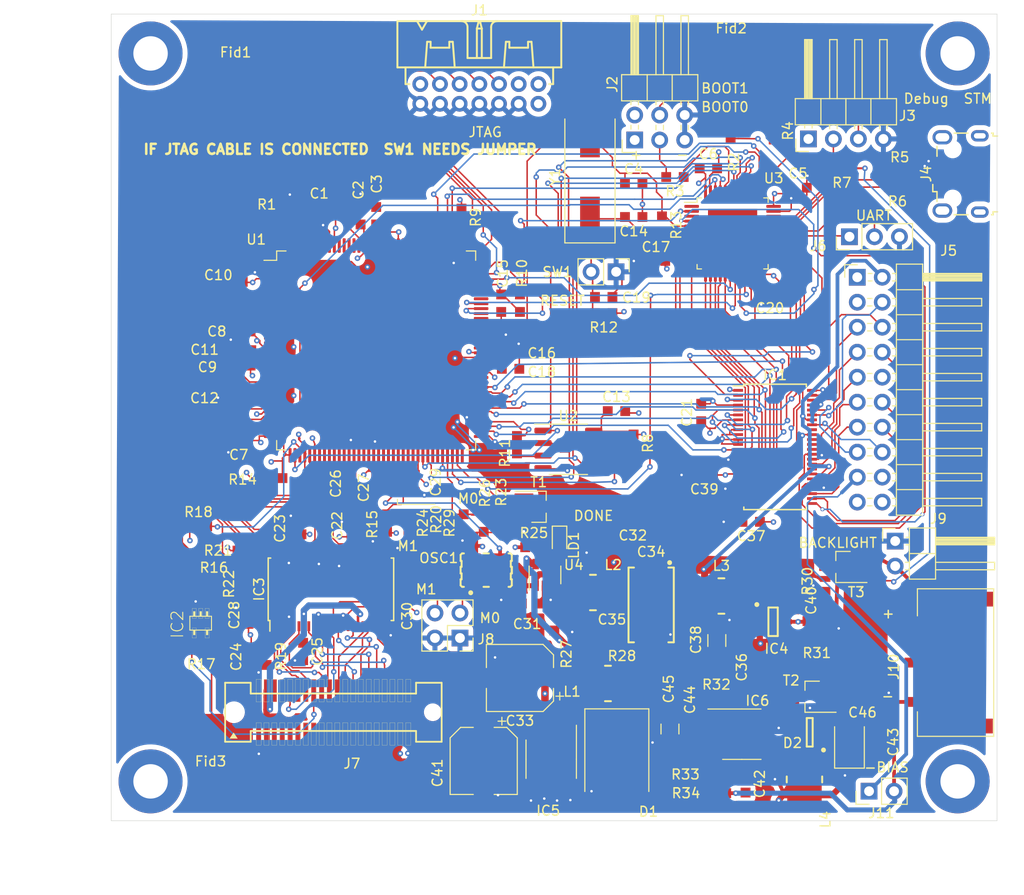
<source format=kicad_pcb>
(kicad_pcb (version 20200916) (generator pcbnew)
  (layers (0 "F.Cu" signal) (1 "GND.Cu" power) (2 "PWR.Cu" signal) (31 "B.Cu" signal) (34 "B.Paste" user) (35 "F.Paste" user) (36 "B.SilkS" user) (37 "F.SilkS" user) (38 "B.Mask" user) (39 "F.Mask" user) (44 "Edge.Cuts" user))
  (net 0 "")
  (net 1 "GND")
  (net 2 "+3V3")
  (net 3 "+5V")
  (net 4 "/Input_buffers/A2")
  (net 5 "/Input_buffers/A3")
  (net 6 "/Input_buffers/A1")
  (net 7 "/Input_buffers/A0")
  (net 8 "/Input_buffers/D2")
  (net 9 "/Input_buffers/D3")
  (net 10 "/Input_buffers/D1")
  (net 11 "/Input_buffers/D0")
  (net 12 "/FPGA_POWER_MISC/JTAG_TDI")
  (net 13 "/FPGA_POWER_MISC/JTAG_TMS")
  (net 14 "/Input_buffers/D4")
  (net 15 "/Input_buffers/D5")
  (net 16 "/Input_buffers/D6")
  (net 17 "/Input_buffers/D7")
  (net 18 "/Input_buffers/~CS~")
  (net 19 "/Input_buffers/~RD~")
  (net 20 "/Input_buffers/~WR~")
  (net 21 "/Input_buffers/BUSY_AFF")
  (net 22 "Net-(R18-Pad2)")
  (net 23 "Net-(OSC1-Pad3)")
  (net 24 "/FPGA_Banks/CLK_24MHz")
  (net 25 "Net-(J4-Pad2)")
  (net 26 "/LCD_BW_VEE")
  (net 27 "+1V2")
  (net 28 "/ARM/XTLOUT")
  (net 29 "/ARM/XTLIN")
  (net 30 "/ARM/SWDIO")
  (net 31 "/ARM/RX1")
  (net 32 "/ARM/TX1")
  (net 33 "/ARM/BOOT1")
  (net 34 "/DIR_FPGA")
  (net 35 "/~1OE_FPGA~")
  (net 36 "/CS_FPGA")
  (net 37 "/TFT_LED_A")
  (net 38 "/ARM/BOOT0")
  (net 39 "Net-(D1-Pad1)")
  (net 40 "/FPGA_Banks/M1")
  (net 41 "/FPGA_Banks/M0")
  (net 42 "Net-(D2-Pad3)")
  (net 43 "/LCD_Connectors/A0_5V")
  (net 44 "/LCD_Connectors/{slash}WR_5V")
  (net 45 "/LCD_Connectors/{slash}CS_5V")
  (net 46 "/LCD_Connectors/{slash}RD_5V")
  (net 47 "/LCD_Connectors/LCD_RESET_5V")
  (net 48 "/LCD_Connectors/D1_5V")
  (net 49 "/LCD_Connectors/D2_5V")
  (net 50 "/LCD_Connectors/D4_5V")
  (net 51 "/LCD_Connectors/D5_5V")
  (net 52 "/LCD_Connectors/D6_5V")
  (net 53 "/LCD_Connectors/D7_5V")
  (net 54 "/DIR_LCD")
  (net 55 "/DFPGA_7")
  (net 56 "/DFPGA_6")
  (net 57 "/DFPGA_5")
  (net 58 "/~BACKLIGHT~")
  (net 59 "/MOSI")
  (net 60 "Net-(J4-Pad3)")
  (net 61 "/DFPGA_4")
  (net 62 "/DFPGA_3")
  (net 63 "/DFPGA_2")
  (net 64 "/DFPGA_1")
  (net 65 "/DFPGA_0")
  (net 66 "/Power_supply/TFT_LED_EN")
  (net 67 "/CE_FLASH")
  (net 68 "/SCK")
  (net 69 "/FPGA_POWER_MISC/JTAG_TDO")
  (net 70 "/FPGA_POWER_MISC/JTAG_TCK")
  (net 71 "/FPGA_A0")
  (net 72 "/FPGA_A1")
  (net 73 "/FPGA_A2")
  (net 74 "/FPGA_A3")
  (net 75 "/D0")
  (net 76 "/D1")
  (net 77 "/D2")
  (net 78 "/D3")
  (net 79 "/D4")
  (net 80 "/D5")
  (net 81 "/D6")
  (net 82 "/D7")
  (net 83 "/A0_mico")
  (net 84 "/DONE")
  (net 85 "/ARM/D1-")
  (net 86 "/ARM/D1+")
  (net 87 "/ARM/SWDCLK")
  (net 88 "/LCD_Connectors/D0_5V")
  (net 89 "/REPROG")
  (net 90 "/CNT_MCU_FPGA")
  (net 91 "/FIFO_A3")
  (net 92 "/FIFO_A1")
  (net 93 "/FIFO_A2")
  (net 94 "/{slash}Micro_wr")
  (net 95 "Net-(R11-Pad2)")
  (net 96 "/BUSY-AFF_FPGA")
  (net 97 "/RD_FPGA")
  (net 98 "/READ_FIFO")
  (net 99 "/WR_FPGA")
  (net 100 "Net-(C40-Pad1)")
  (net 101 "Net-(C42-Pad1)")
  (net 102 "Net-(IC4-Pad1)")
  (net 103 "Net-(IC6-Pad6)")
  (net 104 "Net-(IC6-Pad8)")
  (net 105 "Net-(L2-Pad1)")
  (net 106 "Net-(R27-Pad1)")
  (net 107 "Net-(R33-Pad2)")
  (net 108 "Net-(LD1-Pad1)")
  (net 109 "Net-(LD1-Pad2)")
  (net 110 "Net-(R1-Pad2)")
  (net 111 "Net-(R8-Pad2)")
  (net 112 "Net-(C19-Pad1)")
  (net 113 "Net-(J2-Pad3)")
  (net 114 "Net-(J2-Pad4)")
  (net 115 "Net-(J11-Pad1)")
  (net 116 "Net-(J10-Pad3)")
  (net 117 "/MISO")
  (net 118 "/Micro_CS")
  (net 119 "/{slash}mico_RD")
  (net 120 "/{slash}LCD_RST")
  (net 121 "/{slash}OE")
  (net 122 "Net-(U1-Pad98)")
  (net 123 "/FIFO_A0")
  (net 124 "/OUT_FIFO_WR")
  (module "ICs And Semiconductors SMD:SOT95P240X130-3N" (layer "F.Cu") (at 205.969406 116.012001 180)
    (fp_text reference "D2" (at 1.753406 -1.081999) (layer "F.SilkS"))
    (fp_text value "BAT54" hide)
    (pad "1" smd rect (at -1.15 -0.95 180) (size 1.05 0.65) (layers "F.Cu" "F.Paste" "F.Mask") (net 26 "/LCD_BW_VEE"))
    (pad "2" smd rect (at -1.15 0.95 180) (size 1.05 0.65) (layers "F.Cu" "F.Paste" "F.Mask"))
    (pad "3" smd rect (at 1.15 0 180) (size 1.05 0.65) (layers "F.Cu" "F.Paste" "F.Mask") (net 42 "Net-(D2-Pad3)"))
  )
  (module "Capacitor_SMD:C_0603_1608Metric_Pad0.99x1.00mm_HandSolder" (layer "F.Cu") (at 199.45 121.25 -90)
    (fp_text reference "C42" (at 0 -1.45 90) (layer "F.SilkS"))
    (fp_text value "CC0603_100NF_50V_10%_X7R")
    (pad "1" smd rect (at -0.8875 0 270) (size 0.995 1) (layers "F.Cu" "F.Paste" "F.Mask") (net 101 "Net-(C42-Pad1)"))
    (pad "2" smd rect (at 0.8875 0 270) (size 0.995 1) (layers "F.Cu" "F.Paste" "F.Mask") (net 26 "/LCD_BW_VEE"))
  )
  (module "Pads:MTG350_650" (layer "F.Cu") (at 139 121)
    (fp_text reference "B3" hide)
    (fp_text value "PLATED_HOLE3.5_PAD6.5" hide)
    (pad "1" thru_hole circle (at 0 0) (size 6.5 6.5) (drill 3.5) (layers *.Cu *.Mask))
  )
  (module "Pads:MTG350_650" (layer "F.Cu") (at 139 47)
    (fp_text reference "B1" hide)
    (fp_text value "PLATED_HOLE3.5_PAD6.5" hide)
    (pad "1" thru_hole circle (at 0 0) (size 6.5 6.5) (drill 3.5) (layers *.Cu *.Mask))
  )
  (module "Pads:MTG350_650" (layer "F.Cu") (at 221 121)
    (fp_text reference "B4" hide)
    (fp_text value "PLATED_HOLE3.5_PAD6.5" hide)
    (pad "1" thru_hole circle (at 0 0) (size 6.5 6.5) (drill 3.5) (layers *.Cu *.Mask))
  )
  (module "Pads:MTG350_650" (layer "F.Cu") (at 221 47)
    (fp_text reference "B2" hide)
    (fp_text value "PLATED_HOLE3.5_PAD6.5" hide)
    (pad "1" thru_hole circle (at 0 0) (size 6.5 6.5) (drill 3.5) (layers *.Cu *.Mask))
  )
  (module "Connector_PinHeader_2.54mm:PinHeader_1x04_P2.54mm_Horizontal" (layer "F.Cu") (at 205.835 55.695 90)
    (fp_text reference "J3" (at 2.355 10.065 180) (layer "F.SilkS"))
    (fp_text value "Conn_01x04")
    (pad "1" thru_hole rect (at 0 0 90) (size 1.7 1.7) (drill 1) (layers *.Cu *.Mask) (net 2 "+3V3"))
    (pad "2" thru_hole oval (at 0 2.54 90) (size 1.7 1.7) (drill 1) (layers *.Cu *.Mask) (net 30 "/ARM/SWDIO"))
    (pad "3" thru_hole oval (at 0 5.08 90) (size 1.7 1.7) (drill 1) (layers *.Cu *.Mask) (net 87 "/ARM/SWDCLK"))
    (pad "4" thru_hole oval (at 0 7.62 90) (size 1.7 1.7) (drill 1) (layers *.Cu *.Mask) (net 1 "GND"))
  )
  (module "Package_TO_SOT_SMD:SOT-23_Handsoldering" (layer "F.Cu") (at 178.435288 93.083561)
    (fp_text reference "T1" (at 0 -2.5) (layer "F.SilkS"))
    (fp_text value "BSS138LT1G")
    (pad "1" smd rect (at -1.5 -0.95) (size 1.9 0.8) (layers "F.Cu" "F.Paste" "F.Mask") (net 84 "/DONE"))
    (pad "2" smd rect (at -1.5 0.95) (size 1.9 0.8) (layers "F.Cu" "F.Paste" "F.Mask") (net 1 "GND"))
    (pad "3" smd rect (at 1.5 0) (size 1.9 0.8) (layers "F.Cu" "F.Paste" "F.Mask") (net 108 "Net-(LD1-Pad1)"))
  )
  (module "Connector_PinHeader_2.54mm:PinHeader_2x02_P2.54mm_Vertical" (layer "F.Cu") (at 170.434 106.426 180)
    (fp_text reference "J8" (at -2.6452 -0.1328) (layer "F.SilkS"))
    (fp_text value "Conn_02x02_Top_Bottom")
    (pad "1" thru_hole rect (at 0 0 180) (size 1.7 1.7) (drill 1) (layers *.Cu *.Mask) (net 1 "GND"))
    (pad "2" thru_hole oval (at 2.54 0 180) (size 1.7 1.7) (drill 1) (layers *.Cu *.Mask) (net 1 "GND"))
    (pad "3" thru_hole oval (at 0 2.54 180) (size 1.7 1.7) (drill 1) (layers *.Cu *.Mask) (net 41 "/FPGA_Banks/M0"))
    (pad "4" thru_hole oval (at 2.54 2.54 180) (size 1.7 1.7) (drill 1) (layers *.Cu *.Mask) (net 40 "/FPGA_Banks/M1"))
  )
  (module "Connector_PinHeader_2.54mm:PinHeader_1x03_P2.54mm_Vertical" (layer "F.Cu") (at 210.0072 65.6336 90)
    (fp_text reference "J6" (at -0.9398 -3.175 180) (layer "F.SilkS"))
    (fp_text value "Conn_01x03")
    (pad "1" thru_hole rect (at 0 0 90) (size 1.7 1.7) (drill 1) (layers *.Cu *.Mask) (net 32 "/ARM/TX1"))
    (pad "2" thru_hole oval (at 0 2.54 90) (size 1.7 1.7) (drill 1) (layers *.Cu *.Mask) (net 31 "/ARM/RX1"))
    (pad "3" thru_hole oval (at 0 5.08 90) (size 1.7 1.7) (drill 1) (layers *.Cu *.Mask) (net 1 "GND"))
  )
  (module "Capacitor_SMD:C_0603_1608Metric_Pad0.99x1.00mm_HandSolder" (layer "F.Cu") (at 165.110393 101.140589 90)
    (fp_text reference "C30" (at -3.063964 -0.046493 90) (layer "F.SilkS"))
    (fp_text value "CC0201_100NF_6.3V_10%_X5R")
    (pad "1" smd rect (at -0.8875 0 90) (size 0.995 1) (layers "F.Cu" "F.Paste" "F.Mask") (net 2 "+3V3"))
    (pad "2" smd rect (at 0.8875 0 90) (size 0.995 1) (layers "F.Cu" "F.Paste" "F.Mask") (net 1 "GND"))
  )
  (module "Capacitor_SMD:C_0603_1608Metric_Pad0.99x1.00mm_HandSolder" (layer "F.Cu") (at 213 117 -90)
    (fp_text reference "C43" (at 0 -1.45 90) (layer "F.SilkS"))
    (fp_text value "CC0603_100NF_50V_10%_X7R")
    (pad "1" smd rect (at -0.8875 0 270) (size 0.995 1) (layers "F.Cu" "F.Paste" "F.Mask") (net 26 "/LCD_BW_VEE"))
    (pad "2" smd rect (at 0.8875 0 270) (size 0.995 1) (layers "F.Cu" "F.Paste" "F.Mask") (net 1 "GND"))
  )
  (module "Fiducial:Fiducial_1mm_Mask2mm" (layer "F.Cu") (at 201.676 44.45)
    (fp_text reference "Fid2" (at -3.683 0) (layer "F.SilkS"))
    (fp_text value "PLATED_HOLE3.5_PAD6.5-Pads")
    (pad "" smd circle (at 0 0) (size 1 1) (layers "F.Cu" "F.Mask") (clearance 0.5))
  )
  (module "Capacitor_SMD:C_0603_1608Metric_Pad0.99x1.00mm_HandSolder" (layer "F.Cu") (at 154.5 107.8 -90)
    (fp_text reference "C25" (at 0 -1.45 90) (layer "F.SilkS"))
    (fp_text value "CC0201_100NF_6.3V_10%_X5R")
    (pad "1" smd rect (at -0.8875 0 270) (size 0.995 1) (layers "F.Cu" "F.Paste" "F.Mask") (net 3 "+5V"))
    (pad "2" smd rect (at 0.8875 0 270) (size 0.995 1) (layers "F.Cu" "F.Paste" "F.Mask") (net 1 "GND"))
  )
  (module "Capacitor_SMD:C_0603_1608Metric_Pad0.99x1.00mm_HandSolder" (layer "F.Cu") (at 185.039 71.755)
    (fp_text reference "C19" (at 3.3274 0.0508) (layer "F.SilkS"))
    (fp_text value "100NF")
    (pad "1" smd rect (at -0.8875 0) (size 0.995 1) (layers "F.Cu" "F.Paste" "F.Mask") (net 112 "Net-(C19-Pad1)"))
    (pad "2" smd rect (at 0.8875 0) (size 0.995 1) (layers "F.Cu" "F.Paste" "F.Mask") (net 1 "GND"))
  )
  (module "Resistor_SMD:R_0603_1608Metric_Pad0.99x1.00mm_HandSolder" (layer "F.Cu") (at 205.74 103.8225 90)
    (fp_text reference "R30" (at 3.175 0 90) (layer "F.SilkS"))
    (fp_text value "R1206_4R7_1%_0.25W_200PPM")
    (pad "1" smd rect (at -0.8875 0 90) (size 0.995 1) (layers "F.Cu" "F.Paste" "F.Mask") (net 37 "/TFT_LED_A"))
    (pad "2" smd rect (at 0.8875 0 90) (size 0.995 1) (layers "F.Cu" "F.Paste" "F.Mask") (net 100 "Net-(C40-Pad1)"))
  )
  (module "Capacitor_SMD:C_0603_1608Metric_Pad0.99x1.00mm_HandSolder" (layer "F.Cu") (at 149.225 108.2675 -90)
    (fp_text reference "C24" (at 0.0635 1.524 90) (layer "F.SilkS"))
    (fp_text value "CC0201_100NF_6.3V_10%_X5R")
    (pad "1" smd rect (at -0.8875 0 270) (size 0.995 1) (layers "F.Cu" "F.Paste" "F.Mask") (net 2 "+3V3"))
    (pad "2" smd rect (at 0.8875 0 270) (size 0.995 1) (layers "F.Cu" "F.Paste" "F.Mask") (net 1 "GND"))
  )
  (module "Package_TO_SOT_SMD:SOT-23_Handsoldering" (layer "F.Cu") (at 206.248 112.395 180)
    (fp_text reference "T2" (at 2.159 1.651) (layer "F.SilkS"))
    (fp_text value "FDN5618P")
    (pad "1" smd rect (at -1.5 -0.95 180) (size 1.9 0.8) (layers "F.Cu" "F.Paste" "F.Mask") (net 103 "Net-(IC6-Pad6)"))
    (pad "2" smd rect (at -1.5 0.95 180) (size 1.9 0.8) (layers "F.Cu" "F.Paste" "F.Mask") (net 104 "Net-(IC6-Pad8)"))
    (pad "3" smd rect (at 1.5 0 180) (size 1.9 0.8) (layers "F.Cu" "F.Paste" "F.Mask") (net 42 "Net-(D2-Pad3)"))
  )
  (module "Resistor_SMD:R_0603_1608Metric_Pad0.99x1.00mm_HandSolder" (layer "F.Cu") (at 209.237256 58.699677 180)
    (fp_text reference "R7" (at 0 -1.45) (layer "F.SilkS"))
    (fp_text value "0ohm")
    (pad "1" smd rect (at -0.8875 0 180) (size 0.995 1) (layers "F.Cu" "F.Paste" "F.Mask") (net 58 "/~BACKLIGHT~"))
    (pad "2" smd rect (at 0.8875 0 180) (size 0.995 1) (layers "F.Cu" "F.Paste" "F.Mask") (net 30 "/ARM/SWDIO"))
  )
  (module "lcd_cern:TYCO_1735434-1" (layer "F.Cu") (at 157.575 113.975 180)
    (fp_text reference "J7" (at -1.88 -5.22) (layer "F.SilkS"))
    (fp_text value "TYCO_1735434-1" hide)
    (pad "" np_thru_hole circle (at -10.1 0 180) (size 0.7112 0.7112) (drill 0.8) (layers F&B.Cu *.Mask) (clearance 0.5461))
    (pad "" np_thru_hole circle (at 10.1 0 180) (size 0.9652 0.9652) (drill 1.2) (layers F&B.Cu *.Mask) (clearance 0.6223))
    (pad "1" smd rect (at 7.6 2.2 180) (size 0.508 2.286) (layers "F.Cu" "F.Paste" "F.Mask") (net 1 "GND") (clearance 0.2032))
    (pad "2" smd rect (at 6.8 2.2 180) (size 0.508 2.286) (layers "F.Cu" "F.Paste" "F.Mask") (net 3 "+5V") (clearance 0.2032))
    (pad "3" smd rect (at 6 2.2 180) (size 0.508 2.286) (layers "F.Cu" "F.Paste" "F.Mask") (clearance 0.2032))
    (pad "4" smd rect (at 5.2 2.2 180) (size 0.508 2.286) (layers "F.Cu" "F.Paste" "F.Mask") (clearance 0.2032))
    (pad "5" smd rect (at 4.4 2.2 180) (size 0.508 2.286) (layers "F.Cu" "F.Paste" "F.Mask") (net 17 "/Input_buffers/D7") (clearance 0.2032))
    (pad "6" smd rect (at 3.6 2.2 180) (size 0.508 2.286) (layers "F.Cu" "F.Paste" "F.Mask") (net 10 "/Input_buffers/D1") (clearance 0.2032))
    (pad "7" smd rect (at 2.8 2.2 180) (size 0.508 2.286) (layers "F.Cu" "F.Paste" "F.Mask") (net 8 "/Input_buffers/D2") (clearance 0.2032))
    (pad "8" smd rect (at 2 2.2 180) (size 0.508 2.286) (layers "F.Cu" "F.Paste" "F.Mask") (net 21 "/Input_buffers/BUSY_AFF") (clearance 0.2032))
    (pad "9" smd rect (at 1.2 2.2 180) (size 0.508 2.286) (layers "F.Cu" "F.Paste" "F.Mask") (net 11 "/Input_buffers/D0") (clearance 0.2032))
    (pad "10" smd rect (at 0.4 2.2 180) (size 0.508 2.286) (layers "F.Cu" "F.Paste" "F.Mask") (net 16 "/Input_buffers/D6") (clearance 0.2032))
    (pad "11" smd rect (at -0.4 2.2 180) (size 0.508 2.286) (layers "F.Cu" "F.Paste" "F.Mask") (net 6 "/Input_buffers/A1") (clearance 0.2032))
    (pad "12" smd rect (at -1.2 2.2 180) (size 0.508 2.286) (layers "F.Cu" "F.Paste" "F.Mask") (net 4 "/Input_buffers/A2") (clearance 0.2032))
    (pad "13" smd rect (at -2 2.2 180) (size 0.508 2.286) (layers "F.Cu" "F.Paste" "F.Mask") (net 14 "/Input_buffers/D4") (clearance 0.2032))
    (pad "14" smd rect (at -2.8 2.2 180) (size 0.508 2.286) (layers "F.Cu" "F.Paste" "F.Mask") (net 7 "/Input_buffers/A0") (clearance 0.2032))
    (pad "15" smd rect (at -3.6 2.2 180) (size 0.508 2.286) (layers "F.Cu" "F.Paste" "F.Mask") (net 15 "/Input_buffers/D5") (clearance 0.2032))
    (pad "16" smd rect (at -4.4 2.2 180) (size 0.508 2.286) (layers "F.Cu" "F.Paste" "F.Mask") (net 19 "/Input_buffers/~RD~") (clearance 0.2032))
    (pad "17" smd rect (at -5.2 2.2 180) (size 0.508 2.286) (layers "F.Cu" "F.Paste" "F.Mask") (net 9 "/Input_buffers/D3") (clearance 0.2032))
    (pad "18" smd rect (at -6 2.2 180) (size 0.508 2.286) (layers "F.Cu" "F.Paste" "F.Mask") (net 5 "/Input_buffers/A3") (clearance 0.2032))
    (pad "19" smd rect (at -6.8 2.2 180) (size 0.508 2.286) (layers "F.Cu" "F.Paste" "F.Mask") (net 20 "/Input_buffers/~WR~") (clearance 0.2032))
    (pad "20" smd rect (at -7.6 2.2 180) (size 0.508 2.286) (layers "F.Cu" "F.Paste" "F.Mask") (net 18 "/Input_buffers/~CS~") (clearance 0.2032))
    (pad "21" smd rect (at 7.6 -2.2 180) (size 0.508 2.286) (layers "F.Cu" "F.Paste" "F.Mask") (net 1 "GND") (clearance 0.2032))
    (pad "22" smd rect (at 6.8 -2.2 180) (size 0.508 2.286) (layers "F.Cu" "F.Paste" "F.Mask") (net 3 "+5V") (clearance 0.2032))
    (pad "23" smd rect (at 6 -2.2 180) (size 0.508 2.286) (layers "F.Cu" "F.Paste" "F.Mask") (clearance 0.2032))
    (pad "24" smd rect (at 5.2 -2.2 180) (size 0.508 2.286) (layers "F.Cu" "F.Paste" "F.Mask") (clearance 0.2032))
    (pad "25" smd rect (at 4.4 -2.2 180) (size 0.508 2.286) (layers "F.Cu" "F.Paste" "F.Mask") (clearance 0.2032))
    (pad "26" smd rect (at 3.6 -2.2 180) (size 0.508 2.286) (layers "F.Cu" "F.Paste" "F.Mask") (clearance 0.2032))
    (pad "27" smd rect (at 2.8 -2.2 180) (size 0.508 2.286) (layers "F.Cu" "F.Paste" "F.Mask") (clearance 0.2032))
    (pad "28" smd rect (at 2 -2.2 180) (size 0.508 2.286) (layers "F.Cu" "F.Paste" "F.Mask") (clearance 0.2032))
    (pad "29" smd rect (at 1.2 -2.2 180) (size 0.508 2.286) (layers "F.Cu" "F.Paste" "F.Mask") (clearance 0.2032))
    (pad "30" smd rect (at 0.4 -2.2 180) (size 0.508 2.286) (layers "F.Cu" "F.Paste" "F.Mask") (clearance 0.2032))
    (pad "31" smd rect (at -0.4 -2.2 180) (size 0.508 2.286) (layers "F.Cu" "F.Paste" "F.Mask") (clearance 0.2032))
    (pad "32" smd rect (at -1.2 -2.2 180) (size 0.508 2.286) (layers "F.Cu" "F.Paste" "F.Mask") (clearance 0.2032))
    (pad "33" smd rect (at -2 -2.2 180) (size 0.508 2.286) (layers "F.Cu" "F.Paste" "F.Mask") (clearance 0.2032))
    (pad "34" smd rect (at -2.8 -2.2 180) (size 0.508 2.286) (layers "F.Cu" "F.Paste" "F.Mask") (clearance 0.2032))
    (pad "35" smd rect (at -3.6 -2.2 180) (size 0.508 2.286) (layers "F.Cu" "F.Paste" "F.Mask") (clearance 0.2032))
    (pad "36" smd rect (at -4.4 -2.2 180) (size 0.508 2.286) (layers "F.Cu" "F.Paste" "F.Mask") (clearance 0.2032))
    (pad "37" smd rect (at -5.2 -2.2 180) (size 0.508 2.286) (layers "F.Cu" "F.Paste" "F.Mask") (clearance 0.2032))
    (pad "38" smd rect (at -6 -2.2 180) (size 0.508 2.286) (layers "F.Cu" "F.Paste" "F.Mask") (clearance 0.2032))
    (pad "39" smd rect (at -6.8 -2.2 180) (size 0.508 2.286) (layers "F.Cu" "F.Paste" "F.Mask") (net 3 "+5V") (clearance 0.2032))
    (pad "40" smd rect (at -7.6 -2.2 180) (size 0.508 2.286) (layers "F.Cu" "F.Paste" "F.Mask") (net 1 "GND") (clearance 0.2032))
  )
  (module "Resistor_SMD:R_0603_1608Metric_Pad0.99x1.00mm_HandSolder" (layer "F.Cu") (at 150.791121 108.276129 -90)
    (fp_text reference "R19" (at 0 -1.45 90) (layer "F.SilkS"))
    (fp_text value "R0402_4K7_1%_0.0625W_100PPM")
    (pad "1" smd rect (at -0.8875 0 270) (size 0.995 1) (layers "F.Cu" "F.Paste" "F.Mask") (net 34 "/DIR_FPGA"))
    (pad "2" smd rect (at 0.8875 0 270) (size 0.995 1) (layers "F.Cu" "F.Paste" "F.Mask") (net 1 "GND"))
  )
  (module "lcd_cern:IND_MURATA-PS_8400" (layer "F.Cu") (at 196.996492 102.156597)
    (fp_text reference "L3" (at 0 -3.076) (layer "F.SilkS"))
    (fp_text value "IND_10UH_10%_MURATA-PS_8400" hide)
    (pad "1" smd rect (at -1.6 0) (size 2 3.5) (layers "F.Cu" "F.Paste" "F.Mask") (net 3 "+5V"))
    (pad "2" smd rect (at 1.6 0) (size 2 3.5) (layers "F.Cu" "F.Paste" "F.Mask") (net 102 "Net-(IC4-Pad1)"))
  )
  (module "Capacitor_SMD:C_1206_3216Metric_Pad1.39x1.80mm_HandSolder" (layer "F.Cu") (at 191.77 115.6775 -90)
    (fp_text reference "C45" (at -4.0699 0.127 90) (layer "F.SilkS"))
    (fp_text value "1206_10UF_16V_20%_X5R")
    (pad "1" smd rect (at -1.5175 0 270) (size 1.395 1.8) (layers "F.Cu" "F.Paste" "F.Mask") (net 3 "+5V"))
    (pad "2" smd rect (at 1.5175 0 270) (size 1.395 1.8) (layers "F.Cu" "F.Paste" "F.Mask") (net 1 "GND"))
  )
  (module "Capacitor_SMD:CP_Elec_6.3x5.9" (layer "F.Cu") (at 176.53 110.49 180)
    (fp_text reference "C33" (at 0 -4.35) (layer "F.SilkS"))
    (fp_text value "180UF")
    (pad "1" smd roundrect (at -2.8 0 180) (size 3.5 1.6) (layers "F.Cu" "F.Paste" "F.Mask") (roundrect_rratio 0.15625) (net 2 "+3V3"))
    (pad "2" smd roundrect (at 2.8 0 180) (size 3.5 1.6) (layers "F.Cu" "F.Paste" "F.Mask") (roundrect_rratio 0.15625) (net 1 "GND"))
  )
  (module "Capacitor_SMD:C_0603_1608Metric_Pad0.99x1.00mm_HandSolder" (layer "F.Cu") (at 148.347157 77.172484 180)
    (fp_text reference "C11" (at 3.850795 0.053908) (layer "F.SilkS"))
    (fp_text value "CC0201_100NF_6.3V_10%_X5R")
    (pad "1" smd rect (at -0.8875 0 180) (size 0.995 1) (layers "F.Cu" "F.Paste" "F.Mask") (net 27 "+1V2"))
    (pad "2" smd rect (at 0.8875 0 180) (size 0.995 1) (layers "F.Cu" "F.Paste" "F.Mask") (net 1 "GND"))
  )
  (module "Capacitor_SMD:C_0603_1608Metric_Pad0.99x1.00mm_HandSolder" (layer "F.Cu") (at 148.363459 69.332047 90)
    (fp_text reference "C10" (at -0.2032 -2.4765 180) (layer "F.SilkS"))
    (fp_text value "CC0201_100NF_6.3V_10%_X5R")
    (pad "1" smd rect (at -0.8875 0 90) (size 0.995 1) (layers "F.Cu" "F.Paste" "F.Mask") (net 2 "+3V3"))
    (pad "2" smd rect (at 0.8875 0 90) (size 0.995 1) (layers "F.Cu" "F.Paste" "F.Mask") (net 1 "GND"))
  )
  (module "Package_SO:TSSOP-48_6.1x12.5mm_P0.5mm" (layer "F.Cu") (at 202.45 87)
    (fp_text reference "IC1" (at 0 -7.3) (layer "F.SilkS"))
    (fp_text value "SN74ALVC164245DGGR")
    (pad "1" smd rect (at -3.75 -5.75) (size 1 0.285) (layers "F.Cu" "F.Paste" "F.Mask") (net 1 "GND"))
    (pad "2" smd rect (at -3.75 -5.25) (size 1 0.285) (layers "F.Cu" "F.Paste" "F.Mask") (net 83 "/A0_mico"))
    (pad "3" smd rect (at -3.75 -4.75) (size 1 0.285) (layers "F.Cu" "F.Paste" "F.Mask") (net 94 "/{slash}Micro_wr"))
    (pad "4" smd rect (at -3.75 -4.25) (size 1 0.285) (layers "F.Cu" "F.Paste" "F.Mask") (net 1 "GND"))
    (pad "5" smd rect (at -3.75 -3.75) (size 1 0.285) (layers "F.Cu" "F.Paste" "F.Mask") (net 118 "/Micro_CS"))
    (pad "6" smd rect (at -3.75 -3.25) (size 1 0.285) (layers "F.Cu" "F.Paste" "F.Mask") (net 119 "/{slash}mico_RD"))
    (pad "7" smd rect (at -3.75 -2.75) (size 1 0.285) (layers "F.Cu" "F.Paste" "F.Mask") (net 2 "+3V3"))
    (pad "8" smd rect (at -3.75 -2.25) (size 1 0.285) (layers "F.Cu" "F.Paste" "F.Mask") (net 120 "/{slash}LCD_RST"))
    (pad "9" smd rect (at -3.75 -1.75) (size 1 0.285) (layers "F.Cu" "F.Paste" "F.Mask") (net 1 "GND"))
    (pad "10" smd rect (at -3.75 -1.25) (size 1 0.285) (layers "F.Cu" "F.Paste" "F.Mask") (net 1 "GND"))
    (pad "11" smd rect (at -3.75 -0.75) (size 1 0.285) (layers "F.Cu" "F.Paste" "F.Mask") (net 1 "GND"))
    (pad "12" smd rect (at -3.75 -0.25) (size 1 0.285) (layers "F.Cu" "F.Paste" "F.Mask") (net 1 "GND"))
    (pad "13" smd rect (at -3.75 0.25) (size 1 0.285) (layers "F.Cu" "F.Paste" "F.Mask") (net 75 "/D0"))
    (pad "14" smd rect (at -3.75 0.75) (size 1 0.285) (layers "F.Cu" "F.Paste" "F.Mask") (net 76 "/D1"))
    (pad "15" smd rect (at -3.75 1.25) (size 1 0.285) (layers "F.Cu" "F.Paste" "F.Mask") (net 1 "GND"))
    (pad "16" smd rect (at -3.75 1.75) (size 1 0.285) (layers "F.Cu" "F.Paste" "F.Mask") (net 77 "/D2"))
    (pad "17" smd rect (at -3.75 2.25) (size 1 0.285) (layers "F.Cu" "F.Paste" "F.Mask") (net 78 "/D3"))
    (pad "18" smd rect (at -3.75 2.75) (size 1 0.285) (layers "F.Cu" "F.Paste" "F.Mask") (net 2 "+3V3"))
    (pad "19" smd rect (at -3.75 3.25) (size 1 0.285) (layers "F.Cu" "F.Paste" "F.Mask") (net 79 "/D4"))
    (pad "20" smd rect (at -3.75 3.75) (size 1 0.285) (layers "F.Cu" "F.Paste" "F.Mask") (net 80 "/D5"))
    (pad "21" smd rect (at -3.75 4.25) (size 1 0.285) (layers "F.Cu" "F.Paste" "F.Mask") (net 1 "GND"))
    (pad "22" smd rect (at -3.75 4.75) (size 1 0.285) (layers "F.Cu" "F.Paste" "F.Mask") (net 81 "/D6"))
    (pad "23" smd rect (at -3.75 5.25) (size 1 0.285) (layers "F.Cu" "F.Paste" "F.Mask") (net 82 "/D7"))
    (pad "24" smd rect (at -3.75 5.75) (size 1 0.285) (layers "F.Cu" "F.Paste" "F.Mask") (net 54 "/DIR_LCD"))
    (pad "25" smd rect (at 3.75 5.75) (size 1 0.285) (layers "F.Cu" "F.Paste" "F.Mask") (net 121 "/{slash}OE"))
    (pad "26" smd rect (at 3.75 5.25) (size 1 0.285) (layers "F.Cu" "F.Paste" "F.Mask") (net 53 "/LCD_Connectors/D7_5V"))
    (pad "27" smd rect (at 3.75 4.75) (size 1 0.285) (layers "F.Cu" "F.Paste" "F.Mask") (net 52 "/LCD_Connectors/D6_5V"))
    (pad "28" smd rect (at 3.75 4.25) (size 1 0.285) (layers "F.Cu" "F.Paste" "F.Mask") (net 1 "GND"))
    (pad "29" smd rect (at 3.75 3.75) (size 1 0.285) (layers "F.Cu" "F.Paste" "F.Mask") (net 51 "/LCD_Connectors/D5_5V"))
    (pad "30" smd rect (at 3.75 3.25) (size 1 0.285) (layers "F.Cu" "F.Paste" "F.Mask") (net 50 "/LCD_Connectors/D4_5V"))
    (pad "31" smd rect (at 3.75 2.75) (size 1 0.285) (layers "F.Cu" "F.Paste" "F.Mask") (net 3 "+5V"))
    (pad "32" smd rect (at 3.75 2.25) (size 1 0.285) (layers "F.Cu" "F.Paste" "F.Mask"))
    (pad "33" smd rect (at 3.75 1.75) (size 1 0.285) (layers "F.Cu" "F.Paste" "F.Mask") (net 49 "/LCD_Connectors/D2_5V"))
    (pad "34" smd rect (at 3.75 1.25) (size 1 0.285) (layers "F.Cu" "F.Paste" "F.Mask") (net 1 "GND"))
    (pad "35" smd rect (at 3.75 0.75) (size 1 0.285) (layers "F.Cu" "F.Paste" "F.Mask") (net 48 "/LCD_Connectors/D1_5V"))
    (pad "36" smd rect (at 3.75 0.25) (size 1 0.285) (layers "F.Cu" "F.Paste" "F.Mask") (net 88 "/LCD_Connectors/D0_5V"))
    (pad "37" smd rect (at 3.75 -0.25) (size 1 0.285) (layers "F.Cu" "F.Paste" "F.Mask"))
    (pad "38" smd rect (at 3.75 -0.75) (size 1 0.285) (layers "F.Cu" "F.Paste" "F.Mask"))
    (pad "39" smd rect (at 3.75 -1.25) (size 1 0.285) (layers "F.Cu" "F.Paste" "F.Mask") (net 1 "GND"))
    (pad "40" smd rect (at 3.75 -1.75) (size 1 0.285) (layers "F.Cu" "F.Paste" "F.Mask"))
    (pad "41" smd rect (at 3.75 -2.25) (size 1 0.285) (layers "F.Cu" "F.Paste" "F.Mask") (net 47 "/LCD_Connectors/LCD_RESET_5V"))
    (pad "42" smd rect (at 3.75 -2.75) (size 1 0.285) (layers "F.Cu" "F.Paste" "F.Mask") (net 3 "+5V"))
    (pad "43" smd rect (at 3.75 -3.25) (size 1 0.285) (layers "F.Cu" "F.Paste" "F.Mask") (net 46 "/LCD_Connectors/{slash}RD_5V"))
    (pad "44" smd rect (at 3.75 -3.75) (size 1 0.285) (layers "F.Cu" "F.Paste" "F.Mask") (net 45 "/LCD_Connectors/{slash}CS_5V"))
    (pad "45" smd rect (at 3.75 -4.25) (size 1 0.285) (layers "F.Cu" "F.Paste" "F.Mask") (net 1 "GND"))
    (pad "46" smd rect (at 3.75 -4.75) (size 1 0.285) (layers "F.Cu" "F.Paste" "F.Mask") (net 44 "/LCD_Connectors/{slash}WR_5V"))
    (pad "47" smd rect (at 3.75 -5.25) (size 1 0.285) (layers "F.Cu" "F.Paste" "F.Mask") (net 43 "/LCD_Connectors/A0_5V"))
    (pad "48" smd rect (at 3.75 -5.75) (size 1 0.285) (layers "F.Cu" "F.Paste" "F.Mask") (net 1 "GND"))
  )
  (module "Resistor_SMD:R_0603_1608Metric_Pad0.99x1.00mm_HandSolder" (layer "F.Cu") (at 163.83 90.7288 90)
    (fp_text reference "R20" (at -3.6322 4.191 90) (layer "F.SilkS"))
    (fp_text value "R0402_51R_1%_0.0625W_100PPM")
    (pad "1" smd rect (at -0.8875 0 90) (size 0.995 1) (layers "F.Cu" "F.Paste" "F.Mask") (net 23 "Net-(OSC1-Pad3)"))
    (pad "2" smd rect (at 0.8875 0 90) (size 0.995 1) (layers "F.Cu" "F.Paste" "F.Mask") (net 24 "/FPGA_Banks/CLK_24MHz"))
  )
  (module "Resistor_SMD:R_0603_1608Metric_Pad0.99x1.00mm_HandSolder" (layer "F.Cu") (at 196.5 120.4 180)
    (fp_text reference "R33" (at 3.1552 0.1056) (layer "F.SilkS"))
    (fp_text value "R0603_330K_1%_0.1W_100PPM")
    (pad "1" smd rect (at -0.8875 0 180) (size 0.995 1) (layers "F.Cu" "F.Paste" "F.Mask") (net 101 "Net-(C42-Pad1)"))
    (pad "2" smd rect (at 0.8875 0 180) (size 0.995 1) (layers "F.Cu" "F.Paste" "F.Mask") (net 107 "Net-(R33-Pad2)"))
  )
  (module "Connector_PinHeader_2.54mm:PinHeader_2x10_P2.54mm_Horizontal" (layer "F.Cu") (at 210.8 69.75)
    (fp_text reference "J5" (at 9.291 -2.694) (layer "F.SilkS"))
    (fp_text value "Conn_02x10_Odd_Even")
    (pad "1" thru_hole rect (at 0 0) (size 1.7 1.7) (drill 1) (layers *.Cu *.Mask) (net 1 "GND"))
    (pad "2" thru_hole oval (at 2.54 0) (size 1.7 1.7) (drill 1) (layers *.Cu *.Mask) (net 3 "+5V"))
    (pad "3" thru_hole oval (at 0 2.54) (size 1.7 1.7) (drill 1) (layers *.Cu *.Mask))
    (pad "4" thru_hole oval (at 2.54 2.54) (size 1.7 1.7) (drill 1) (layers *.Cu *.Mask) (net 46 "/LCD_Connectors/{slash}RD_5V"))
    (pad "5" thru_hole oval (at 0 5.08) (size 1.7 1.7) (drill 1) (layers *.Cu *.Mask) (net 44 "/LCD_Connectors/{slash}WR_5V"))
    (pad "6" thru_hole oval (at 2.54 5.08) (size 1.7 1.7) (drill 1) (layers *.Cu *.Mask) (net 43 "/LCD_Connectors/A0_5V"))
    (pad "7" thru_hole oval (at 0 7.62) (size 1.7 1.7) (drill 1) (layers *.Cu *.Mask) (net 88 "/LCD_Connectors/D0_5V"))
    (pad "8" thru_hole oval (at 2.54 7.62) (size 1.7 1.7) (drill 1) (layers *.Cu *.Mask) (net 48 "/LCD_Connectors/D1_5V"))
    (pad "9" thru_hole oval (at 0 10.16) (size 1.7 1.7) (drill 1) (layers *.Cu *.Mask) (net 49 "/LCD_Connectors/D2_5V"))
    (pad "10" thru_hole oval (at 2.54 10.16) (size 1.7 1.7) (drill 1) (layers *.Cu *.Mask))
    (pad "11" thru_hole oval (at 0 12.7) (size 1.7 1.7) (drill 1) (layers *.Cu *.Mask) (net 50 "/LCD_Connectors/D4_5V"))
    (pad "12" thru_hole oval (at 2.54 12.7) (size 1.7 1.7) (drill 1) (layers *.Cu *.Mask) (net 51 "/LCD_Connectors/D5_5V"))
    (pad "13" thru_hole oval (at 0 15.24) (size 1.7 1.7) (drill 1) (layers *.Cu *.Mask) (net 52 "/LCD_Connectors/D6_5V"))
    (pad "14" thru_hole oval (at 2.54 15.24) (size 1.7 1.7) (drill 1) (layers *.Cu *.Mask) (net 53 "/LCD_Connectors/D7_5V"))
    (pad "15" thru_hole oval (at 0 17.78) (size 1.7 1.7) (drill 1) (layers *.Cu *.Mask) (net 45 "/LCD_Connectors/{slash}CS_5V"))
    (pad "16" thru_hole oval (at 2.54 17.78) (size 1.7 1.7) (drill 1) (layers *.Cu *.Mask) (net 47 "/LCD_Connectors/LCD_RESET_5V"))
    (pad "17" thru_hole oval (at 0 20.32) (size 1.7 1.7) (drill 1) (layers *.Cu *.Mask) (net 115 "Net-(J11-Pad1)"))
    (pad "18" thru_hole oval (at 2.54 20.32) (size 1.7 1.7) (drill 1) (layers *.Cu *.Mask))
    (pad "19" thru_hole oval (at 0 22.86) (size 1.7 1.7) (drill 1) (layers *.Cu *.Mask))
    (pad "20" thru_hole oval (at 2.54 22.86) (size 1.7 1.7) (drill 1) (layers *.Cu *.Mask))
  )
  (module "Capacitor_SMD:C_0603_1608Metric_Pad0.99x1.00mm_HandSolder" (layer "F.Cu") (at 156.718 62.738 180)
    (fp_text reference "C1" (at 0.5842 1.4986) (layer "F.SilkS"))
    (fp_text value "100NF")
    (pad "1" smd rect (at -0.8875 0 180) (size 0.995 1) (layers "F.Cu" "F.Paste" "F.Mask") (net 2 "+3V3"))
    (pad "2" smd rect (at 0.8875 0 180) (size 0.995 1) (layers "F.Cu" "F.Paste" "F.Mask") (net 1 "GND"))
  )
  (module "Resistor_SMD:R_0603_1608Metric_Pad0.99x1.00mm_HandSolder" (layer "F.Cu") (at 202.311 54.864 -90)
    (fp_text reference "R4" (at 0 -1.45 90) (layer "F.SilkS"))
    (fp_text value "0ohm")
    (pad "1" smd rect (at -0.8875 0 270) (size 0.995 1) (layers "F.Cu" "F.Paste" "F.Mask") (net 98 "/READ_FIFO"))
    (pad "2" smd rect (at 0.8875 0 270) (size 0.995 1) (layers "F.Cu" "F.Paste" "F.Mask") (net 87 "/ARM/SWDCLK"))
  )
  (module "Resistor_SMD:R_0603_1608Metric_Pad0.99x1.00mm_HandSolder" (layer "F.Cu") (at 176.225 86.775 -90)
    (fp_text reference "R11" (at 0.855 1.219 90) (layer "F.SilkS"))
    (fp_text value "R0402_4K7_1%_0.0625W_100PPM")
    (pad "1" smd rect (at -0.8875 0 270) (size 0.995 1) (layers "F.Cu" "F.Paste" "F.Mask") (net 2 "+3V3"))
    (pad "2" smd rect (at 0.8875 0 270) (size 0.995 1) (layers "F.Cu" "F.Paste" "F.Mask") (net 95 "Net-(R11-Pad2)"))
  )
  (module "lcd_cern:IND_MURATA-PS_8400" (layer "F.Cu") (at 183.9468 101.8032)
    (fp_text reference "L2" (at 2.0532 -2.8032) (layer "F.SilkS"))
    (fp_text value "IND_10UH_10%_MURATA-PS_8400-Inductors_SMD" hide)
    (pad "1" smd rect (at -1.6 0) (size 2 3.5) (layers "F.Cu" "F.Paste" "F.Mask") (net 105 "Net-(L2-Pad1)"))
    (pad "2" smd rect (at 1.6 0) (size 2 3.5) (layers "F.Cu" "F.Paste" "F.Mask") (net 27 "+1V2"))
  )
  (module "Resistor_SMD:R_0603_1608Metric_Pad0.99x1.00mm_HandSolder" (layer "F.Cu") (at 148.717386 97.538545)
    (fp_text reference "R21" (at -2.8575 0) (layer "F.SilkS"))
    (fp_text value "R0402_4K7_1%_0.0625W_100PPM")
    (pad "1" smd rect (at -0.8875 0) (size 0.995 1) (layers "F.Cu" "F.Paste" "F.Mask") (net 2 "+3V3"))
    (pad "2" smd rect (at 0.8875 0) (size 0.995 1) (layers "F.Cu" "F.Paste" "F.Mask") (net 35 "/~1OE_FPGA~"))
  )
  (module "Capacitor_SMD:C_0603_1608Metric_Pad0.99x1.00mm_HandSolder" (layer "F.Cu") (at 161.925 90.7288 -90)
    (fp_text reference "C27" (at 0.4318 1.27 90) (layer "F.SilkS"))
    (fp_text value "CC0201_100NF_6.3V_10%_X5R")
    (pad "1" smd rect (at -0.8875 0 270) (size 0.995 1) (layers "F.Cu" "F.Paste" "F.Mask") (net 2 "+3V3"))
    (pad "2" smd rect (at 0.8875 0 270) (size 0.995 1) (layers "F.Cu" "F.Paste" "F.Mask") (net 1 "GND"))
  )
  (module "Resistor_SMD:R_0603_1608Metric_Pad0.99x1.00mm_HandSolder" (layer "F.Cu") (at 176.53 72.39 90)
    (fp_text reference "R10" (at 3.048 0.2032 90) (layer "F.SilkS"))
    (fp_text value "R0402_4K7_1%_0.0625W_100PPM")
    (pad "1" smd rect (at -0.8875 0 90) (size 0.995 1) (layers "F.Cu" "F.Paste" "F.Mask") (net 2 "+3V3"))
    (pad "2" smd rect (at 0.8875 0 90) (size 0.995 1) (layers "F.Cu" "F.Paste" "F.Mask") (net 13 "/FPGA_POWER_MISC/JTAG_TMS"))
  )
  (module "Capacitor_SMD:C_0603_1608Metric_Pad0.99x1.00mm_HandSolder" (layer "F.Cu") (at 175.5775 77.47)
    (fp_text reference "C16" (at 3.175 0) (layer "F.SilkS"))
    (fp_text value "CC0201_100NF_6.3V_10%_X5R")
    (pad "1" smd rect (at -0.8875 0) (size 0.995 1) (layers "F.Cu" "F.Paste" "F.Mask") (net 2 "+3V3"))
    (pad "2" smd rect (at 0.8875 0) (size 0.995 1) (layers "F.Cu" "F.Paste" "F.Mask") (net 1 "GND"))
  )
  (module "Resistor_SMD:R_0603_1608Metric_Pad0.99x1.00mm_HandSolder" (layer "F.Cu") (at 196.4875 112.61)
    (fp_text reference "R32" (at 0 -1.45) (layer "F.SilkS"))
    (fp_text value "R0805_0R5_1%_0.125W_200PPM")
    (pad "1" smd rect (at -0.8875 0) (size 0.995 1) (layers "F.Cu" "F.Paste" "F.Mask") (net 3 "+5V"))
    (pad "2" smd rect (at 0.8875 0) (size 0.995 1) (layers "F.Cu" "F.Paste" "F.Mask") (net 104 "Net-(IC6-Pad8)"))
  )
  (module "Capacitor_SMD:C_0603_1608Metric_Pad0.99x1.00mm_HandSolder" (layer "F.Cu") (at 184.35 96.3 180)
    (fp_text reference "C32" (at -3.65 0.3) (layer "F.SilkS"))
    (fp_text value "CC1206_100UF_6.3V_20%_X5R")
    (pad "1" smd rect (at -0.8875 0 180) (size 0.995 1) (layers "F.Cu" "F.Paste" "F.Mask") (net 27 "+1V2"))
    (pad "2" smd rect (at 0.8875 0 180) (size 0.995 1) (layers "F.Cu" "F.Paste" "F.Mask") (net 1 "GND"))
  )
  (module "Capacitor_Tantalum_SMD:CP_EIA-3528-21_Kemet-B" (layer "F.Cu") (at 210.0072 117.1956 90)
    (fp_text reference "C46" (at 3.1956 1.3208 180) (layer "F.SilkS"))
    (fp_text value "CTE7343-31_22UF_35V_10%")
    (pad "1" smd roundrect (at -1.5375 0 90) (size 1.325 2.35) (layers "F.Cu" "F.Paste" "F.Mask") (roundrect_rratio 0.188679) (net 1 "GND"))
    (pad "2" smd roundrect (at 1.5375 0 90) (size 1.325 2.35) (layers "F.Cu" "F.Paste" "F.Mask") (roundrect_rratio 0.188679) (net 26 "/LCD_BW_VEE"))
  )
  (module "lcd_cern:JST_SM03(4.0)B-BHS-1-TB" (layer "F.Cu") (at 216.911407 108.923108 90)
    (fp_text reference "J10" (at -0.43 -2.41 90) (layer "F.SilkS"))
    (fp_text value "Conn_01x03" hide)
    (pad "1" smd rect (at -4 0 90) (size 1 2.6) (layers "F.Cu" "F.Paste" "F.Mask") (net 1 "GND"))
    (pad "2" smd rect (at 0 0 90) (size 1 2.6) (layers "F.Cu" "F.Paste" "F.Mask"))
    (pad "3" smd rect (at 4 0 90) (size 1 2.6) (layers "F.Cu" "F.Paste" "F.Mask") (net 116 "Net-(J10-Pad3)"))
    (pad "4" smd rect (at -6.45 5.96 90) (size 1.5 3.4) (layers "F.Cu" "F.Paste" "F.Mask"))
    (pad "5" smd rect (at 6.45 5.99 90) (size 1.5 3.4) (layers "F.Cu" "F.Paste" "F.Mask"))
  )
  (module "Diode_SMD:D_SMC" (layer "F.Cu") (at 186.3725 118.4275 -90)
    (fp_text reference "D1" (at 5.6515 -3.2131) (layer "F.SilkS"))
    (fp_text value "1N5820")
    (pad "1" smd rect (at -3.4 0) (size 3.3 2.5) (layers "F.Cu" "F.Paste" "F.Mask") (net 39 "Net-(D1-Pad1)"))
    (pad "2" smd rect (at 3.4 0) (size 3.3 2.5) (layers "F.Cu" "F.Paste" "F.Mask") (net 1 "GND"))
  )
  (module "Resistor_SMD:R_0603_1608Metric_Pad0.99x1.00mm_HandSolder" (layer "F.Cu") (at 196.6 122.2)
    (fp_text reference "R34" (at -3.2 0) (layer "F.SilkS"))
    (fp_text value "R0402_1M_1%_0.0625W_100PPM")
    (pad "1" smd rect (at -0.8875 0) (size 0.995 1) (layers "F.Cu" "F.Paste" "F.Mask") (net 107 "Net-(R33-Pad2)"))
    (pad "2" smd rect (at 0.8875 0) (size 0.995 1) (layers "F.Cu" "F.Paste" "F.Mask") (net 26 "/LCD_BW_VEE"))
  )
  (module "Package_SO:TSSOP-48_6.1x12.5mm_P0.5mm" (layer "F.Cu") (at 157.325 101.475 90)
    (fp_text reference "IC3" (at 0 -7.3 90) (layer "F.SilkS"))
    (fp_text value "SN74ALVC164245DGGR")
    (pad "1" smd rect (at -3.75 -5.75 90) (size 1 0.285) (layers "F.Cu" "F.Paste" "F.Mask") (net 34 "/DIR_FPGA"))
    (pad "2" smd rect (at -3.75 -5.25 90) (size 1 0.285) (layers "F.Cu" "F.Paste" "F.Mask") (net 11 "/Input_buffers/D0"))
    (pad "3" smd rect (at -3.75 -4.75 90) (size 1 0.285) (layers "F.Cu" "F.Paste" "F.Mask") (net 10 "/Input_buffers/D1"))
    (pad "4" smd rect (at -3.75 -4.25 90) (size 1 0.285) (layers "F.Cu" "F.Paste" "F.Mask") (net 1 "GND"))
    (pad "5" smd rect (at -3.75 -3.75 90) (size 1 0.285) (layers "F.Cu" "F.Paste" "F.Mask") (net 8 "/Input_buffers/D2"))
    (pad "6" smd rect (at -3.75 -3.25 90) (size 1 0.285) (layers "F.Cu" "F.Paste" "F.Mask") (net 9 "/Input_buffers/D3"))
    (pad "7" smd rect (at -3.75 -2.75 90) (size 1 0.285) (layers "F.Cu" "F.Paste" "F.Mask") (net 3 "+5V"))
    (pad "8" smd rect (at -3.75 -2.25 90) (size 1 0.285) (layers "F.Cu" "F.Paste" "F.Mask") (net 14 "/Input_buffers/D4"))
    (pad "9" smd rect (at -3.75 -1.75 90) (size 1 0.285) (layers "F.Cu" "F.Paste" "F.Mask") (net 15 "/Input_buffers/D5"))
    (pad "10" smd rect (at -3.75 -1.25 90) (size 1 0.285) (layers "F.Cu" "F.Paste" "F.Mask") (net 1 "GND"))
    (pad "11" smd rect (at -3.75 -0.75 90) (size 1 0.285) (layers "F.Cu" "F.Paste" "F.Mask") (net 16 "/Input_buffers/D6"))
    (pad "12" smd rect (at -3.75 -0.25 90) (size 1 0.285) (layers "F.Cu" "F.Paste" "F.Mask") (net 17 "/Input_buffers/D7"))
    (pad "13" smd rect (at -3.75 0.25 90) (size 1 0.285) (layers "F.Cu" "F.Paste" "F.Mask") (net 18 "/Input_buffers/~CS~"))
    (pad "14" smd rect (at -3.75 0.75 90) (size 1 0.285) (layers "F.Cu" "F.Paste" "F.Mask") (net 19 "/Input_buffers/~RD~"))
    (pad "15" smd rect (at -3.75 1.25 90) (size 1 0.285) (layers "F.Cu" "F.Paste" "F.Mask") (net 1 "GND"))
    (pad "16" smd rect (at -3.75 1.75 90) (size 1 0.285) (layers "F.Cu" "F.Paste" "F.Mask") (net 20 "/Input_buffers/~WR~"))
    (pad "17" smd rect (at -3.75 2.25 90) (size 1 0.285) (layers "F.Cu" "F.Paste" "F.Mask") (net 7 "/Input_buffers/A0"))
    (pad "18" smd rect (at -3.75 2.75 90) (size 1 0.285) (layers "F.Cu" "F.Paste" "F.Mask") (net 3 "+5V"))
    (pad "19" smd rect (at -3.75 3.25 90) (size 1 0.285) (layers "F.Cu" "F.Paste" "F.Mask") (net 6 "/Input_buffers/A1"))
    (pad "20" smd rect (at -3.75 3.75 90) (size 1 0.285) (layers "F.Cu" "F.Paste" "F.Mask") (net 4 "/Input_buffers/A2"))
    (pad "21" smd rect (at -3.75 4.25 90) (size 1 0.285) (layers "F.Cu" "F.Paste" "F.Mask") (net 1 "GND"))
    (pad "22" smd rect (at -3.75 4.75 90) (size 1 0.285) (layers "F.Cu" "F.Paste" "F.Mask") (net 5 "/Input_buffers/A3"))
    (pad "23" smd rect (at -3.75 5.25 90) (size 1 0.285) (layers "F.Cu" "F.Paste" "F.Mask") (net 1 "GND"))
    (pad "24" smd rect (at -3.75 5.75 90) (size 1 0.285) (layers "F.Cu" "F.Paste" "F.Mask") (net 1 "GND"))
    (pad "25" smd rect (at 3.75 5.75 90) (size 1 0.285) (layers "F.Cu" "F.Paste" "F.Mask") (net 1 "GND"))
    (pad "26" smd rect (at 3.75 5.25 90) (size 1 0.285) (layers "F.Cu" "F.Paste" "F.Mask"))
    (pad "27" smd rect (at 3.75 4.75 90) (size 1 0.285) (layers "F.Cu" "F.Paste" "F.Mask") (net 74 "/FPGA_A3"))
    (pad "28" smd rect (at 3.75 4.25 90) (size 1 0.285) (layers "F.Cu" "F.Paste" "F.Mask") (net 1 "GND"))
    (pad "29" smd rect (at 3.75 3.75 90) (size 1 0.285) (layers "F.Cu" "F.Paste" "F.Mask") (net 73 "/FPGA_A2"))
    (pad "30" smd rect (at 3.75 3.25 90) (size 1 0.285) (layers "F.Cu" "F.Paste" "F.Mask") (net 72 "/FPGA_A1"))
    (pad "31" smd rect (at 3.75 2.75 90) (size 1 0.285) (layers "F.Cu" "F.Paste" "F.Mask") (net 2 "+3V3"))
    (pad "32" smd rect (at 3.75 2.25 90) (size 1 0.285) (layers "F.Cu" "F.Paste" "F.Mask") (net 71 "/FPGA_A0"))
    (pad "33" smd rect (at 3.75 1.75 90) (size 1 0.285) (layers "F.Cu" "F.Paste" "F.Mask") (net 99 "/WR_FPGA"))
    (pad "34" smd rect (at 3.75 1.25 90) (size 1 0.285) (layers "F.Cu" "F.Paste" "F.Mask") (net 1 "GND"))
    (pad "35" smd rect (at 3.75 0.75 90) (size 1 0.285) (layers "F.Cu" "F.Paste" "F.Mask") (net 97 "/RD_FPGA"))
    (pad "36" smd rect (at 3.75 0.25 90) (size 1 0.285) (layers "F.Cu" "F.Paste" "F.Mask") (net 36 "/CS_FPGA"))
    (pad "37" smd rect (at 3.75 -0.25 90) (size 1 0.285) (layers "F.Cu" "F.Paste" "F.Mask") (net 55 "/DFPGA_7"))
    (pad "38" smd rect (at 3.75 -0.75 90) (size 1 0.285) (layers "F.Cu" "F.Paste" "F.Mask") (net 56 "/DFPGA_6"))
    (pad "39" smd rect (at 3.75 -1.25 90) (size 1 0.285) (layers "F.Cu" "F.Paste" "F.Mask") (net 1 "GND"))
    (pad "40" smd rect (at 3.75 -1.75 90) (size 1 0.285) (layers "F.Cu" "F.Paste" "F.Mask") (net 57 "/DFPGA_5"))
    (pad "41" smd rect (at 3.75 -2.25 90) (size 1 0.285) (layers "F.Cu" "F.Paste" "F.Mask") (net 61 "/DFPGA_4"))
    (pad "42" smd rect (at 3.75 -2.75 90) (size 1 0.285) (layers "F.Cu" "F.Paste" "F.Mask") (net 2 "+3V3"))
    (pad "43" smd rect (at 3.75 -3.25 90) (size 1 0.285) (layers "F.Cu" "F.Paste" "F.Mask") (net 62 "/DFPGA_3"))
    (pad "44" smd rect (at 3.75 -3.75 90) (size 1 0.285) (layers "F.Cu" "F.Paste" "F.Mask") (net 63 "/DFPGA_2"))
    (pad "45" smd rect (at 3.75 -4.25 90) (size 1 0.285) (layers "F.Cu" "F.Paste" "F.Mask") (net 1 "GND"))
    (pad "46" smd rect (at 3.75 -4.75 90) (size 1 0.285) (layers "F.Cu" "F.Paste" "F.Mask") (net 64 "/DFPGA_1"))
    (pad "47" smd rect (at 3.75 -5.25 90) (size 1 0.285) (layers "F.Cu" "F.Paste" "F.Mask") (net 65 "/DFPGA_0"))
    (pad "48" smd rect (at 3.75 -5.75 90) (size 1 0.285) (layers "F.Cu" "F.Paste" "F.Mask") (net 35 "/~1OE_FPGA~"))
  )
  (module "Package_QFP:LQFP-144_20x20mm_P0.5mm" (layer "F.Cu") (at 161.92 77.19102)
    (fp_text reference "U1" (at -12.187 -11.27802) (layer "F.SilkS"))
    (fp_text value "XC6SLX4-TQG144")
    (pad "1" smd roundrect (at -10.6625 -8.75) (size 1.475 0.3) (layers "F.Cu" "F.Paste" "F.Mask"))
    (pad "2" smd roundrect (at -10.6625 -8.25) (size 1.475 0.3) (layers "F.Cu" "F.Paste" "F.Mask"))
    (pad "3" smd roundrect (at -10.6625 -7.75) (size 1.475 0.3) (layers "F.Cu" "F.Paste" "F.Mask") (net 1 "GND"))
    (pad "4" smd roundrect (at -10.6625 -7.25) (size 1.475 0.3) (layers "F.Cu" "F.Paste" "F.Mask") (net 2 "+3V3"))
    (pad "5" smd roundrect (at -10.6625 -6.75) (size 1.475 0.3) (layers "F.Cu" "F.Paste" "F.Mask"))
    (pad "6" smd roundrect (at -10.6625 -6.25) (size 1.475 0.3) (layers "F.Cu" "F.Paste" "F.Mask") (net 96 "/BUSY-AFF_FPGA"))
    (pad "7" smd roundrect (at -10.6625 -5.75) (size 1.475 0.3) (layers "F.Cu" "F.Paste" "F.Mask") (net 34 "/DIR_FPGA"))
    (pad "8" smd roundrect (at -10.6625 -5.25) (size 1.475 0.3) (layers "F.Cu" "F.Paste" "F.Mask") (net 99 "/WR_FPGA"))
    (pad "9" smd roundrect (at -10.6625 -4.75) (size 1.475 0.3) (layers "F.Cu" "F.Paste" "F.Mask") (net 97 "/RD_FPGA"))
    (pad "10" smd roundrect (at -10.6625 -4.25) (size 1.475 0.3) (layers "F.Cu" "F.Paste" "F.Mask") (net 36 "/CS_FPGA"))
    (pad "11" smd roundrect (at -10.6625 -3.75) (size 1.475 0.3) (layers "F.Cu" "F.Paste" "F.Mask") (net 35 "/~1OE_FPGA~"))
    (pad "12" smd roundrect (at -10.6625 -3.25) (size 1.475 0.3) (layers "F.Cu" "F.Paste" "F.Mask"))
    (pad "13" smd roundrect (at -10.6625 -2.75) (size 1.475 0.3) (layers "F.Cu" "F.Paste" "F.Mask") (net 1 "GND"))
    (pad "14" smd roundrect (at -10.6625 -2.25) (size 1.475 0.3) (layers "F.Cu" "F.Paste" "F.Mask"))
    (pad "15" smd roundrect (at -10.6625 -1.75) (size 1.475 0.3) (layers "F.Cu" "F.Paste" "F.Mask"))
    (pad "16" smd roundrect (at -10.6625 -1.25) (size 1.475 0.3) (layers "F.Cu" "F.Paste" "F.Mask"))
    (pad "17" smd roundrect (at -10.6625 -0.75) (size 1.475 0.3) (layers "F.Cu" "F.Paste" "F.Mask"))
    (pad "18" smd roundrect (at -10.6625 -0.25) (size 1.475 0.3) (layers "F.Cu" "F.Paste" "F.Mask") (net 2 "+3V3"))
    (pad "19" smd roundrect (at -10.6625 0.25) (size 1.475 0.3) (layers "F.Cu" "F.Paste" "F.Mask") (net 27 "+1V2"))
    (pad "20" smd roundrect (at -10.6625 0.75) (size 1.475 0.3) (layers "F.Cu" "F.Paste" "F.Mask") (net 2 "+3V3"))
    (pad "21" smd roundrect (at -10.6625 1.25) (size 1.475 0.3) (layers "F.Cu" "F.Paste" "F.Mask"))
    (pad "22" smd roundrect (at -10.6625 1.75) (size 1.475 0.3) (layers "F.Cu" "F.Paste" "F.Mask"))
    (pad "23" smd roundrect (at -10.6625 2.25) (size 1.475 0.3) (layers "F.Cu" "F.Paste" "F.Mask"))
    (pad "24" smd roundrect (at -10.6625 2.75) (size 1.475 0.3) (layers "F.Cu" "F.Paste" "F.Mask"))
    (pad "25" smd roundrect (at -10.6625 3.25) (size 1.475 0.3) (layers "F.Cu" "F.Paste" "F.Mask") (net 1 "GND"))
    (pad "26" smd roundrect (at -10.6625 3.75) (size 1.475 0.3) (layers "F.Cu" "F.Paste" "F.Mask") (net 65 "/DFPGA_0"))
    (pad "27" smd roundrect (at -10.6625 4.25) (size 1.475 0.3) (layers "F.Cu" "F.Paste" "F.Mask") (net 64 "/DFPGA_1"))
    (pad "28" smd roundrect (at -10.6625 4.75) (size 1.475 0.3) (layers "F.Cu" "F.Paste" "F.Mask") (net 27 "+1V2"))
    (pad "29" smd roundrect (at -10.6625 5.25) (size 1.475 0.3) (layers "F.Cu" "F.Paste" "F.Mask") (net 63 "/DFPGA_2"))
    (pad "30" smd roundrect (at -10.6625 5.75) (size 1.475 0.3) (layers "F.Cu" "F.Paste" "F.Mask") (net 62 "/DFPGA_3"))
    (pad "31" smd roundrect (at -10.6625 6.25) (size 1.475 0.3) (layers "F.Cu" "F.Paste" "F.Mask") (net 2 "+3V3"))
    (pad "32" smd roundrect (at -10.6625 6.75) (size 1.475 0.3) (layers "F.Cu" "F.Paste" "F.Mask") (net 61 "/DFPGA_4"))
    (pad "33" smd roundrect (at -10.6625 7.25) (size 1.475 0.3) (layers "F.Cu" "F.Paste" "F.Mask") (net 57 "/DFPGA_5"))
    (pad "34" smd roundrect (at -10.6625 7.75) (size 1.475 0.3) (layers "F.Cu" "F.Paste" "F.Mask") (net 56 "/DFPGA_6"))
    (pad "35" smd roundrect (at -10.6625 8.25) (size 1.475 0.3) (layers "F.Cu" "F.Paste" "F.Mask") (net 55 "/DFPGA_7"))
    (pad "36" smd roundrect (at -10.6625 8.75) (size 1.475 0.3) (layers "F.Cu" "F.Paste" "F.Mask") (net 2 "+3V3"))
    (pad "37" smd roundrect (at -8.75 10.6625) (size 0.3 1.475) (layers "F.Cu" "F.Paste" "F.Mask") (net 89 "/REPROG"))
    (pad "38" smd roundrect (at -8.25 10.6625) (size 0.3 1.475) (layers "F.Cu" "F.Paste" "F.Mask") (net 67 "/CE_FLASH"))
    (pad "39" smd roundrect (at -7.75 10.6625) (size 0.3 1.475) (layers "F.Cu" "F.Paste" "F.Mask") (net 22 "Net-(R18-Pad2)"))
    (pad "40" smd roundrect (at -7.25 10.6625) (size 0.3 1.475) (layers "F.Cu" "F.Paste" "F.Mask") (net 71 "/FPGA_A0"))
    (pad "41" smd roundrect (at -6.75 10.6625) (size 0.3 1.475) (layers "F.Cu" "F.Paste" "F.Mask") (net 72 "/FPGA_A1"))
    (pad "42" smd roundrect (at -6.25 10.6625) (size 0.3 1.475) (layers "F.Cu" "F.Paste" "F.Mask") (net 2 "+3V3"))
    (pad "43" smd roundrect (at -5.75 10.6625) (size 0.3 1.475) (layers "F.Cu" "F.Paste" "F.Mask") (net 73 "/FPGA_A2"))
    (pad "44" smd roundrect (at -5.25 10.6625) (size 0.3 1.475) (layers "F.Cu" "F.Paste" "F.Mask") (net 74 "/FPGA_A3"))
    (pad "45" smd roundrect (at -4.75 10.6625) (size 0.3 1.475) (layers "F.Cu" "F.Paste" "F.Mask"))
    (pad "46" smd roundrect (at -4.25 10.6625) (size 0.3 1.475) (layers "F.Cu" "F.Paste" "F.Mask"))
    (pad "47" smd roundrect (at -3.75 10.6625) (size 0.3 1.475) (layers "F.Cu" "F.Paste" "F.Mask"))
    (pad "48" smd roundrect (at -3.25 10.6625) (size 0.3 1.475) (layers "F.Cu" "F.Paste" "F.Mask"))
    (pad "49" smd roundrect (at -2.75 10.6625) (size 0.3 1.475) (layers "F.Cu" "F.Paste" "F.Mask") (net 1 "GND"))
    (pad "50" smd roundrect (at -2.25 10.6625) (size 0.3 1.475) (layers "F.Cu" "F.Paste" "F.Mask"))
    (pad "51" smd roundrect (at -1.75 10.6625) (size 0.3 1.475) (layers "F.Cu" "F.Paste" "F.Mask"))
    (pad "52" smd roundrect (at -1.25 10.6625) (size 0.3 1.475) (layers "F.Cu" "F.Paste" "F.Mask") (net 27 "+1V2"))
    (pad "53" smd roundrect (at -0.75 10.6625) (size 0.3 1.475) (layers "F.Cu" "F.Paste" "F.Mask") (net 2 "+3V3"))
    (pad "54" smd roundrect (at -0.25 10.6625) (size 0.3 1.475) (layers "F.Cu" "F.Paste" "F.Mask") (net 1 "GND"))
    (pad "55" smd roundrect (at 0.25 10.6625) (size 0.3 1.475) (layers "F.Cu" "F.Paste" "F.Mask") (net 24 "/FPGA_Banks/CLK_24MHz"))
    (pad "56" smd roundrect (at 0.75 10.6625) (size 0.3 1.475) (layers "F.Cu" "F.Paste" "F.Mask"))
    (pad "57" smd roundrect (at 1.25 10.6625) (size 0.3 1.475) (layers "F.Cu" "F.Paste" "F.Mask"))
    (pad "58" smd roundrect (at 1.75 10.6625) (size 0.3 1.475) (layers "F.Cu" "F.Paste" "F.Mask"))
    (pad "59" smd roundrect (at 2.25 10.6625) (size 0.3 1.475) (layers "F.Cu" "F.Paste" "F.Mask"))
    (pad "60" smd roundrect (at 2.75 10.6625) (size 0.3 1.475) (layers "F.Cu" "F.Paste" "F.Mask") (net 40 "/FPGA_Banks/M1"))
    (pad "61" smd roundrect (at 3.25 10.6625) (size 0.3 1.475) (layers "F.Cu" "F.Paste" "F.Mask"))
    (pad "62" smd roundrect (at 3.75 10.6625) (size 0.3 1.475) (layers "F.Cu" "F.Paste" "F.Mask"))
    (pad "63" smd roundrect (at 4.25 10.6625) (size 0.3 1.475) (layers "F.Cu" "F.Paste" "F.Mask") (net 2 "+3V3"))
    (pad "64" smd roundrect (at 4.75 10.6625) (size 0.3 1.475) (layers "F.Cu" "F.Paste" "F.Mask") (net 59 "/MOSI"))
    (pad "65" smd roundrect (at 5.25 10.6625) (size 0.3 1.475) (layers "F.Cu" "F.Paste" "F.Mask") (net 117 "/MISO"))
    (pad "66" smd roundrect (at 5.75 10.6625) (size 0.3 1.475) (layers "F.Cu" "F.Paste" "F.Mask"))
    (pad "67" smd roundrect (at 6.25 10.6625) (size 0.3 1.475) (layers "F.Cu" "F.Paste" "F.Mask"))
    (pad "68" smd roundrect (at 6.75 10.6625) (size 0.3 1.475) (layers "F.Cu" "F.Paste" "F.Mask") (net 1 "GND"))
    (pad "69" smd roundrect (at 7.25 10.6625) (size 0.3 1.475) (layers "F.Cu" "F.Paste" "F.Mask") (net 41 "/FPGA_Banks/M0"))
    (pad "70" smd roundrect (at 7.75 10.6625) (size 0.3 1.475) (layers "F.Cu" "F.Paste" "F.Mask") (net 68 "/SCK"))
    (pad "71" smd roundrect (at 8.25 10.6625) (size 0.3 1.475) (layers "F.Cu" "F.Paste" "F.Mask") (net 84 "/DONE"))
    (pad "72" smd roundrect (at 8.75 10.6625) (size 0.3 1.475) (layers "F.Cu" "F.Paste" "F.Mask"))
    (pad "73" smd roundrect (at 10.6625 8.75) (size 1.475 0.3) (layers "F.Cu" "F.Paste" "F.Mask") (net 1 "GND"))
    (pad "74" smd roundrect (at 10.6625 8.25) (size 1.475 0.3) (layers "F.Cu" "F.Paste" "F.Mask") (net 75 "/D0"))
    (pad "75" smd roundrect (at 10.6625 7.75) (size 1.475 0.3) (layers "F.Cu" "F.Paste" "F.Mask") (net 76 "/D1"))
    (pad "76" smd roundrect (at 10.6625 7.25) (size 1.475 0.3) (layers "F.Cu" "F.Paste" "F.Mask") (net 2 "+3V3"))
    (pad "77" smd roundrect (at 10.6625 6.75) (size 1.475 0.3) (layers "F.Cu" "F.Paste" "F.Mask") (net 1 "GND"))
    (pad "78" smd roundrect (at 10.6625 6.25) (size 1.475 0.3) (layers "F.Cu" "F.Paste" "F.Mask") (net 77 "/D2"))
    (pad "79" smd roundrect (at 10.6625 5.75) (size 1.475 0.3) (layers "F.Cu" "F.Paste" "F.Mask") (net 78 "/D3"))
    (pad "80" smd roundrect (at 10.6625 5.25) (size 1.475 0.3) (layers "F.Cu" "F.Paste" "F.Mask") (net 79 "/D4"))
    (pad "81" smd roundrect (at 10.6625 4.75) (size 1.475 0.3) (layers "F.Cu" "F.Paste" "F.Mask") (net 80 "/D5"))
    (pad "82" smd roundrect (at 10.6625 4.25) (size 1.475 0.3) (layers "F.Cu" "F.Paste" "F.Mask") (net 81 "/D6"))
    (pad "83" smd roundrect (at 10.6625 3.75) (size 1.475 0.3) (layers "F.Cu" "F.Paste" "F.Mask") (net 82 "/D7"))
    (pad "84" smd roundrect (at 10.6625 3.25) (size 1.475 0.3) (layers "F.Cu" "F.Paste" "F.Mask"))
    (pad "85" smd roundrect (at 10.6625 2.75) (size 1.475 0.3) (layers "F.Cu" "F.Paste" "F.Mask"))
    (pad "86" smd roundrect (at 10.6625 2.25) (size 1.475 0.3) (layers "F.Cu" "F.Paste" "F.Mask") (net 2 "+3V3"))
    (pad "87" smd roundrect (at 10.6625 1.75) (size 1.475 0.3) (layers "F.Cu" "F.Paste" "F.Mask"))
    (pad "88" smd roundrect (at 10.6625 1.25) (size 1.475 0.3) (layers "F.Cu" "F.Paste" "F.Mask"))
    (pad "89" smd roundrect (at 10.6625 0.75) (size 1.475 0.3) (layers "F.Cu" "F.Paste" "F.Mask") (net 27 "+1V2"))
    (pad "90" smd roundrect (at 10.6625 0.25) (size 1.475 0.3) (layers "F.Cu" "F.Paste" "F.Mask") (net 2 "+3V3"))
    (pad "91" smd roundrect (at 10.6625 -0.25) (size 1.475 0.3) (layers "F.Cu" "F.Paste" "F.Mask") (net 1 "GND"))
    (pad "92" smd roundrect (at 10.6625 -0.75) (size 1.475 0.3) (layers "F.Cu" "F.Paste" "F.Mask") (net 123 "/FIFO_A0"))
    (pad "93" smd roundrect (at 10.6625 -1.25) (size 1.475 0.3) (layers "F.Cu" "F.Paste" "F.Mask"))
    (pad "94" smd roundrect (at 10.6625 -1.75) (size 1.475 0.3) (layers "F.Cu" "F.Paste" "F.Mask"))
    (pad "95" smd roundrect (at 10.6625 -2.25) (size 1.475 0.3) (layers "F.Cu" "F.Paste" "F.Mask"))
    (pad "96" smd roundrect (at 10.6625 -2.75) (size 1.475 0.3) (layers "F.Cu" "F.Paste" "F.Mask") (net 1 "GND"))
    (pad "97" smd roundrect (at 10.6625 -3.25) (size 1.475 0.3) (layers "F.Cu" "F.Paste" "F.Mask"))
    (pad "98" smd roundrect (at 10.6625 -3.75) (size 1.475 0.3) (layers "F.Cu" "F.Paste" "F.Mask"))
    (pad "99" smd roundrect (at 10.6625 -4.25) (size 1.475 0.3) (layers "F.Cu" "F.Paste" "F.Mask") (net 98 "/READ_FIFO"))
    (pad "100" smd roundrect (at 10.6625 -4.75) (size 1.475 0.3) (layers "F.Cu" "F.Paste" "F.Mask") (net 90 "/CNT_MCU_FPGA"))
    (pad "101" smd roundrect (at 10.6625 -5.25) (size 1.475 0.3) (layers "F.Cu" "F.Paste" "F.Mask"))
    (pad "102" smd roundrect (at 10.6625 -5.75) (size 1.475 0.3) (layers "F.Cu" "F.Paste" "F.Mask"))
    (pad "103" smd roundrect (at 10.6625 -6.25) (size 1.475 0.3) (layers "F.Cu" "F.Paste" "F.Mask") (net 2 "+3V3"))
    (pad "104" smd roundrect (at 10.6625 -6.75) (size 1.475 0.3) (layers "F.Cu" "F.Paste" "F.Mask"))
    (pad "105" smd roundrect (at 10.6625 -7.25) (size 1.475 0.3) (layers "F.Cu" "F.Paste" "F.Mask") (net 124 "/OUT_FIFO_WR"))
    (pad "106" smd roundrect (at 10.6625 -7.75) (size 1.475 0.3) (layers "F.Cu" "F.Paste" "F.Mask") (net 69 "/FPGA_POWER_MISC/JTAG_TDO"))
    (pad "107" smd roundrect (at 10.6625 -8.25) (size 1.475 0.3) (layers "F.Cu" "F.Paste" "F.Mask") (net 13 "/FPGA_POWER_MISC/JTAG_TMS"))
    (pad "108" smd roundrect (at 10.6625 -8.75) (size 1.475 0.3) (layers "F.Cu" "F.Paste" "F.Mask") (net 1 "GND"))
    (pad "109" smd roundrect (at 8.75 -10.6625) (size 0.3 1.475) (layers "F.Cu" "F.Paste" "F.Mask") (net 70 "/FPGA_POWER_MISC/JTAG_TCK"))
    (pad "110" smd roundrect (at 8.25 -10.6625) (size 0.3 1.475) (layers "F.Cu" "F.Paste" "F.Mask") (net 12 "/FPGA_POWER_MISC/JTAG_TDI"))
    (pad "111" smd roundrect (at 7.75 -10.6625) (size 0.3 1.475) (layers "F.Cu" "F.Paste" "F.Mask") (net 92 "/FIFO_A1"))
    (pad "112" smd roundrect (at 7.25 -10.6625) (size 0.3 1.475) (layers "F.Cu" "F.Paste" "F.Mask") (net 93 "/FIFO_A2"))
    (pad "113" smd roundrect (at 6.75 -10.6625) (size 0.3 1.475) (layers "F.Cu" "F.Paste" "F.Mask") (net 1 "GND"))
    (pad "114" smd roundrect (at 6.25 -10.6625) (size 0.3 1.475) (layers "F.Cu" "F.Paste" "F.Mask") (net 91 "/FIFO_A3"))
    (pad "115" smd roundrect (at 5.75 -10.6625) (size 0.3 1.475) (layers "F.Cu" "F.Paste" "F.Mask"))
    (pad "116" smd roundrect (at 5.25 -10.6625) (size 0.3 1.475) (layers "F.Cu" "F.Paste" "F.Mask"))
    (pad "117" smd roundrect (at 4.75 -10.6625) (size 0.3 1.475) (layers "F.Cu" "F.Paste" "F.Mask"))
    (pad "118" smd roundrect (at 4.25 -10.6625) (size 0.3 1.475) (layers "F.Cu" "F.Paste" "F.Mask"))
    (pad "119" smd roundrect (at 3.75 -10.6625) (size 0.3 1.475) (layers "F.Cu" "F.Paste" "F.Mask"))
    (pad "120" smd roundrect (at 3.25 -10.6625) (size 0.3 1.475) (layers "F.Cu" "F.Paste" "F.Mask"))
    (pad "121" smd roundrect (at 2.75 -10.6625) (size 0.3 1.475) (layers "F.Cu" "F.Paste" "F.Mask"))
    (pad "122" smd roundrect (at 2.25 -10.6625) (size 0.3 1.475) (layers "F.Cu" "F.Paste" "F.Mask") (net 2 "+3V3"))
    (pad "123" smd roundrect (at 1.75 -10.6625) (size 0.3 1.475) (layers "F.Cu" "F.Paste" "F.Mask"))
    (pad "124" smd roundrect (at 1.25 -10.6625) (size 0.3 1.475) (layers "F.Cu" "F.Paste" "F.Mask"))
    (pad "125" smd roundrect (at 0.75 -10.6625) (size 0.3 1.475) (layers "F.Cu" "F.Paste" "F.Mask") (net 2 "+3V3"))
    (pad "126" smd roundrect (at 0.25 -10.6625) (size 0.3 1.475) (layers "F.Cu" "F.Paste" "F.Mask"))
    (pad "127" smd roundrect (at -0.25 -10.6625) (size 0.3 1.475) (layers "F.Cu" "F.Paste" "F.Mask"))
    (pad "128" smd roundrect (at -0.75 -10.6625) (size 0.3 1.475) (layers "F.Cu" "F.Paste" "F.Mask") (net 27 "+1V2"))
    (pad "129" smd roundrect (at -1.25 -10.6625) (size 0.3 1.475) (layers "F.Cu" "F.Paste" "F.Mask") (net 2 "+3V3"))
    (pad "130" smd roundrect (at -1.75 -10.6625) (size 0.3 1.475) (layers "F.Cu" "F.Paste" "F.Mask") (net 1 "GND"))
    (pad "131" smd roundrect (at -2.25 -10.6625) (size 0.3 1.475) (layers "F.Cu" "F.Paste" "F.Mask"))
    (pad "132" smd roundrect (at -2.75 -10.6625) (size 0.3 1.475) (layers "F.Cu" "F.Paste" "F.Mask"))
    (pad "133" smd roundrect (at -3.25 -10.6625) (size 0.3 1.475) (layers "F.Cu" "F.Paste" "F.Mask"))
    (pad "134" smd roundrect (at -3.75 -10.6625) (size 0.3 1.475) (layers "F.Cu" "F.Paste" "F.Mask"))
    (pad "135" smd roundrect (at -4.25 -10.6625) (size 0.3 1.475) (layers "F.Cu" "F.Paste" "F.Mask") (net 2 "+3V3"))
    (pad "136" smd roundrect (at -4.75 -10.6625) (size 0.3 1.475) (layers "F.Cu" "F.Paste" "F.Mask") (net 1 "GND"))
    (pad "137" smd roundrect (at -5.25 -10.6625) (size 0.3 1.475) (layers "F.Cu" "F.Paste" "F.Mask"))
    (pad "138" smd roundrect (at -5.75 -10.6625) (size 0.3 1.475) (layers "F.Cu" "F.Paste" "F.Mask"))
    (pad "139" smd roundrect (at -6.25 -10.6625) (size 0.3 1.475) (layers "F.Cu" "F.Paste" "F.Mask"))
    (pad "140" smd roundrect (at -6.75 -10.6625) (size 0.3 1.475) (layers "F.Cu" "F.Paste" "F.Mask"))
    (pad "141" smd roundrect (at -7.25 -10.6625) (size 0.3 1.475) (layers "F.Cu" "F.Paste" "F.Mask"))
    (pad "142" smd roundrect (at -7.75 -10.6625) (size 0.3 1.475) (layers "F.Cu" "F.Paste" "F.Mask"))
    (pad "143" smd roundrect (at -8.25 -10.6625) (size 0.3 1.475) (layers "F.Cu" "F.Paste" "F.Mask"))
    (pad "144" smd roundrect (at -8.75 -10.6625) (size 0.3 1.475) (layers "F.Cu" "F.Paste" "F.Mask") (net 110 "Net-(R1-Pad2)"))
  )
  (module "Resistor_SMD:R_0603_1608Metric_Pad0.99x1.00mm_HandSolder" (layer "F.Cu") (at 145.519239 100.925 -90)
    (fp_text reference "R22" (at 0 -1.45 90) (layer "F.SilkS"))
    (fp_text value "R0402_NO-VALUE")
    (pad "1" smd rect (at -0.8875 0 270) (size 0.995 1) (layers "F.Cu" "F.Paste" "F.Mask") (net 99 "/WR_FPGA"))
    (pad "2" smd rect (at 0.8875 0 270) (size 0.995 1) (layers "F.Cu" "F.Paste" "F.Mask") (net 34 "/DIR_FPGA"))
  )
  (module "Capacitor_SMD:C_0603_1608Metric_Pad0.99x1.00mm_HandSolder" (layer "F.Cu") (at 148.2725 78.730322 180)
    (fp_text reference "C9" (at 3.4925 -0.162078) (layer "F.SilkS"))
    (fp_text value "CC0201_100NF_6.3V_10%_X5R")
    (pad "1" smd rect (at -0.8875 0 180) (size 0.995 1) (layers "F.Cu" "F.Paste" "F.Mask") (net 2 "+3V3"))
    (pad "2" smd rect (at 0.8875 0 180) (size 0.995 1) (layers "F.Cu" "F.Paste" "F.Mask") (net 1 "GND"))
  )
  (module "Resistor_SMD:R_0603_1608Metric_Pad0.99x1.00mm_HandSolder" (layer "F.Cu") (at 206.6925 106.3625)
    (fp_text reference "R31" (at 0 1.5875) (layer "F.SilkS"))
    (fp_text value "R0402_10K_1%_0.0625W_100PPM")
    (pad "1" smd rect (at -0.8875 0) (size 0.995 1) (layers "F.Cu" "F.Paste" "F.Mask") (net 66 "/Power_supply/TFT_LED_EN"))
    (pad "2" smd rect (at 0.8875 0) (size 0.995 1) (layers "F.Cu" "F.Paste" "F.Mask") (net 1 "GND"))
  )
  (module "Capacitor_SMD:C_0603_1608Metric_Pad0.99x1.00mm_HandSolder" (layer "F.Cu") (at 147.955 81.915 180)
    (fp_text reference "C12" (at 3.4798 -0.127) (layer "F.SilkS"))
    (fp_text value "CC0201_100NF_6.3V_10%_X5R")
    (pad "1" smd rect (at -0.8875 0 180) (size 0.995 1) (layers "F.Cu" "F.Paste" "F.Mask") (net 27 "+1V2"))
    (pad "2" smd rect (at 0.8875 0 180) (size 0.995 1) (layers "F.Cu" "F.Paste" "F.Mask") (net 1 "GND"))
  )
  (module "Capacitor_SMD:C_0603_1608Metric_Pad0.99x1.00mm_HandSolder" (layer "F.Cu") (at 201.93 71.4375 180)
    (fp_text reference "C20" (at 0 -1.45) (layer "F.SilkS"))
    (fp_text value "CC0201_100NF_6.3V_10%_X5R")
    (pad "1" smd rect (at -0.8875 0 180) (size 0.995 1) (layers "F.Cu" "F.Paste" "F.Mask") (net 2 "+3V3"))
    (pad "2" smd rect (at 0.8875 0 180) (size 0.995 1) (layers "F.Cu" "F.Paste" "F.Mask") (net 1 "GND"))
  )
  (module "Resistor_SMD:R_0603_1608Metric_Pad0.99x1.00mm_HandSolder" (layer "F.Cu") (at 197.932943 54.761602 -90)
    (fp_text reference "R2" (at 3.289 -0.3464 90) (layer "F.SilkS"))
    (fp_text value "10K")
    (pad "1" smd rect (at -0.8875 0 270) (size 0.995 1) (layers "F.Cu" "F.Paste" "F.Mask") (net 114 "Net-(J2-Pad4)"))
    (pad "2" smd rect (at 0.8875 0 270) (size 0.995 1) (layers "F.Cu" "F.Paste" "F.Mask") (net 33 "/ARM/BOOT1"))
  )
  (module "Capacitor_SMD:C_0603_1608Metric_Pad0.99x1.00mm_HandSolder" (layer "F.Cu") (at 177.612394 102.921051)
    (fp_text reference "C31" (at -0.345794 2.082549) (layer "F.SilkS"))
    (fp_text value "4.7UF")
    (pad "1" smd rect (at -0.8875 0) (size 0.995 1) (layers "F.Cu" "F.Paste" "F.Mask") (net 3 "+5V"))
    (pad "2" smd rect (at 0.8875 0) (size 0.995 1) (layers "F.Cu" "F.Paste" "F.Mask") (net 1 "GND"))
  )
  (module "Capacitor_SMD:C_0603_1608Metric_Pad0.99x1.00mm_HandSolder" (layer "F.Cu") (at 174.625 72.39 -90)
    (fp_text reference "C15" (at -3.0226 -0.1524 90) (layer "F.SilkS"))
    (fp_text value "CC0201_100NF_6.3V_10%_X5R")
    (pad "1" smd rect (at -0.8875 0 270) (size 0.995 1) (layers "F.Cu" "F.Paste" "F.Mask") (net 2 "+3V3"))
    (pad "2" smd rect (at 0.8875 0 270) (size 0.995 1) (layers "F.Cu" "F.Paste" "F.Mask") (net 1 "GND"))
  )
  (module "Connector_PinHeader_2.54mm:PinHeader_1x02_P2.54mm_Vertical" (layer "F.Cu") (at 212 122 90)
    (fp_text reference "J11" (at -2.225 1.25) (layer "F.SilkS"))
    (fp_text value "Conn_01x02")
    (pad "1" thru_hole rect (at 0 0 90) (size 1.7 1.7) (drill 1) (layers *.Cu *.Mask) (net 115 "Net-(J11-Pad1)"))
    (pad "2" thru_hole oval (at 0 2.54 90) (size 1.7 1.7) (drill 1) (layers *.Cu *.Mask) (net 26 "/LCD_BW_VEE"))
  )
  (module "Capacitor_SMD:C_1206_3216Metric" (layer "F.Cu") (at 196.5325 106.68 90)
    (fp_text reference "C38" (at 0.0762 -2.1209 90) (layer "F.SilkS"))
    (fp_text value "CC0603_10UF_16V_20%_X5R")
    (pad "1" smd roundrect (at -1.4 0 90) (size 1.25 1.75) (layers "F.Cu" "F.Paste" "F.Mask") (roundrect_rratio 0.2) (net 3 "+5V"))
    (pad "2" smd roundrect (at 1.4 0 90) (size 1.25 1.75) (layers "F.Cu" "F.Paste" "F.Mask") (roundrect_rratio 0.2) (net 1 "GND"))
  )
  (module "Capacitor_SMD:C_0603_1608Metric_Pad0.99x1.00mm_HandSolder" (layer "F.Cu") (at 186.33792 83.361974)
    (fp_text reference "C13" (at 0 -1.45) (layer "F.SilkS"))
    (fp_text value "CC0201_100NF_6.3V_10%_X5R")
    (pad "1" smd rect (at -0.8875 0) (size 0.995 1) (layers "F.Cu" "F.Paste" "F.Mask") (net 2 "+3V3"))
    (pad "2" smd rect (at 0.8875 0) (size 0.995 1) (layers "F.Cu" "F.Paste" "F.Mask") (net 1 "GND"))
  )
  (module "Resistor_SMD:R_0603_1608Metric_Pad0.99x1.00mm_HandSolder" (layer "F.Cu") (at 183.813016 107.62475 180)
    (fp_text reference "R28" (at -3.080184 -0.63005) (layer "F.SilkS"))
    (fp_text value "100K")
    (pad "1" smd rect (at -0.8875 0 180) (size 0.995 1) (layers "F.Cu" "F.Paste" "F.Mask") (net 27 "+1V2"))
    (pad "2" smd rect (at 0.8875 0 180) (size 0.995 1) (layers "F.Cu" "F.Paste" "F.Mask") (net 106 "Net-(R27-Pad1)"))
  )
  (module "Capacitor_SMD:C_0603_1608Metric_Pad0.99x1.00mm_HandSolder" (layer "F.Cu") (at 159.4104 94.996 90)
    (fp_text reference "C22" (at 0 -1.45 90) (layer "F.SilkS"))
    (fp_text value "100NF")
    (pad "1" smd rect (at -0.8875 0 90) (size 0.995 1) (layers "F.Cu" "F.Paste" "F.Mask") (net 2 "+3V3"))
    (pad "2" smd rect (at 0.8875 0 90) (size 0.995 1) (layers "F.Cu" "F.Paste" "F.Mask") (net 1 "GND"))
  )
  (module "Resistor_SMD:R_0603_1608Metric_Pad0.99x1.00mm_HandSolder" (layer "F.Cu") (at 174.625 94.8 90)
    (fp_text reference "R23" (at 3.2004 0 90) (layer "F.SilkS"))
    (fp_text value "R0402_330R_1%_0.0625W_100PPM")
    (pad "1" smd rect (at -0.8875 0 90) (size 0.995 1) (layers "F.Cu" "F.Paste" "F.Mask") (net 2 "+3V3"))
    (pad "2" smd rect (at 0.8875 0 90) (size 0.995 1) (layers "F.Cu" "F.Paste" "F.Mask") (net 84 "/DONE"))
  )
  (module "Package_SO:SOIC-8_3.9x4.9mm_P1.27mm" (layer "F.Cu") (at 179.705 118.745 -90)
    (fp_text reference "IC5" (at 5.2324 0.3048 180) (layer "F.SilkS"))
    (fp_text value "XL1509-3.3E1")
    (pad "1" smd roundrect (at -2.475 -1.905 270) (size 1.95 0.6) (layers "F.Cu" "F.Paste" "F.Mask") (net 3 "+5V"))
    (pad "2" smd roundrect (at -2.475 -0.635 270) (size 1.95 0.6) (layers "F.Cu" "F.Paste" "F.Mask") (net 39 "Net-(D1-Pad1)"))
    (pad "3" smd roundrect (at -2.475 0.635 270) (size 1.95 0.6) (layers "F.Cu" "F.Paste" "F.Mask") (net 2 "+3V3"))
    (pad "4" smd roundrect (at -2.475 1.905 270) (size 1.95 0.6) (layers "F.Cu" "F.Paste" "F.Mask") (net 3 "+5V"))
    (pad "5" smd roundrect (at 2.475 1.905 270) (size 1.95 0.6) (layers "F.Cu" "F.Paste" "F.Mask") (net 1 "GND"))
    (pad "6" smd roundrect (at 2.475 0.635 270) (size 1.95 0.6) (layers "F.Cu" "F.Paste" "F.Mask") (net 1 "GND"))
    (pad "7" smd roundrect (at 2.475 -0.635 270) (size 1.95 0.6) (layers "F.Cu" "F.Paste" "F.Mask") (net 1 "GND"))
    (pad "8" smd roundrect (at 2.475 -1.905 270) (size 1.95 0.6) (layers "F.Cu" "F.Paste" "F.Mask") (net 1 "GND"))
  )
  (module "lcd_cern:CAPMP7343X310N" (layer "F.Cu") (at 189.859751 103.063489 -90)
    (fp_text reference "C34" (at -5.3975 0) (layer "F.SilkS"))
    (fp_text value "47UF" hide)
    (pad "1" smd rect (at -3.1 0 270) (size 2.35 2.45) (layers "F.Cu" "F.Paste" "F.Mask") (net 27 "+1V2"))
    (pad "2" smd rect (at 3.1 0 270) (size 2.35 2.45) (layers "F.Cu" "F.Paste" "F.Mask") (net 1 "GND"))
  )
  (module "Resistor_SMD:R_0603_1608Metric_Pad0.99x1.00mm_HandSolder" (layer "F.Cu") (at 170.815 94.742 90)
    (fp_text reference "R29" (at 0 -1.45 90) (layer "F.SilkS"))
    (fp_text value "0ohm_DNP")
    (pad "1" smd rect (at -0.8875 0 90) (size 0.995 1) (layers "F.Cu" "F.Paste" "F.Mask") (net 1 "GND"))
    (pad "2" smd rect (at 0.8875 0 90) (size 0.995 1) (layers "F.Cu" "F.Paste" "F.Mask") (net 41 "/FPGA_Banks/M0"))
  )
  (module "Connector_PinHeader_2.54mm:PinHeader_2x03_P2.54mm_Horizontal" (layer "F.Cu") (at 188.18779 55.800665 90)
    (fp_text reference "J2" (at 5.655 -2.27 90) (layer "F.SilkS"))
    (fp_text value "Conn_02x03_Odd_Even")
    (pad "1" thru_hole rect (at 0 0 90) (size 1.7 1.7) (drill 1) (layers *.Cu *.Mask) (net 2 "+3V3"))
    (pad "2" thru_hole oval (at 2.54 0 90) (size 1.7 1.7) (drill 1) (layers *.Cu *.Mask) (net 2 "+3V3"))
    (pad "3" thru_hole oval (at 0 2.54 90) (size 1.7 1.7) (drill 1) (layers *.Cu *.Mask) (net 113 "Net-(J2-Pad3)"))
    (pad "4" thru_hole oval (at 2.54 2.54 90) (size 1.7 1.7) (drill 1) (layers *.Cu *.Mask) (net 114 "Net-(J2-Pad4)"))
    (pad "5" thru_hole oval (at 0 5.08 90) (size 1.7 1.7) (drill 1) (layers *.Cu *.Mask) (net 1 "GND"))
    (pad "6" thru_hole oval (at 2.54 5.08 90) (size 1.7 1.7) (drill 1) (layers *.Cu *.Mask) (net 1 "GND"))
  )
  (module "Capacitor_SMD:C_0603_1608Metric_Pad0.99x1.00mm_HandSolder" (layer "F.Cu") (at 195.2625 89.8525 180)
    (fp_text reference "C39" (at 0 -1.45) (layer "F.SilkS"))
    (fp_text value "CC0201_100NF_6.3V_10%_X5R")
    (pad "1" smd rect (at -0.8875 0 180) (size 0.995 1) (layers "F.Cu" "F.Paste" "F.Mask") (net 2 "+3V3"))
    (pad "2" smd rect (at 0.8875 0 180) (size 0.995 1) (layers "F.Cu" "F.Paste" "F.Mask") (net 1 "GND"))
  )
  (module "Capacitor_SMD:C_0603_1608Metric_Pad0.99x1.00mm_HandSolder" (layer "F.Cu") (at 194.945 83.5025 90)
    (fp_text reference "C21" (at 0 -1.45 90) (layer "F.SilkS"))
    (fp_text value "100NF")
    (pad "1" smd rect (at -0.8875 0 90) (size 0.995 1) (layers "F.Cu" "F.Paste" "F.Mask") (net 2 "+3V3"))
    (pad "2" smd rect (at 0.8875 0 90) (size 0.995 1) (layers "F.Cu" "F.Paste" "F.Mask") (net 1 "GND"))
  )
  (module "Capacitor_SMD:C_0603_1608Metric_Pad0.99x1.00mm_HandSolder" (layer "F.Cu") (at 188.087 63.627 180)
    (fp_text reference "C14" (at 0 -1.45) (layer "F.SilkS"))
    (fp_text value "22PF")
    (pad "1" smd rect (at -0.8875 0 180) (size 0.995 1) (layers "F.Cu" "F.Paste" "F.Mask") (net 1 "GND"))
    (pad "2" smd rect (at 0.8875 0 180) (size 0.995 1) (layers "F.Cu" "F.Paste" "F.Mask") (net 28 "/ARM/XTLOUT"))
  )
  (module "Resistor_SMD:R_0603_1608Metric_Pad0.99x1.00mm_HandSolder" (layer "F.Cu") (at 151.5125 90.17)
    (fp_text reference "R14" (at -3.1625 0.15) (layer "F.SilkS"))
    (fp_text value "4K7")
    (pad "1" smd rect (at -0.8875 0) (size 0.995 1) (layers "F.Cu" "F.Paste" "F.Mask") (net 2 "+3V3"))
    (pad "2" smd rect (at 0.8875 0) (size 0.995 1) (layers "F.Cu" "F.Paste" "F.Mask") (net 89 "/REPROG"))
  )
  (module "Capacitor_SMD:C_0603_1608Metric_Pad0.99x1.00mm_HandSolder" (layer "F.Cu") (at 190.4 68.085596 180)
    (fp_text reference "C17" (at 0.0524 1.410596) (layer "F.SilkS"))
    (fp_text value "CC0201_100NF_6.3V_10%_X5R")
    (pad "1" smd rect (at -0.8875 0 180) (size 0.995 1) (layers "F.Cu" "F.Paste" "F.Mask") (net 2 "+3V3"))
    (pad "2" smd rect (at 0.8875 0 180) (size 0.995 1) (layers "F.Cu" "F.Paste" "F.Mask") (net 1 "GND"))
  )
  (module "Resistor_SMD:R_0603_1608Metric_Pad0.99x1.00mm_HandSolder" (layer "F.Cu") (at 163.0254 94.742 -90)
    (fp_text reference "R15" (at 0.127 1.5068 90) (layer "F.SilkS"))
    (fp_text value "0ohm_DNP")
    (pad "1" smd rect (at -0.8875 0 270) (size 0.995 1) (layers "F.Cu" "F.Paste" "F.Mask") (net 40 "/FPGA_Banks/M1"))
    (pad "2" smd rect (at 0.8875 0 270) (size 0.995 1) (layers "F.Cu" "F.Paste" "F.Mask") (net 2 "+3V3"))
  )
  (module "Capacitor_SMD:C_0603_1608Metric_Pad0.99x1.00mm_HandSolder" (layer "F.Cu") (at 195.674547 58.678833)
    (fp_text reference "C6" (at 0 -1.45) (layer "F.SilkS"))
    (fp_text value "CC0201_100NF_6.3V_10%_X5R")
    (pad "1" smd rect (at -0.8875 0) (size 0.995 1) (layers "F.Cu" "F.Paste" "F.Mask") (net 2 "+3V3"))
    (pad "2" smd rect (at 0.8875 0) (size 0.995 1) (layers "F.Cu" "F.Paste" "F.Mask") (net 1 "GND"))
  )
  (module "Capacitor_SMD:C_0603_1608Metric_Pad0.99x1.00mm_HandSolder" (layer "F.Cu") (at 147.958297 86.34964 180)
    (fp_text reference "C7" (at 0 -1.45) (layer "F.SilkS"))
    (fp_text value "CC0201_100NF_6.3V_10%_X5R")
    (pad "1" smd rect (at -0.8875 0 180) (size 0.995 1) (layers "F.Cu" "F.Paste" "F.Mask") (net 2 "+3V3"))
    (pad "2" smd rect (at 0.8875 0 180) (size 0.995 1) (layers "F.Cu" "F.Paste" "F.Mask") (net 1 "GND"))
  )
  (module "Capacitor_SMD:C_0603_1608Metric_Pad0.99x1.00mm_HandSolder" (layer "F.Cu") (at 175.5775 79.0575)
    (fp_text reference "C18" (at 3.175 0.3175) (layer "F.SilkS"))
    (fp_text value "CC0201_100NF_6.3V_10%_X5R")
    (pad "1" smd rect (at -0.8875 0) (size 0.995 1) (layers "F.Cu" "F.Paste" "F.Mask") (net 27 "+1V2"))
    (pad "2" smd rect (at 0.8875 0) (size 0.995 1) (layers "F.Cu" "F.Paste" "F.Mask") (net 1 "GND"))
  )
  (module "Capacitor_SMD:C_0603_1608Metric_Pad0.99x1.00mm_HandSolder" (layer "F.Cu") (at 207.5688 102.616 90)
    (fp_text reference "C40" (at 0 -1.45 90) (layer "F.SilkS"))
    (fp_text value "CC0805_1UF_35V_20%_X7R")
    (pad "1" smd rect (at -0.8875 0 90) (size 0.995 1) (layers "F.Cu" "F.Paste" "F.Mask") (net 100 "Net-(C40-Pad1)"))
    (pad "2" smd rect (at 0.8875 0 90) (size 0.995 1) (layers "F.Cu" "F.Paste" "F.Mask") (net 1 "GND"))
  )
  (module "Capacitor_SMD:C_0603_1608Metric_Pad0.99x1.00mm_HandSolder" (layer "F.Cu") (at 154.3304 94.996 90)
    (fp_text reference "C23" (at -0.2921 -2.1844 90) (layer "F.SilkS"))
    (fp_text value "CC0201_100NF_6.3V_10%_X5R")
    (pad "1" smd rect (at -0.8875 0 90) (size 0.995 1) (layers "F.Cu" "F.Paste" "F.Mask") (net 2 "+3V3"))
    (pad "2" smd rect (at 0.8875 0 90) (size 0.995 1) (layers "F.Cu" "F.Paste" "F.Mask") (net 1 "GND"))
  )
  (module "Resistor_SMD:R_0603_1608Metric_Pad0.99x1.00mm_HandSolder" (layer "F.Cu") (at 148.722909 99.273394 180)
    (fp_text reference "R16" (at 3.285 0) (layer "F.SilkS"))
    (fp_text value "R0402_NO-VALUE")
    (pad "1" smd rect (at -0.8875 0 180) (size 0.995 1) (layers "F.Cu" "F.Paste" "F.Mask") (net 36 "/CS_FPGA"))
    (pad "2" smd rect (at 0.8875 0 180) (size 0.995 1) (layers "F.Cu" "F.Paste" "F.Mask") (net 35 "/~1OE_FPGA~"))
  )
  (module "Capacitor_SMD:C_0603_1608Metric_Pad0.99x1.00mm_HandSolder" (layer "F.Cu") (at 183.7225 105.8125 180)
    (fp_text reference "C35" (at -2.1547 1.2661) (layer "F.SilkS"))
    (fp_text value "4.7UF")
    (pad "1" smd rect (at -0.8875 0 180) (size 0.995 1) (layers "F.Cu" "F.Paste" "F.Mask") (net 27 "+1V2"))
    (pad "2" smd rect (at 0.8875 0 180) (size 0.995 1) (layers "F.Cu" "F.Paste" "F.Mask") (net 1 "GND"))
  )
  (module "Package_TO_SOT_SMD:SOT-23-5" (layer "F.Cu") (at 179.07 100.0125 90)
    (fp_text reference "U4" (at 1.0125 2.93 180) (layer "F.SilkS"))
    (fp_text value "NCP1529A")
    (pad "1" smd rect (at -1.1 -0.95 90) (size 1.06 0.65) (layers "F.Cu" "F.Paste" "F.Mask") (net 3 "+5V"))
    (pad "2" smd rect (at -1.1 0 90) (size 1.06 0.65) (layers "F.Cu" "F.Paste" "F.Mask") (net 1 "GND"))
    (pad "3" smd rect (at -1.1 0.95 90) (size 1.06 0.65) (layers "F.Cu" "F.Paste" "F.Mask") (net 105 "Net-(L2-Pad1)"))
    (pad "4" smd rect (at 1.1 0.95 90) (size 1.06 0.65) (layers "F.Cu" "F.Paste" "F.Mask") (net 3 "+5V"))
    (pad "5" smd rect (at 1.1 -0.95 90) (size 1.06 0.65) (layers "F.Cu" "F.Paste" "F.Mask") (net 106 "Net-(R27-Pad1)"))
  )
  (module "lcd_cern:MOLEX_87833-1420" (layer "F.Cu") (at 172.4025 51.1175)
    (fp_text reference "J1" (at 0 -8.501 180) (layer "F.SilkS"))
    (fp_text value "MOLEX_87833-1420-MOLEX" hide)
    (pad "1" thru_hole circle (at -6 1) (size 1.6 1.6) (drill 0.9) (layers *.Cu *.Mask) (net 1 "GND"))
    (pad "2" thru_hole circle (at -6 -1) (size 1.6 1.6) (drill 0.9) (layers *.Cu *.Mask) (net 2 "+3V3"))
    (pad "3" thru_hole circle (at -4 1) (size 1.6 1.6) (drill 0.9) (layers *.Cu *.Mask) (net 1 "GND"))
    (pad "4" thru_hole circle (at -4 -1) (size 1.6 1.6) (drill 0.9) (layers *.Cu *.Mask) (net 13 "/FPGA_POWER_MISC/JTAG_TMS"))
    (pad "5" thru_hole circle (at -2 1) (size 1.6 1.6) (drill 0.9) (layers *.Cu *.Mask) (net 1 "GND"))
    (pad "6" thru_hole circle (at -2 -1) (size 1.6 1.6) (drill 0.9) (layers *.Cu *.Mask) (net 70 "/FPGA_POWER_MISC/JTAG_TCK"))
    (pad "7" thru_hole circle (at 0 1) (size 1.6 1.6) (drill 0.9) (layers *.Cu *.Mask) (net 1 "GND"))
    (pad "8" thru_hole circle (at 0 -1) (size 1.6 1.6) (drill 0.9) (layers *.Cu *.Mask) (net 69 "/FPGA_POWER_MISC/JTAG_TDO"))
    (pad "9" thru_hole circle (at 2 1) (size 1.6 1.6) (drill 0.9) (layers *.Cu *.Mask) (net 1 "GND"))
    (pad "10" thru_hole circle (at 2 -1) (size 1.6 1.6) (drill 0.9) (layers *.Cu *.Mask) (net 12 "/FPGA_POWER_MISC/JTAG_TDI"))
    (pad "11" thru_hole circle (at 4 1) (size 1.6 1.6) (drill 0.9) (layers *.Cu *.Mask) (net 1 "GND"))
    (pad "12" thru_hole circle (at 4 -1) (size 1.6 1.6) (drill 0.9) (layers *.Cu *.Mask))
    (pad "13" thru_hole circle (at 6 1) (size 1.6 1.6) (drill 0.9) (layers *.Cu *.Mask))
    (pad "14" thru_hole circle (at 6 -1) (size 1.6 1.6) (drill 0.9) (layers *.Cu *.Mask))
  )
  (module "Resistor_SMD:R_0603_1608Metric_Pad0.99x1.00mm_HandSolder" (layer "F.Cu") (at 190.960616 64.4525 -90)
    (fp_text reference "R13" (at 0 -1.45 90) (layer "F.SilkS"))
    (fp_text value "R_US")
    (pad "1" smd rect (at -0.8875 0 270) (size 0.995 1) (layers "F.Cu" "F.Paste" "F.Mask") (net 29 "/ARM/XTLIN"))
    (pad "2" smd rect (at 0.8875 0 270) (size 0.995 1) (layers "F.Cu" "F.Paste" "F.Mask") (net 28 "/ARM/XTLOUT"))
  )
  (module "lcd_cern:SC70-5" (layer "F.Cu") (at 144.09 104.92)
    (fp_text reference "IC2" (at -1.67 1.64 90) (layer "F.SilkS") (effects (font (size 1.2 1.2) (thickness 0.1)) (justify left bottom)))
    (fp_text value "LVC1G07DBVT" hide)
    (pad "1" smd rect (at 0.65 -1) (size 0.4064 1.016) (layers "F.Cu" "F.Paste" "F.Mask"))
    (pad "2" smd rect (at 0 -1) (size 0.4064 1.016) (layers "F.Cu" "F.Paste" "F.Mask") (net 96 "/BUSY-AFF_FPGA"))
    (pad "3" smd rect (at -0.65 -1) (size 0.4064 1.016) (layers "F.Cu" "F.Paste" "F.Mask") (net 1 "GND"))
    (pad "4" smd rect (at -0.65 1) (size 0.4064 1.016) (layers "F.Cu" "F.Paste" "F.Mask") (net 21 "/Input_buffers/BUSY_AFF"))
    (pad "5" smd rect (at 0.65 1) (size 0.4064 1.016) (layers "F.Cu" "F.Paste" "F.Mask") (net 3 "+5V"))
  )
  (module "Resistor_SMD:R_0603_1608Metric_Pad0.99x1.00mm_HandSolder" (layer "F.Cu") (at 177.95 97.2)
    (fp_text reference "R25" (at 0 -1.45) (layer "F.SilkS"))
    (fp_text value "R0402_4K7_1%_0.0625W_100PPM")
    (pad "1" smd rect (at -0.8875 0) (size 0.995 1) (layers "F.Cu" "F.Paste" "F.Mask") (net 2 "+3V3"))
    (pad "2" smd rect (at 0.8875 0) (size 0.995 1) (layers "F.Cu" "F.Paste" "F.Mask") (net 109 "Net-(LD1-Pad2)"))
  )
  (module "Capacitor_SMD:C_0603_1608Metric_Pad0.99x1.00mm_HandSolder" (layer "F.Cu") (at 148.2725 75.261349 180)
    (fp_text reference "C8" (at 2.54 0) (layer "F.SilkS"))
    (fp_text value "CC0201_100NF_6.3V_10%_X5R")
    (pad "1" smd rect (at -0.8875 0 180) (size 0.995 1) (layers "F.Cu" "F.Paste" "F.Mask") (net 2 "+3V3"))
    (pad "2" smd rect (at 0.8875 0 180) (size 0.995 1) (layers "F.Cu" "F.Paste" "F.Mask") (net 1 "GND"))
  )
  (module "lcd_cern:IND_MURATA-PS_8400" (layer "F.Cu") (at 205.4352 120.8024 -90)
    (fp_text reference "L4" (at 4.0796 -2.1308 -270) (layer "F.SilkS"))
    (fp_text value "IND_47UH_10%_MURATA-PS_8400" hide)
    (pad "1" smd rect (at -1.6 0 270) (size 2 3.5) (layers "F.Cu" "F.Paste" "F.Mask") (net 42 "Net-(D2-Pad3)"))
    (pad "2" smd rect (at 1.6 0 270) (size 2 3.5) (layers "F.Cu" "F.Paste" "F.Mask") (net 1 "GND"))
  )
  (module "Package_TO_SOT_SMD:SOT-23_Handsoldering" (layer "F.Cu") (at 209.383162 99.206717 180)
    (fp_text reference "T3" (at -1.317094 -2.553224) (layer "F.SilkS"))
    (fp_text value "BSS138LT1G")
    (pad "1" smd rect (at -1.5 -0.95 180) (size 1.9 0.8) (layers "F.Cu" "F.Paste" "F.Mask") (net 58 "/~BACKLIGHT~"))
    (pad "2" smd rect (at -1.5 0.95 180) (size 1.9 0.8) (layers "F.Cu" "F.Paste" "F.Mask") (net 116 "Net-(J10-Pad3)"))
    (pad "3" smd rect (at 1.5 0 180) (size 1.9 0.8) (layers "F.Cu" "F.Paste" "F.Mask") (net 37 "/TFT_LED_A"))
  )
  (module "Connector_PinHeader_2.54mm:PinHeader_1x02_P2.54mm_Horizontal" (layer "F.Cu") (at 214.6554 96.5708)
    (fp_text reference "J9" (at 4.385 -2.27) (layer "F.SilkS"))
    (fp_text value "Conn_01x02")
    (pad "1" thru_hole rect (at 0 0) (size 1.7 1.7) (drill 1) (layers *.Cu *.Mask) (net 1 "GND"))
    (pad "2" thru_hole oval (at 0 2.54) (size 1.7 1.7) (drill 1) (layers *.Cu *.Mask) (net 116 "Net-(J10-Pad3)"))
  )
  (module "Package_QFP:TQFP-48-1EP_7x7mm_P0.5mm_EP5x5mm" (layer "F.Cu") (at 198.135 65.2975)
    (fp_text reference "U3" (at 4.176 -5.6075) (layer "F.SilkS"))
    (fp_text value "STM32F103C4Tx")
    (pad "1" smd roundrect (at -4.1625 -2.75) (size 1.475 0.3) (layers "F.Cu" "F.Paste" "F.Mask"))
    (pad "2" smd roundrect (at -4.1625 -2.25) (size 1.475 0.3) (layers "F.Cu" "F.Paste" "F.Mask") (net 123 "/FIFO_A0"))
    (pad "3" smd roundrect (at -4.1625 -1.75) (size 1.475 0.3) (layers "F.Cu" "F.Paste" "F.Mask"))
    (pad "4" smd roundrect (at -4.1625 -1.25) (size 1.475 0.3) (layers "F.Cu" "F.Paste" "F.Mask") (net 121 "/{slash}OE"))
    (pad "5" smd roundrect (at -4.1625 -0.75) (size 1.475 0.3) (layers "F.Cu" "F.Paste" "F.Mask") (net 29 "/ARM/XTLIN"))
    (pad "6" smd roundrect (at -4.1625 -0.25) (size 1.475 0.3) (layers "F.Cu" "F.Paste" "F.Mask") (net 28 "/ARM/XTLOUT"))
    (pad "7" smd roundrect (at -4.1625 0.25) (size 1.475 0.3) (layers "F.Cu" "F.Paste" "F.Mask") (net 112 "Net-(C19-Pad1)"))
    (pad "8" smd roundrect (at -4.1625 0.75) (size 1.475 0.3) (layers "F.Cu" "F.Paste" "F.Mask") (net 1 "GND"))
    (pad "9" smd roundrect (at -4.1625 1.25) (size 1.475 0.3) (layers "F.Cu" "F.Paste" "F.Mask") (net 2 "+3V3"))
    (pad "10" smd roundrect (at -4.1625 1.75) (size 1.475 0.3) (layers "F.Cu" "F.Paste" "F.Mask") (net 75 "/D0"))
    (pad "11" smd roundrect (at -4.1625 2.25) (size 1.475 0.3) (layers "F.Cu" "F.Paste" "F.Mask") (net 76 "/D1"))
    (pad "12" smd roundrect (at -4.1625 2.75) (size 1.475 0.3) (layers "F.Cu" "F.Paste" "F.Mask") (net 77 "/D2"))
    (pad "13" smd roundrect (at -2.75 4.1625) (size 0.3 1.475) (layers "F.Cu" "F.Paste" "F.Mask") (net 78 "/D3"))
    (pad "14" smd roundrect (at -2.25 4.1625) (size 0.3 1.475) (layers "F.Cu" "F.Paste" "F.Mask") (net 79 "/D4"))
    (pad "15" smd roundrect (at -1.75 4.1625) (size 0.3 1.475) (layers "F.Cu" "F.Paste" "F.Mask") (net 80 "/D5"))
    (pad "16" smd roundrect (at -1.25 4.1625) (size 0.3 1.475) (layers "F.Cu" "F.Paste" "F.Mask") (net 81 "/D6"))
    (pad "17" smd roundrect (at -0.75 4.1625) (size 0.3 1.475) (layers "F.Cu" "F.Paste" "F.Mask") (net 82 "/D7"))
    (pad "18" smd roundrect (at -0.25 4.1625) (size 0.3 1.475) (layers "F.Cu" "F.Paste" "F.Mask") (net 124 "/OUT_FIFO_WR"))
    (pad "19" smd roundrect (at 0.25 4.1625) (size 0.3 1.475) (layers "F.Cu" "F.Paste" "F.Mask") (net 90 "/CNT_MCU_FPGA"))
    (pad "20" smd roundrect (at 0.75 4.1625) (size 0.3 1.475) (layers "F.Cu" "F.Paste" "F.Mask") (net 33 "/ARM/BOOT1"))
    (pad "21" smd roundrect (at 1.25 4.1625) (size 0.3 1.475) (layers "F.Cu" "F.Paste" "F.Mask") (net 84 "/DONE"))
    (pad "22" smd roundrect (at 1.75 4.1625) (size 0.3 1.475) (layers "F.Cu" "F.Paste" "F.Mask") (net 120 "/{slash}LCD_RST"))
    (pad "23" smd roundrect (at 2.25 4.1625) (size 0.3 1.475) (layers "F.Cu" "F.Paste" "F.Mask") (net 1 "GND"))
    (pad "24" smd roundrect (at 2.75 4.1625) (size 0.3 1.475) (layers "F.Cu" "F.Paste" "F.Mask") (net 2 "+3V3"))
    (pad "25" smd roundrect (at 4.1625 2.75) (size 1.475 0.3) (layers "F.Cu" "F.Paste" "F.Mask") (net 119 "/{slash}mico_RD"))
    (pad "26" smd roundrect (at 4.1625 2.25) (size 1.475 0.3) (layers "F.Cu" "F.Paste" "F.Mask") (net 94 "/{slash}Micro_wr"))
    (pad "27" smd roundrect (at 4.1625 1.75) (size 1.475 0.3) (layers "F.Cu" "F.Paste" "F.Mask") (net 118 "/Micro_CS"))
    (pad "28" smd roundrect (at 4.1625 1.25) (size 1.475 0.3) (layers "F.Cu" "F.Paste" "F.Mask") (net 83 "/A0_mico"))
    (pad "29" smd roundrect (at 4.1625 0.75) (size 1.475 0.3) (layers "F.Cu" "F.Paste" "F.Mask") (net 54 "/DIR_LCD"))
    (pad "30" smd roundrect (at 4.1625 0.25) (size 1.475 0.3) (layers "F.Cu" "F.Paste" "F.Mask") (net 32 "/ARM/TX1"))
    (pad "31" smd roundrect (at 4.1625 -0.25) (size 1.475 0.3) (layers "F.Cu" "F.Paste" "F.Mask") (net 31 "/ARM/RX1"))
    (pad "32" smd roundrect (at 4.1625 -0.75) (size 1.475 0.3) (layers "F.Cu" "F.Paste" "F.Mask") (net 85 "/ARM/D1-"))
    (pad "33" smd roundrect (at 4.1625 -1.25) (size 1.475 0.3) (layers "F.Cu" "F.Paste" "F.Mask") (net 86 "/ARM/D1+"))
    (pad "34" smd roundrect (at 4.1625 -1.75) (size 1.475 0.3) (layers "F.Cu" "F.Paste" "F.Mask") (net 30 "/ARM/SWDIO"))
    (pad "35" smd roundrect (at 4.1625 -2.25) (size 1.475 0.3) (layers "F.Cu" "F.Paste" "F.Mask") (net 1 "GND"))
    (pad "36" smd roundrect (at 4.1625 -2.75) (size 1.475 0.3) (layers "F.Cu" "F.Paste" "F.Mask") (net 2 "+3V3"))
    (pad "37" smd roundrect (at 2.75 -4.1625) (size 0.3 1.475) (layers "F.Cu" "F.Paste" "F.Mask") (net 87 "/ARM/SWDCLK"))
    (pad "38" smd roundrect (at 2.25 -4.1625) (size 0.3 1.475) (layers "F.Cu" "F.Paste" "F.Mask") (net 91 "/FIFO_A3"))
    (pad "39" smd roundrect (at 1.75 -4.1625) (size 0.3 1.475) (layers "F.Cu" "F.Paste" "F.Mask") (net 68 "/SCK"))
    (pad "40" smd roundrect (at 1.25 -4.1625) (size 0.3 1.475) (layers "F.Cu" "F.Paste" "F.Mask") (net 117 "/MISO"))
    (pad "41" smd roundrect (at 0.75 -4.1625) (size 0.3 1.475) (layers "F.Cu" "F.Paste" "F.Mask") (net 59 "/MOSI"))
    (pad "42" smd roundrect (at 0.25 -4.1625) (size 0.3 1.475) (layers "F.Cu" "F.Paste" "F.Mask") (net 67 "/CE_FLASH"))
    (pad "43" smd roundrect (at -0.25 -4.1625) (size 0.3 1.475) (layers "F.Cu" "F.Paste" "F.Mask") (net 92 "/FIFO_A1"))
    (pad "44" smd roundrect (at -0.75 -4.1625) (size 0.3 1.475) (layers "F.Cu" "F.Paste" "F.Mask") (net 38 "/ARM/BOOT0"))
    (pad "45" smd roundrect (at -1.25 -4.1625) (size 0.3 1.475) (layers "F.Cu" "F.Paste" "F.Mask") (net 93 "/FIFO_A2"))
    (pad "46" smd roundrect (at -1.75 -4.1625) (size 0.3 1.475) (layers "F.Cu" "F.Paste" "F.Mask") (net 89 "/REPROG"))
    (pad "47" smd roundrect (at -2.25 -4.1625) (size 0.3 1.475) (layers "F.Cu" "F.Paste" "F.Mask") (net 1 "GND"))
    (pad "48" smd roundrect (at -2.75 -4.1625) (size 0.3 1.475) (layers "F.Cu" "F.Paste" "F.Mask") (net 2 "+3V3"))
    (pad "49" smd rect (at 0 0) (size 5 5) (layers "F.Cu" "F.Mask"))
  )
  (module "Capacitor_SMD:CP_Elec_6.3x5.9" (layer "F.Cu") (at 172.847 118.9228 -90)
    (fp_text reference "C41" (at 1.2192 4.699 90) (layer "F.SilkS"))
    (fp_text value "180UF")
    (pad "1" smd roundrect (at -2.8 0 270) (size 3.5 1.6) (layers "F.Cu" "F.Paste" "F.Mask") (roundrect_rratio 0.15625) (net 3 "+5V"))
    (pad "2" smd roundrect (at 2.8 0 270) (size 3.5 1.6) (layers "F.Cu" "F.Paste" "F.Mask") (roundrect_rratio 0.15625) (net 1 "GND"))
  )
  (module "Resistor_SMD:R_0603_1608Metric_Pad0.99x1.00mm_HandSolder" (layer "F.Cu") (at 192.2765 59.563 180)
    (fp_text reference "R3" (at 0 -1.45) (layer "F.SilkS"))
    (fp_text value "10K")
    (pad "1" smd rect (at -0.8875 0 180) (size 0.995 1) (layers "F.Cu" "F.Paste" "F.Mask") (net 38 "/ARM/BOOT0"))
    (pad "2" smd rect (at 0.8875 0 180) (size 0.995 1) (layers "F.Cu" "F.Paste" "F.Mask") (net 113 "Net-(J2-Pad3)"))
  )
  (module "Capacitor_SMD:C_0603_1608Metric_Pad0.99x1.00mm_HandSolder" (layer "F.Cu") (at 204.7875 60.649006)
    (fp_text reference "C5" (at 0 -1.45) (layer "F.SilkS"))
    (fp_text value "CC0201_100NF_6.3V_10%_X5R")
    (pad "1" smd rect (at -0.8875 0) (size 0.995 1) (layers "F.Cu" "F.Paste" "F.Mask") (net 2 "+3V3"))
    (pad "2" smd rect (at 0.8875 0) (size 0.995 1) (layers "F.Cu" "F.Paste" "F.Mask") (net 1 "GND"))
  )
  (module "Capacitor_SMD:C_0603_1608Metric_Pad0.99x1.00mm_HandSolder" (layer "F.Cu") (at 148.95 104.1 90)
    (fp_text reference "C28" (at 0 -1.45 90) (layer "F.SilkS"))
    (fp_text value "CC0201_100NF_6.3V_10%_X5R")
    (pad "1" smd rect (at -0.8875 0 90) (size 0.995 1) (layers "F.Cu" "F.Paste" "F.Mask") (net 2 "+3V3"))
    (pad "2" smd rect (at 0.8875 0 90) (size 0.995 1) (layers "F.Cu" "F.Paste" "F.Mask") (net 1 "GND"))
  )
  (module "Resistor_SMD:R_0603_1608Metric_Pad0.99x1.00mm_HandSolder" (layer "F.Cu") (at 143.8656 95.0722)
    (fp_text reference "R18" (at 0 -1.45) (layer "F.SilkS"))
    (fp_text value "4K7")
    (pad "1" smd rect (at -0.8875 0) (size 0.995 1) (layers "F.Cu" "F.Paste" "F.Mask") (net 2 "+3V3"))
    (pad "2" smd rect (at 0.8875 0) (size 0.995 1) (layers "F.Cu" "F.Paste" "F.Mask") (net 22 "Net-(R18-Pad2)"))
  )
  (module "Resistor_SMD:R_0603_1608Metric_Pad0.99x1.00mm_HandSolder" (layer "F.Cu") (at 153.035 63.5 -90)
    (fp_text reference "R1" (at -1.143 2.2352 180) (layer "F.SilkS"))
    (fp_text value "10K")
    (pad "1" smd rect (at -0.8875 0 270) (size 0.995 1) (layers "F.Cu" "F.Paste" "F.Mask") (net 1 "GND"))
    (pad "2" smd rect (at 0.8875 0 270) (size 0.995 1) (layers "F.Cu" "F.Paste" "F.Mask") (net 110 "Net-(R1-Pad2)"))
  )
  (module "LED_SMD:LED_0603_1608Metric" (layer "F.Cu") (at 180.551041 96.539508 -90)
    (fp_text reference "LD1" (at 0.460492 -1.448959 90) (layer "F.SilkS"))
    (fp_text value "LED_KINGBRIGHT_KPH-1608CGCK")
    (pad "1" smd roundrect (at -0.7875 0 270) (size 0.875 0.95) (layers "F.Cu" "F.Paste" "F.Mask") (net 108 "Net-(LD1-Pad1)"))
    (pad "2" smd roundrect (at 0.7875 0 270) (size 0.875 0.95) (layers "F.Cu" "F.Paste" "F.Mask") (net 109 "Net-(LD1-Pad2)"))
  )
  (module "Capacitor_SMD:C_0603_1608Metric_Pad0.99x1.00mm_HandSolder" (layer "F.Cu") (at 188.087 60.198)
    (fp_text reference "C4" (at 0 -1.45 180) (layer "F.SilkS"))
    (fp_text value "22PF")
    (pad "1" smd rect (at -0.8875 0) (size 0.995 1) (layers "F.Cu" "F.Paste" "F.Mask") (net 29 "/ARM/XTLIN"))
    (pad "2" smd rect (at 0.8875 0) (size 0.995 1) (layers "F.Cu" "F.Paste" "F.Mask") (net 1 "GND"))
  )
  (module "Connector_PinHeader_2.54mm:PinHeader_1x02_P2.54mm_Vertical" (layer "F.Cu") (at 186.3 69.2 -90)
    (fp_text reference "SW1" (at 0.015 5.96 180) (layer "F.SilkS"))
    (fp_text value "SW_Push")
    (pad "1" thru_hole rect (at 0 0 270) (size 1.7 1.7) (drill 1) (layers *.Cu *.Mask) (net 1 "GND"))
    (pad "2" thru_hole oval (at 0 2.54 270) (size 1.7 1.7) (drill 1) (layers *.Cu *.Mask) (net 112 "Net-(C19-Pad1)"))
  )
  (module "Capacitor_SMD:C_0603_1608Metric_Pad0.99x1.00mm_HandSolder" (layer "F.Cu") (at 200.025 94.615 180)
    (fp_text reference "C37" (at 0 -1.45) (layer "F.SilkS"))
    (fp_text value "100NF")
    (pad "1" smd rect (at -0.8875 0 180) (size 0.995 1) (layers "F.Cu" "F.Paste" "F.Mask") (net 2 "+3V3"))
    (pad "2" smd rect (at 0.8875 0 180) (size 0.995 1) (layers "F.Cu" "F.Paste" "F.Mask") (net 1 "GND"))
  )
  (module "Capacitor_SMD:C_0603_1608Metric_Pad0.99x1.00mm_HandSolder" (layer "F.Cu") (at 161.925 63.5 90)
    (fp_text reference "C3" (at 3.2258 0.0508 90) (layer "F.SilkS"))
    (fp_text value "CC0402_4.7UF_6.3V_20%_X5R")
    (pad "1" smd rect (at -0.8875 0 90) (size 0.995 1) (layers "F.Cu" "F.Paste" "F.Mask") (net 27 "+1V2"))
    (pad "2" smd rect (at 0.8875 0 90) (size 0.995 1) (layers "F.Cu" "F.Paste" "F.Mask") (net 1 "GND"))
  )
  (module "Capacitor_SMD:C_0603_1608Metric_Pad0.99x1.00mm_HandSolder" (layer "F.Cu") (at 165.85 90.7288 -90)
    (fp_text reference "C29" (at -0.1442 -2.1202 90) (layer "F.SilkS"))
    (fp_text value "CC0201_100NF_6.3V_10%_X5R")
    (pad "1" smd rect (at -0.8875 0 270) (size 0.995 1) (layers "F.Cu" "F.Paste" "F.Mask") (net 2 "+3V3"))
    (pad "2" smd rect (at 0.8875 0 270) (size 0.995 1) (layers "F.Cu" "F.Paste" "F.Mask") (net 1 "GND"))
  )
  (module "lcd_cern:SOT95P280X100-6N" (layer "F.Cu") (at 202.2475 104.775)
    (fp_text reference "IC4" (at 0.3429 2.7432 180) (layer "F.SilkS"))
    (fp_text value "SC4541SKTRT" hide)
    (pad "1" smd rect (at -1.35 -0.95) (size 1.1 0.55) (layers "F.Cu" "F.Paste" "F.Mask") (net 102 "Net-(IC4-Pad1)"))
    (pad "2" smd rect (at -1.35 0) (size 1.1 0.55) (layers "F.Cu" "F.Paste" "F.Mask") (net 1 "GND"))
    (pad "3" smd rect (at -1.35 0.95) (size 1.1 0.55) (layers "F.Cu" "F.Paste" "F.Mask") (net 3 "+5V"))
    (pad "4" smd rect (at 1.35 0.95) (size 1.1 0.55) (layers "F.Cu" "F.Paste" "F.Mask") (net 66 "/Power_supply/TFT_LED_EN"))
    (pad "5" smd rect (at 1.35 0) (size 1.1 0.55) (layers "F.Cu" "F.Paste" "F.Mask") (net 37 "/TFT_LED_A"))
    (pad "6" smd rect (at 1.35 -0.95) (size 1.1 0.55) (layers "F.Cu" "F.Paste" "F.Mask") (net 100 "Net-(C40-Pad1)"))
  )
  (module "lcd_cern:IND_MURATA-PS_8400" (layer "F.Cu") (at 185.4708 111.0488 180)
    (fp_text reference "L1" (at 3.6458 -0.8262) (layer "F.SilkS"))
    (fp_text value "68UH" hide)
    (pad "1" smd rect (at -1.6 0 180) (size 2 3.5) (layers "F.Cu" "F.Paste" "F.Mask") (net 39 "Net-(D1-Pad1)"))
    (pad "2" smd rect (at 1.6 0 180) (size 2 3.5) (layers "F.Cu" "F.Paste" "F.Mask") (net 2 "+3V3"))
  )
  (module "Capacitor_SMD:C_0603_1608Metric_Pad0.99x1.00mm_HandSolder" (layer "F.Cu") (at 198.755 106.045 90)
    (fp_text reference "C36" (at -3.3528 0.3048 90) (layer "F.SilkS"))
    (fp_text value "CC0603_100NF_50V_10%_X7R")
    (pad "1" smd rect (at -0.8875 0 90) (size 0.995 1) (layers "F.Cu" "F.Paste" "F.Mask") (net 3 "+5V"))
    (pad "2" smd rect (at 0.8875 0 90) (size 0.995 1) (layers "F.Cu" "F.Paste" "F.Mask") (net 1 "GND"))
  )
  (module "Resistor_SMD:R_0603_1608Metric_Pad0.99x1.00mm_HandSolder" (layer "F.Cu") (at 214.92 58.78 180)
    (fp_text reference "R5" (at -0.1926 1.2236) (layer "F.SilkS"))
    (fp_text value "22OHM")
    (pad "1" smd rect (at -0.8875 0 180) (size 0.995 1) (layers "F.Cu" "F.Paste" "F.Mask") (net 60 "Net-(J4-Pad3)"))
    (pad "2" smd rect (at 0.8875 0 180) (size 0.995 1) (layers "F.Cu" "F.Paste" "F.Mask") (net 86 "/ARM/D1+"))
  )
  (module "Capacitor_SMD:C_0603_1608Metric_Pad0.99x1.00mm_HandSolder" (layer "F.Cu") (at 159.407191 90.7288 -90)
    (fp_text reference "C26" (at 0 1.5875 90) (layer "F.SilkS"))
    (fp_text value "CC0201_100NF_6.3V_10%_X5R")
    (pad "1" smd rect (at -0.8875 0 270) (size 0.995 1) (layers "F.Cu" "F.Paste" "F.Mask") (net 27 "+1V2"))
    (pad "2" smd rect (at 0.8875 0 270) (size 0.995 1) (layers "F.Cu" "F.Paste" "F.Mask") (net 1 "GND"))
  )
  (module "Package_SO:SO-8_3.9x4.9mm_P1.27mm" (layer "F.Cu") (at 181.446844 87.244197)
    (fp_text reference "U2" (at 0 -3.4) (layer "F.SilkS"))
    (fp_text value "M25PX32-VMW or SST25VF040B-50-4I-S2AF ")
    (pad "1" smd roundrect (at -2.575 -1.905) (size 1.75 0.6) (layers "F.Cu" "F.Paste" "F.Mask") (net 67 "/CE_FLASH"))
    (pad "2" smd roundrect (at -2.575 -0.635) (size 1.75 0.6) (layers "F.Cu" "F.Paste" "F.Mask") (net 117 "/MISO"))
    (pad "3" smd roundrect (at -2.575 0.635) (size 1.75 0.6) (layers "F.Cu" "F.Paste" "F.Mask") (net 95 "Net-(R11-Pad2)"))
    (pad "4" smd roundrect (at -2.575 1.905) (size 1.75 0.6) (layers "F.Cu" "F.Paste" "F.Mask") (net 1 "GND"))
    (pad "5" smd roundrect (at 2.575 1.905) (size 1.75 0.6) (layers "F.Cu" "F.Paste" "F.Mask") (net 59 "/MOSI"))
    (pad "6" smd roundrect (at 2.575 0.635) (size 1.75 0.6) (layers "F.Cu" "F.Paste" "F.Mask") (net 68 "/SCK"))
    (pad "7" smd roundrect (at 2.575 -0.635) (size 1.75 0.6) (layers "F.Cu" "F.Paste" "F.Mask") (net 111 "Net-(R8-Pad2)"))
    (pad "8" smd roundrect (at 2.575 -1.905) (size 1.75 0.6) (layers "F.Cu" "F.Paste" "F.Mask") (net 2 "+3V3"))
  )
  (module "Fiducial:Fiducial_1mm_Mask2mm" (layer "F.Cu") (at 147.6375 48.895)
    (fp_text reference "Fid1" (at 0 -2) (layer "F.SilkS"))
    (fp_text value "PLATED_HOLE3.5_PAD6.5-Pads")
    (pad "" smd circle (at 0 0) (size 1 1) (layers "F.Cu" "F.Mask") (clearance 0.5))
  )
  (module "lcd_cern:OSC_TXC_7C" (layer "F.Cu") (at 173.101 99.525 90)
    (fp_text reference "OSC1" (at 1.227 -4.826) (layer "F.SilkS"))
    (fp_text value "OSC_48MHZ_TXC_7C-48.000MBA-T" hide)
    (pad "1" smd rect (at -1.1 -1.27 90) (size 1.2 1.4) (layers "F.Cu" "F.Paste" "F.Mask") (net 2 "+3V3"))
    (pad "2" smd rect (at -1.1 1.27 90) (size 1.2 1.4) (layers "F.Cu" "F.Paste" "F.Mask") (net 1 "GND"))
    (pad "3" smd rect (at 1.1 1.27 90) (size 1.2 1.4) (layers "F.Cu" "F.Paste" "F.Mask") (net 23 "Net-(OSC1-Pad3)"))
    (pad "4" smd rect (at 1.1 -1.27 90) (size 1.2 1.4) (layers "F.Cu" "F.Paste" "F.Mask") (net 2 "+3V3"))
  )
  (module "Resistor_SMD:R_0603_1608Metric_Pad0.99x1.00mm_HandSolder" (layer "F.Cu") (at 214.89 60.59 180)
    (fp_text reference "R6" (at 0 -1.45) (layer "F.SilkS"))
    (fp_text value "22OHM")
    (pad "1" smd rect (at -0.8875 0 180) (size 0.995 1) (layers "F.Cu" "F.Paste" "F.Mask") (net 25 "Net-(J4-Pad2)"))
    (pad "2" smd rect (at 0.8875 0 180) (size 0.995 1) (layers "F.Cu" "F.Paste" "F.Mask") (net 85 "/ARM/D1-"))
  )
  (module "Package_SO:SOIC-8_3.9x4.9mm_P1.27mm" (layer "F.Cu") (at 199.0725 116.205)
    (fp_text reference "IC6" (at 1.5875 -3.4036) (layer "F.SilkS"))
    (fp_text value "MAX749ESA+")
    (pad "1" smd roundrect (at -2.475 -1.905) (size 1.95 0.6) (layers "F.Cu" "F.Paste" "F.Mask") (net 3 "+5V"))
    (pad "2" smd roundrect (at -2.475 -0.635) (size 1.95 0.6) (layers "F.Cu" "F.Paste" "F.Mask"))
    (pad "3" smd roundrect (at -2.475 0.635) (size 1.95 0.6) (layers "F.Cu" "F.Paste" "F.Mask"))
    (pad "4" smd roundrect (at -2.475 1.905) (size 1.95 0.6) (layers "F.Cu" "F.Paste" "F.Mask") (net 101 "Net-(C42-Pad1)"))
    (pad "5" smd roundrect (at 2.475 1.905) (size 1.95 0.6) (layers "F.Cu" "F.Paste" "F.Mask") (net 1 "GND"))
    (pad "6" smd roundrect (at 2.475 0.635) (size 1.95 0.6) (layers "F.Cu" "F.Paste" "F.Mask") (net 103 "Net-(IC6-Pad6)"))
    (pad "7" smd roundrect (at 2.475 -0.635) (size 1.95 0.6) (layers "F.Cu" "F.Paste" "F.Mask") (net 103 "Net-(IC6-Pad6)"))
    (pad "8" smd roundrect (at 2.475 -1.905) (size 1.95 0.6) (layers "F.Cu" "F.Paste" "F.Mask") (net 104 "Net-(IC6-Pad8)"))
  )
  (module "Capacitor_SMD:C_0603_1608Metric_Pad0.99x1.00mm_HandSolder" (layer "F.Cu") (at 193.9925 115.8875 -90)
    (fp_text reference "C44" (at -3.1877 0.1905 90) (layer "F.SilkS"))
    (fp_text value "CC0603_100NF_50V_10%_X7R")
    (pad "1" smd rect (at -0.8875 0 270) (size 0.995 1) (layers "F.Cu" "F.Paste" "F.Mask") (net 3 "+5V"))
    (pad "2" smd rect (at 0.8875 0 270) (size 0.995 1) (layers "F.Cu" "F.Paste" "F.Mask") (net 1 "GND"))
  )
  (module "Fiducial:Fiducial_1mm_Mask2mm" (layer "F.Cu") (at 145.0975 120.9675)
    (fp_text reference "Fid3" (at 0 -2) (layer "F.SilkS"))
    (fp_text value "PLATED_HOLE3.5_PAD6.5-Pads")
    (pad "" smd circle (at 0 0) (size 1 1) (layers "F.Cu" "F.Mask") (clearance 0.5))
  )
  (module "Connector_USB:USB_Micro-B_Wuerth_629105150521" (layer "F.Cu") (at 221.3 59.25 90)
    (fp_text reference "J4" (at 0 -3.5 90) (layer "F.SilkS"))
    (fp_text value "USB_B")
    (pad "" np_thru_hole oval (at 2.5 -0.8 90) (size 0.8 0.8) (drill 0.8) (layers *.Cu *.Mask))
    (pad "" np_thru_hole oval (at -2.5 -0.8 90) (size 0.8 0.8) (drill 0.8) (layers *.Cu *.Mask))
    (pad "1" smd rect (at -1.3 -1.9 90) (size 0.45 1.3) (layers "F.Cu" "F.Paste" "F.Mask"))
    (pad "2" smd rect (at -0.65 -1.9 90) (size 0.45 1.3) (layers "F.Cu" "F.Paste" "F.Mask") (net 25 "Net-(J4-Pad2)"))
    (pad "3" smd rect (at 0 -1.9 90) (size 0.45 1.3) (layers "F.Cu" "F.Paste" "F.Mask") (net 60 "Net-(J4-Pad3)"))
    (pad "4" smd rect (at 0.65 -1.9 90) (size 0.45 1.3) (layers "F.Cu" "F.Paste" "F.Mask") (net 1 "GND"))
    (pad "5" smd rect (at 1.3 -1.9 90) (size 0.45 1.3) (layers "F.Cu" "F.Paste" "F.Mask") (net 1 "GND"))
    (pad "6" thru_hole oval (at 3.875 1.95 90) (size 1.15 1.8) (drill oval 0.55 1.2) (layers *.Cu *.Mask))
    (pad "6" thru_hole oval (at 3.725 -1.85 90) (size 1.45 2) (drill oval 0.85 1.4) (layers *.Cu *.Mask))
    (pad "6" thru_hole oval (at -3.875 1.95 90) (size 1.15 1.8) (drill oval 0.55 1.2) (layers *.Cu *.Mask))
    (pad "6" thru_hole oval (at -3.725 -1.85 90) (size 1.45 2) (drill oval 0.85 1.4) (layers *.Cu *.Mask))
  )
  (module "Crystal:Crystal_SMD_HC49-SD" (layer "F.Cu") (at 183.642 59.563 90)
    (fp_text reference "Y1" (at 0 -3.55 90) (layer "F.SilkS"))
    (fp_text value "Crystal_Small")
    (pad "1" smd rect (at -4.25 0 90) (size 4.5 2) (layers "F.Cu" "F.Paste" "F.Mask") (net 28 "/ARM/XTLOUT"))
    (pad "2" smd rect (at 4.25 0 90) (size 4.5 2) (layers "F.Cu" "F.Paste" "F.Mask") (net 29 "/ARM/XTLIN"))
  )
  (module "Resistor_SMD:R_0603_1608Metric_Pad0.99x1.00mm_HandSolder" (layer "F.Cu") (at 172.847 94.742 90)
    (fp_text reference "R26" (at 3.048 0.127 90) (layer "F.SilkS"))
    (fp_text value "0ohm")
    (pad "1" smd rect (at -0.8875 0 90) (size 0.995 1) (layers "F.Cu" "F.Paste" "F.Mask") (net 2 "+3V3"))
    (pad "2" smd rect (at 0.8875 0 90) (size 0.995 1) (layers "F.Cu" "F.Paste" "F.Mask") (net 41 "/FPGA_Banks/M0"))
  )
  (module "Capacitor_SMD:C_0603_1608Metric_Pad0.99x1.00mm_HandSolder" (layer "F.Cu") (at 160.3375 63.5 90)
    (fp_text reference "C2" (at 2.6162 -0.2159 90) (layer "F.SilkS"))
    (fp_text value "CC0201_100NF_6.3V_10%_X5R")
    (pad "1" smd rect (at -0.8875 0 90) (size 0.995 1) (layers "F.Cu" "F.Paste" "F.Mask") (net 2 "+3V3"))
    (pad "2" smd rect (at 0.8875 0 90) (size 0.995 1) (layers "F.Cu" "F.Paste" "F.Mask") (net 1 "GND"))
  )
  (module "Resistor_SMD:R_0603_1608Metric_Pad0.99x1.00mm_HandSolder" (layer "F.Cu") (at 165.203842 94.742 -90)
    (fp_text reference "R24" (at 0 -1.45 90) (layer "F.SilkS"))
    (fp_text value "0ohm")
    (pad "1" smd rect (at -0.8875 0 270) (size 0.995 1) (layers "F.Cu" "F.Paste" "F.Mask") (net 40 "/FPGA_Banks/M1"))
    (pad "2" smd rect (at 0.8875 0 270) (size 0.995 1) (layers "F.Cu" "F.Paste" "F.Mask") (net 1 "GND"))
  )
  (module "Resistor_SMD:R_0603_1608Metric_Pad0.99x1.00mm_HandSolder" (layer "F.Cu") (at 188.075 86.625 -90)
    (fp_text reference "R8" (at 0 -1.45 90) (layer "F.SilkS"))
    (fp_text value "R0402_4K7_1%_0.0625W_100PPM")
    (pad "1" smd rect (at -0.8875 0 270) (size 0.995 1) (layers "F.Cu" "F.Paste" "F.Mask") (net 2 "+3V3"))
    (pad "2" smd rect (at 0.8875 0 270) (size 0.995 1) (layers "F.Cu" "F.Paste" "F.Mask") (net 111 "Net-(R8-Pad2)"))
  )
  (module "Resistor_SMD:R_0603_1608Metric_Pad0.99x1.00mm_HandSolder" (layer "F.Cu") (at 180.0225 104.775 90)
    (fp_text reference "R27" (at -3.302 1.2319 90) (layer "F.SilkS"))
    (fp_text value "100K")
    (pad "1" smd rect (at -0.8875 0 90) (size 0.995 1) (layers "F.Cu" "F.Paste" "F.Mask") (net 106 "Net-(R27-Pad1)"))
    (pad "2" smd rect (at 0.8875 0 90) (size 0.995 1) (layers "F.Cu" "F.Paste" "F.Mask") (net 1 "GND"))
  )
  (module "Resistor_SMD:R_0603_1608Metric_Pad0.99x1.00mm_HandSolder" (layer "F.Cu") (at 170.591124 63.660752 -90)
    (fp_text reference "R9" (at 0 -1.45 90) (layer "F.SilkS"))
    (fp_text value "R0402_4K7_1%_0.0625W_100PPM")
    (pad "1" smd rect (at -0.8875 0 270) (size 0.995 1) (layers "F.Cu" "F.Paste" "F.Mask") (net 2 "+3V3"))
    (pad "2" smd rect (at 0.8875 0 270) (size 0.995 1) (layers "F.Cu" "F.Paste" "F.Mask") (net 12 "/FPGA_POWER_MISC/JTAG_TDI"))
  )
  (module "Resistor_SMD:R_0603_1608Metric_Pad0.99x1.00mm_HandSolder" (layer "F.Cu") (at 185.03904 73.4 180)
    (fp_text reference "R12" (at 0 -1.45) (layer "F.SilkS"))
    (fp_text value "10K")
    (pad "1" smd rect (at -0.8875 0 180) (size 0.995 1) (layers "F.Cu" "F.Paste" "F.Mask") (net 2 "+3V3"))
    (pad "2" smd rect (at 0.8875 0 180) (size 0.995 1) (layers "F.Cu" "F.Paste" "F.Mask") (net 112 "Net-(C19-Pad1)"))
  )
  (module "Resistor_SMD:R_0603_1608Metric_Pad0.99x1.00mm_HandSolder" (layer "F.Cu") (at 144.145 107.6325 180)
    (fp_text reference "R17" (at 0 -1.45) (layer "F.SilkS"))
    (fp_text value "R0402_1K_1%_0.0625W_100PPM")
    (pad "1" smd rect (at -0.8875 0 180) (size 0.995 1) (layers "F.Cu" "F.Paste" "F.Mask") (net 3 "+5V"))
    (pad "2" smd rect (at 0.8875 0 180) (size 0.995 1) (layers "F.Cu" "F.Paste" "F.Mask") (net 21 "/Input_buffers/BUSY_AFF"))
  )
  (gr_line (start 164.084 92.837) (end 167.894 92.837) (layer "F.SilkS") (width 0.12))
  (gr_line (start 164.084 92.329) (end 164.084 92.837) (layer "F.SilkS") (width 0.12))
  (gr_line (start 135 43) (end 135 125) (layer "Edge.Cuts") (width 0.05))
  (gr_line (start 135 125) (end 225 125) (layer "Edge.Cuts") (width 0.05))
  (gr_line (start 225 125) (end 225 43) (layer "Edge.Cuts") (width 0.05))
  (gr_line (start 225 43) (end 135 43) (layer "Edge.Cuts") (width 0.05))
  (gr_text "-" (at 213.9 112.325) (layer "F.SilkS") (effects (font (size 1 1))))
  (gr_text "UART\n" (at 212.4964 63.4746) (layer "F.SilkS") (effects (font (size 1 1))))
  (gr_text "-" (at 193.04 57.277) (layer "F.SilkS") (effects (font (size 1 1))))
  (gr_text "DONE" (at 184 94) (layer "F.SilkS") (effects (font (size 1 1))))
  (gr_text "+\n" (at 188.341 57.277) (layer "F.SilkS") (effects (font (size 1 1))))
  (gr_text "Debug  STM" (at 220 51.595) (layer "F.SilkS") (effects (font (size 1 1))))
  (gr_text "BOOT1\n" (at 197.358 50.546) (layer "F.SilkS") (effects (font (size 1 1))))
  (gr_text "BACKLIGHT" (at 208.8134 96.7486) (layer "F.SilkS") (effects (font (size 1 1))))
  (gr_text "JTAG" (at 173 55) (layer "F.SilkS") (effects (font (size 1 1))))
  (gr_text "M0\n" (at 173.482 104.394) (layer "F.SilkS") (effects (font (size 1 1))))
  (gr_text "M0\n" (at 171.2722 92.2528) (layer "F.SilkS") (effects (font (size 1 1))))
  (gr_text "-BIAS" (at 213.775 119.575) (layer "F.SilkS") (effects (font (size 1 1))))
  (gr_text "+" (at 213.95 103.925) (layer "F.SilkS") (effects (font (size 1 1))))
  (gr_text "RESET" (at 180.848 72.136) (layer "F.SilkS") (effects (font (size 1 1))))
  (gr_text "BOOT0" (at 197.358 52.451) (layer "F.SilkS") (effects (font (size 1 1))))
  (gr_text "M1" (at 167.005 101.473) (layer "F.SilkS") (effects (font (size 1 1))))
  (gr_text "IF JTAG CABLE IS CONNECTED  SW1 NEEDS JUMPER" (at 158.25 56.75) (layer "F.SilkS") (effects (font (size 1.016 1.016) (thickness 0.254))))
  (gr_text "M1" (at 165.1508 97.0788) (layer "F.SilkS") (effects (font (size 1 1))))
  (segment (start 197.018 86.7) (end 198.65 86.7) (width 0.1524) (layer "F.Cu") (net 1))
  (segment (start 150.525 74.4025) (end 151.2625 74.4025) (width 0.1524) (layer "F.Cu") (net 1))
  (segment (start 207.014785 82.75) (end 207.085142 82.679643) (width 0.1524) (layer "F.Cu") (net 1))
  (segment (start 197.070918 86.172998) (end 197.070918 86.647082) (width 0.1524) (layer "F.Cu") (net 1))
  (segment (start 173.73 110.49) (end 173.73 108.67) (width 0.635) (layer "F.Cu") (net 1))
  (segment (start 177.8 121.22) (end 177.8 122.8) (width 0.635) (layer "F.Cu") (net 1))
  (segment (start 204.089 61.722) (end 205.359 61.722) (width 0.1524) (layer "F.Cu") (net 1))
  (segment (start 179.278949 102.921051) (end 179.65 102.55) (width 0.635) (layer "F.Cu") (net 1))
  (segment (start 147.385 76.085) (end 147.385 75.261349) (width 0.1524) (layer "F.Cu") (net 1))
  (segment (start 206.8524 88.25) (end 207.198182 87.904218) (width 0.1524) (layer "F.Cu") (net 1))
  (segment (start 200.8975 104.775) (end 199.1375 104.775) (width 0.635) (layer "F.Cu") (net 1))
  (segment (start 204.089 62.865) (end 204.089 61.722) (width 0.1524) (layer "F.Cu") (net 1))
  (segment (start 188.9745 63.627) (end 188.9745 60.198) (width 0.1524) (layer "F.Cu") (net 1))
  (segment (start 165.927 97.725) (end 165.96 97.692) (width 0.1524) (layer "F.Cu") (net 1))
  (segment (start 165.96 97.692) (end 165.96 96.385658) (width 0.1524) (layer "F.Cu") (net 1))
  (segment (start 159.3225 64.9) (end 159.3225 63.4725) (width 0.1524) (layer "F.Cu") (net 1))
  (segment (start 171.215 83.9025) (end 171.1325 83.985) (width 0.1524) (layer "F.Cu") (net 1))
  (segment (start 158.575 105.225) (end 158.575 104.14801) (width 0.1524) (layer "F.Cu") (net 1))
  (segment (start 164.022 97.725) (end 165.927 97.725) (width 0.1524) (layer "F.Cu") (net 1))
  (segment (start 183.4625 97.5875) (end 183.3 97.75) (width 0.381) (layer "F.Cu") (net 1))
  (segment (start 159.175 88.725) (end 158.496011 89.403989) (width 0.1524) (layer "F.Cu") (net 1))
  (segment (start 181.61 121.22) (end 181.61 122.86) (width 0.635) (layer "F.Cu") (net 1))
  (segment (start 197.75 88.25) (end 197.7 88.3) (width 0.1524) (layer "F.Cu") (net 1))
  (segment (start 210 119.946) (end 209.55 120.396) (width 0.381) (layer "F.Cu") (net 1))
  (segment (start 173.4025 85.9025) (end 172.5875 85.9025) (width 0.1524) (layer "F.Cu") (net 1))
  (segment (start 179.056051 102.921051) (end 180.0225 103.8875) (width 0.635) (layer "F.Cu") (net 1))
  (segment (start 158.496011 89.403989) (end 158.496011 91.155181) (width 0.1524) (layer "F.Cu") (net 1))
  (segment (start 183.4625 96.3) (end 183.4625 97.5875) (width 0.381) (layer "F.Cu") (net 1))
  (segment (start 179.65 89.23) (end 181.18 89.23) (width 0.1524) (layer "F.Cu") (net 1))
  (segment (start 205.4352 122.4024) (end 208.2544 122.4024) (width 0.635) (layer "F.Cu") (net 1))
  (segment (start 173.800189 76.707311) (end 176.210189 76.707311) (width 0.1524) (layer "F.Cu") (net 1))
  (segment (start 183.9725 121.8275) (end 183.8 122) (width 0.635) (layer "F.Cu") (net 1))
  (segment (start 197.587 85.75) (end 197.578918 85.758082) (width 0.1524) (layer "F.Cu") (net 1))
  (segment (start 181.18 89.23) (end 181.35 89.4) (width 0.1524) (layer "F.Cu") (net 1))
  (segment (start 153.075 104.276145) (end 153.065855 104.267) (width 0.1524) (layer "F.Cu") (net 1))
  (segment (start 149.975 109.905) (end 149.225 109.155) (width 0.1524) (layer "F.Cu") (net 1))
  (segment (start 217.8 58.6) (end 219.4 58.6) (width 0.1524) (layer "F.Cu") (net 1))
  (segment (start 165.175 116.175) (end 165.175 118.125) (width 0.1524) (layer "F.Cu") (net 1))
  (segment (start 202.2975 63.0475) (end 203.9065 63.0475) (width 0.1524) (layer "F.Cu") (net 1))
  (segment (start 192.746522 66.0475) (end 192.389011 66.405011) (width 0.1524) (layer "F.Cu") (net 1))
  (segment (start 164.022 97.344) (end 164.084 97.282) (width 0.1524) (layer "F.Cu") (net 1))
  (segment (start 160.3375 62.6125) (end 160.3375 61.2775) (width 0.1524) (layer "F.Cu") (net 1))
  (segment (start 210 120) (end 210 118.7403) (width 0.381) (layer "F.Cu") (net 1))
  (segment (start 216.911407 112.923108) (end 214.923108 112.923108) (width 0.381) (layer "F.Cu") (net 1))
  (segment (start 168.675 88.83643) (end 168.675 87.815) (width 0.1524) (layer "F.Cu") (net 1))
  (segment (start 195.806052 59.434828) (end 196.562047 58.678833) (width 0.1524) (layer "F.Cu") (net 1))
  (segment (start 153.075 105.225) (end 153.075 104.276145) (width 0.1524) (layer "F.Cu") (net 1))
  (segment (start 207.58 106.3625) (end 207.58 105.52) (width 0.381) (layer "F.Cu") (net 1))
  (segment (start 179.07 102.350945) (end 178.499894 102.921051) (width 0.635) (layer "F.Cu") (net 1))
  (segment (start 196.548502 82.75) (end 196.129631 82.331129) (width 0.1524) (layer "F.Cu") (net 1))
  (segment (start 205.74 59.436) (end 205.675 60.025) (width 0.1524) (layer "F.Cu") (net 1))
  (segment (start 162.25 104.35) (end 162.575 104.675) (width 0.1524) (layer "F.Cu") (net 1))
  (segment (start 170.815 95.6295) (end 170.815 96.393) (width 0.1524) (layer "F.Cu") (net 1))
  (segment (start 197.231 94.615) (end 199.1375 94.615) (width 0.1524) (layer "F.Cu") (net 1))
  (segment (start 161.675 87.815) (end 161.675 86.575) (width 0.1524) (layer "F.Cu") (net 1))
  (segment (start 160.3375 62.6125) (end 161.925 62.6125) (width 0.1524) (layer "F.Cu") (net 1))
  (segment (start 219.4 57.95) (end 218.05 57.95) (width 0.1524) (layer "F.Cu") (net 1))
  (segment (start 147.070797 86.34964) (end 147.070797 87.379203) (width 0.1524) (layer "F.Cu") (net 1))
  (segment (start 196.723 57.023) (end 196.723 58.51788) (width 0.1524) (layer "F.Cu") (net 1))
  (segment (start 177.8 122.8) (end 177.65 122.95) (width 0.635) (layer "F.Cu") (net 1))
  (segment (start 181.61 122.86) (end 181.65 122.9) (width 0.635) (layer "F.Cu") (net 1))
  (segment (start 171.3675 83.9025) (end 171.215 83.9025) (width 0.1524) (layer "F.Cu") (net 1))
  (segment (start 203.9065 63.0475) (end 204.089 62.865) (width 0.1524) (layer "F.Cu") (net 1))
  (segment (start 192.9525 89.8525) (end 192.95 89.85) (width 0.1524) (layer "F.Cu") (net 1))
  (segment (start 173.99 86.487) (end 173.7 86.2) (width 0.1524) (layer "F.Cu") (net 1))
  (segment (start 207.5688 101.7285) (end 206.968689 101.7285) (width 0.1524) (layer "F.Cu") (net 1))
  (segment (start 157.175 66.49) (end 157.175 65.1) (width 0.1524) (layer "F.Cu") (net 1))
  (segment (start 153.035 61.465) (end 153.15 61.35) (width 0.1524) (layer "F.Cu") (net 1))
  (segment (start 197.070918 86.647082) (end 197.018 86.7) (width 0.1524) (layer "F.Cu") (net 1))
  (segment (start 176.465 79.0575) (end 176.465 77.47) (width 0.1524) (layer "F.Cu") (net 1))
  (segment (start 172.5875 83.9025) (end 171.3675 83.9025) (width 0.1524) (layer "F.Cu") (net 1))
  (segment (start 186.3725 121.8275) (end 183.9725 121.8275) (width 0.635) (layer "F.Cu") (net 1))
  (segment (start 205.3 85.75) (end 205.216107 85.833893) (width 0.1524) (layer "F.Cu") (net 1))
  (segment (start 178.499894 102.921051) (end 179.278949 102.921051) (width 0.635) (layer "F.Cu") (net 1))
  (segment (start 159.175 87.815) (end 159.175 88.725) (width 0.1524) (layer "F.Cu") (net 1))
  (segment (start 217.8 58.6) (end 217.65 58.45) (width 0.1524) (layer "F.Cu") (net 1))
  (segment (start 159.03333 91.6925) (end 161.925 91.6925) (width 0.1524) (layer "F.Cu") (net 1))
  (segment (start 207.297296 91.25) (end 207.39793 91.149366) (width 0.1524) (layer "F.Cu") (net 1))
  (segment (start 158.575 97.725) (end 158.575 98.682557) (width 0.1524) (layer "F.Cu") (net 1))
  (segment (start 202.07125 119.52875) (end 203.327 122.174) (width 0.381) (layer "F.Cu") (net 1))
  (segment (start 206.2 91.25) (end 207.297296 91.25) (width 0.1524) (layer "F.Cu") (net 1))
  (segment (start 201.0425 71.3755) (end 200.385 70.718) (width 0.1524) (layer "F.Cu") (net 1))
  (segment (start 158.575 98.682557) (end 158.151187 99.10637) (width 0.1524) (layer "F.Cu") (net 1))
  (segment (start 174.625 73.2775) (end 174.625 74.125) (width 0.1524) (layer "F.Cu") (net 1))
  (segment (start 148.205329 74.44102) (end 147.385 75.261349) (width 0.1524) (layer "F.Cu") (net 1))
  (segment (start 198.7 82.75) (end 196.548502 82.75) (width 0.1524) (layer "F.Cu") (net 1))
  (segment (start 156.075 97.725) (end 156.075 98.875) (width 0.1524) (layer "F.Cu") (net 1))
  (segment (start 161.575 96.60801) (end 161.58301 96.6) (width 0.1524) (layer "F.Cu") (net 1))
  (segment (start 195.806052 61.056052) (end 195.806052 59.434828) (width 0.1524) (layer "F.Cu") (net 1))
  (segment (start 176.465 76.5825) (end 176.4 76.5175) (width 0.1524) (layer "F.Cu") (net 1))
  (segment (start 206.2 88.25) (end 206.8524 88.25) (width 0.1524) (layer "F.Cu") (net 1))
  (segment (start 191.77 117.195) (end 190.145 117.195) (width 0.381) (layer "F.Cu") (net 1))
  (segment (start 153.075 98.475) (end 153.075 97.725) (width 0.1524) (layer "F.Cu") (net 1))
  (segment (start 165.110393 100.253089) (end 165.96 99.403482) (width 0.1524) (layer "F.Cu") (net 1))
  (segment (start 208.84501 105.52) (end 208.91501 105.45) (width 0.381) (layer "F.Cu") (net 1))
  (segment (start 194.945 82.615) (end 195.84576 82.615) (width 0.1524) (layer "F.Cu") (net 1))
  (segment (start 193.9925 116.775) (end 192.19 116.775) (width 0.381) (layer "F.Cu") (net 1))
  (segment (start 206.2 82.75) (end 207.014785 82.75) (width 0.1524) (layer "F.Cu") (net 1))
  (segment (start 179.07 101.1125) (end 179.07 102.350945) (width 0.635) (layer "F.Cu") (net 1))
  (segment (start 198.7 85.75) (end 197.891 85.75) (width 0.1524) (layer "F.Cu") (net 1))
  (segment (start 187.413446 83.55) (end 188.6 83.55) (width 0.1524) (layer "F.Cu") (net 1))
  (segment (start 165.85 91.8875) (end 166.8125 91.8875) (width 0.1524) (layer "F.Cu") (net 1))
  (segment (start 174.625 101.227598) (end 174.625 102.5525) (width 0.635) (layer "F.Cu") (net 1))
  (segment (start 193.9725 66.0475) (end 192.746522 66.0475) (width 0.1524) (layer "F.Cu") (net 1))
  (segment (start 147.459657 77.172484) (end 147.459657 76.409657) (width 0.1524) (layer "F.Cu") (net 1))
  (segment (start 153.946618 108.6875) (end 154.5 108.6875) (width 0.1524) (layer "F.Cu") (net 1))
  (segment (start 161.575 97.725) (end 161.575 96.60801) (width 0.1524) (layer "F.Cu") (net 1))
  (segment (start 197.587 85.75) (end 197.493916 85.75) (width 0.1524) (layer "F.Cu") (net 1))
  (segment (start 159.175 86.475) (end 159.35 86.3) (width 0.1524) (layer "F.Cu") (net 1))
  (segment (start 174.509902 101.1125) (end 174.625 101.227598) (width 0.635) (layer "F.Cu") (net 1))
  (segment (start 198.7 91.25) (end 197.4 91.25) (width 0.1524) (layer "F.Cu") (net 1))
  (segment (start 190.145 117.195) (end 190 117.05) (width 0.381) (layer "F.Cu") (net 1))
  (segment (start 198.7 86.25) (end 197.14792 86.25) (width 0.1524) (layer "F.Cu") (net 1))
  (segment (start 198.7 81.25) (end 197.948762 81.25) (width 0.1524) (layer "F.Cu") (net 1))
  (segment (start 172.628788 121.975643) (end 173.875643 121.975643) (width 0.635) (layer "F.Cu") (net 1))
  (segment (start 169.9025 68.4025) (end 169.8 68.3) (width 0.1524) (layer "F.Cu") (net 1))
  (segment (start 143.44 102.850942) (end 143.58199 102.708952) (width 0.1524) (layer "F.Cu") (net 1))
  (segment (start 198.7 86.25) (end 198.7 86.75) (width 0.1524) (layer "F.Cu") (net 1))
  (segment (start 170.815 96.393) (end 170.688 96.52) (width 0.1524) (layer "F.Cu") (net 1))
  (segment (start 148.794547 68.444547) (end 149.7525 69.4025) (width 0.1524) (layer "F.Cu") (net 1))
  (segment (start 156.075 98.875) (end 156.1 98.9) (width 0.1524) (layer "F.Cu") (net 1))
  (segment (start 197.14792 86.25) (end 197.070918 86.172998) (width 0.1524) (layer "F.Cu") (net 1))
  (segment (start 147.459657 76.409657) (end 147.15 76.1) (width 0.1524) (layer "F.Cu") (net 1))
  (segment (start 158.496011 91.155181) (end 159.03333 91.6925) (width 0.1524) (layer "F.Cu") (net 1))
  (segment (start 172.5875 76.9025) (end 173.605 76.9025) (width 0.1524) (layer "F.Cu") (net 1))
  (segment (start 145.929501 81.915) (end 145.848543 81.995958) (width 0.1524) (layer "F.Cu") (net 1))
  (segment (start 180.34 121.22) (end 180.34 122.91) (width 0.635) (layer "F.Cu") (net 1))
  (segment (start 197.852411 85.445189) (end 198.0476 85.25) (width 0.1524) (layer "F.Cu") (net 1))
  (segment (start 164.022 97.725) (end 164.022 97.344) (width 0.1524) (layer "F.Cu") (net 1))
  (segment (start 147.385 78.730322) (end 149.057178 80.4025) (width 0.1524) (layer "F.Cu") (net 1))
  (segment (start 169.15 68.3) (end 168.675 67.825) (width 0.1524) (layer "F.Cu") (net 1))
  (segment (start 187.765 69.035) (end 187.765 68.435) (width 0.1524) (layer "F.Cu") (net 1))
  (segment (start 206.2 81.25) (end 207.25 81.25) (width 0.1524) (layer "F.Cu") (net 1))
  (segment (start 182.835 105.8125) (end 181.8375 105.8125) (width 0.635) (layer "F.Cu") (net 1))
  (segment (start 161.7 104.35) (end 162.25 104.35) (width 0.1524) (layer "F.Cu") (net 1))
  (segment (start 199.1375 104.775) (end 198.755 105.1575) (width 0.635) (layer "F.Cu") (net 1))
  (segment (start 189.859751 106.163489) (end 191.727711 106.163489) (width 0.635) (layer "F.Cu") (net 1))
  (segment (start 174.3475 74.4025) (end 174.1975 74.4025) (width 0.1524) (layer "F.Cu") (net 1))
  (segment (start 163.075 105.825) (end 163.4 106.15) (width 0.1524) (layer "F.Cu") (net 1))
  (segment (start 159.3225 63.4725) (end 160.1825 62.6125) (width 0.1524) (layer "F.Cu") (net 1))
  (segment (start 173.73 108.67) (end 174 108.4) (width 0.635) (layer "F.Cu") (net 1))
  (segment (start 186.895 69.035) (end 189.0925 69.035) (width 0.1524) (layer "F.Cu") (net 1))
  (segment (start 208.2544 122.4024) (end 209.55 121.1068) (width 0.635) (layer "F.Cu") (net 1))
  (segment (start 205.675 60.025) (end 205.675 60.649006) (width 0.1524) (layer "F.Cu") (net 1))
  (segment (start 176.465 77.47) (end 176.465 76.5825) (width 0.1524) (layer "F.Cu") (net 1))
  (segment (start 189.5125 68.085596) (end 189.5125 68.615) (width 0.1524) (layer "F.Cu") (net 1))
  (segment (start 149.975 116.175) (end 149.975 118.175) (width 0.1524) (layer "F.Cu") (net 1))
  (segment (start 202.438 120.777) (end 202.0241 119.4816) (width 0.381) (layer "F.Cu") (net 1))
  (segment (start 185.9265 71.5025) (end 186.895 70.534) (width 0.1524) (layer "F.Cu") (net 1))
  (segment (start 206.2 85.75) (end 205.3 85.75) (width 0.1524) (layer "F.Cu") (net 1))
  (segment (start 147.385 76.085) (end 147.165 76.085) (width 0.1524) (layer "F.Cu") (net 1))
  (segment (start 197.742 105.28) (end 198.6325 105.28) (width 0.635) (layer "F.Cu") (net 1))
  (segment (start 159.175 87.815) (end 159.175 86.475) (width 0.1524) (layer "F.Cu") (net 1))
  (segment (start 174.1975 74.4025) (end 174.1975 74.691964) (width 0.1524) (layer "F.Cu") (net 1))
  (segment (start 153.295 94.045) (end 153.25 94) (width 0.1524) (layer "F.Cu") (net 1))
  (segment (start 163.075 97.725) (end 164.022 97.725) (width 0.1524) (layer "F.Cu") (net 1))
  (segment (start 197.578918 85.758082) (end 197.070918 85.758082) (width 0.1524) (layer "F.Cu") (net 1))
  (segment (start 173.605 76.9025) (end 173.800189 76.707311) (width 0.1524) (layer "F.Cu") (net 1))
  (segment (start 158.575 104.14801) (end 158.56699 104.14) (width 0.1524) (layer "F.Cu") (net 1))
  (segment (start 206.356089 101.0681) (end 206.332189 101.092) (width 0.1524) (layer "F.Cu") (net 1))
  (segment (start 143.44 103.92) (end 143.44 102.850942) (width 0.1524) (layer "F.Cu") (net 1))
  (segment (start 191.727711 106.163489) (end 191.8208 106.0704) (width 0.635) (layer "F.Cu") (net 1))
  (segment (start 157.175 65.1) (end 156.5275 64.4525) (width 0.1524) (layer "F.Cu") (net 1))
  (segment (start 173.7 86.2) (end 173.4025 85.9025) (width 0.1524) (layer "F.Cu") (net 1))
  (segment (start 174.1975 74.691964) (end 175.095946 75.59041) (width 0.1524) (layer "F.Cu") (net 1))
  (segment (start 153.67 108.712) (end 153.946618 108.6875) (width 0.1524) (layer "F.Cu") (net 1))
  (segment (start 201.5475 118.11) (end 201.5475 119.005) (width 0.381) (layer "F.Cu") (net 1))
  (segment (start 174.177998 74.422002) (end 172.607002 74.422002) (width 0.1524) (layer "F.Cu") (net 1))
  (segment (start 147.070797 87.379203) (end 146.9 87.55) (width 0.1524) (layer "F.Cu") (net 1))
  (segment (start 165.96 96.385658) (end 165.203842 95.6295) (width 0.1524) (layer "F.Cu") (net 1))
  (segment (start 174.1975 74.4025) (end 174.177998 74.422002) (width 0.1524) (layer "F.Cu") (net 1))
  (segment (start 153.035 62.6125) (end 153.035 61.465) (width 0.1524) (layer "F.Cu") (net 1))
  (segment (start 207.25 81.25) (end 207.3 81.2) (width 0.1524) (layer "F.Cu") (net 1))
  (segment (start 160.175 65.7525) (end 159.3225 64.9) (width 0.1524) (layer "F.Cu") (net 1))
  (segment (start 156.5275 64.4525) (end 155.6512 63.5762) (width 0.1524) (layer "F.Cu") (net 1))
  (segment (start 155.6512 63.5762) (end 155.6512 62.9173) (width 0.1524) (layer "F.Cu") (net 1))
  (segment (start 198.0476 85.25) (end 198.7 85.25) (width 0.1524) (layer "F.Cu") (net 1))
  (segment (start 154.305 94.045) (end 153.295 94.045) (width 0.1524) (layer "F.Cu") (net 1))
  (segment (start 201.041 72.517) (end 201.041 71.439) (width 0.1524) (layer "F.Cu") (net 1))
  (segment (start 149.564125 74.44102) (end 148.205329 74.44102) (width 0.1524) (layer "F.Cu") (net 1))
  (segment (start 205.359 61.722) (end 205.675 61.406) (width 0.1524) (layer "F.Cu") (net 1))
  (segment (start 161.575 104.475) (end 161.7 104.35) (width 0.1524) (layer "F.Cu") (net 1))
  (segment (start 176.925 94.043849) (end 176.925 95.575) (width 0.1524) (layer "F.Cu") (net 1))
  (segment (start 214.923108 112.923108) (end 214 112) (width 0.381) (layer "F.Cu") (net 1))
  (segment (start 147.165 76.085) (end 147.15 76.1) (width 0.1524) (layer "F.Cu") (net 1))
  (segment (start 158.685 94.3625) (end 158.4325 94.615) (width 0.1524) (layer "F.Cu") (net 1))
  (segment (start 179.07 122.68) (end 179 122.75) (width 0.635) (layer "F.Cu") (net 1))
  (segment (start 169.8 68.3) (end 169.15 68.3) (width 0.1524) (layer "F.Cu") (net 1))
  (segment (start 195.84576 82.615) (end 196.129631 82.331129) (width 0.1524) (layer "F.Cu") (net 1))
  (segment (start 160.175 66.49) (end 160.175 65.7525) (width 0.1524) (layer "F.Cu") (net 1))
  (segment (start 149.057178 80.4025) (end 151.2625 80.4025) (width 0.1524) (layer "F.Cu") (net 1))
  (segment (start 197.891 85.75) (end 197.587 85.75) (width 0.1524) (layer "F.Cu") (net 1))
  (segment (start 210.0072 118.7331) (end 212.1544 118.7331) (width 0.381) (layer "F.Cu") (net 1))
  (segment (start 149.564125 74.44102) (end 151.2575 74.44102) (width 0.1524) (layer "F.Cu") (net 1))
  (segment (start 148.363459 68.444547) (end 148.794547 68.444547) (width 0.1524) (layer "F.Cu") (net 1))
  (segment (start 205.675 61.406) (end 205.675 60.649006) (width 0.1524) (layer "F.Cu") (net 1))
  (segment (start 173.875643 121.975643) (end 174.3 122.4) (width 0.635) (layer "F.Cu") (net 1))
  (segment (start 191.193085 66.405011) (end 189.5125 68.085596) (width 0.1524) (layer "F.Cu") (net 1))
  (segment (start 197.010916 86.233) (end 197.070918 86.172998) (width 0.1524) (layer "F.Cu") (net 1))
  (segment (start 207.198182 87.904218) (end 207.198182 87.840753) (width 0.1524) (layer "F.Cu") (net 1))
  (segment (start 149.975 111.775) (end 149.975 109.87975) (width 0.1524) (layer "F.Cu") (net 1))
  (segment (start 203.327 122.174) (end 203.847577 121.350602) (width 0.381) (layer "F.Cu") (net 1))
  (segment (start 168.675 67.825) (end 168.675 66.49) (width 0.1524) (layer "F.Cu") (net 1))
  (segment (start 149.975 109.87975) (end 150.791121 109.063629) (width 0.1524) (layer "F.Cu") (net 1))
  (segment (start 147.385 78.730322) (end 147.385 76.085) (width 0.1524) (layer "F.Cu") (net 1))
  (segment (start 197.742 104.6704) (end 197.8152 104.5972) (width 0.635) (layer "F.Cu") (net 1))
  (segment (start 186.895 70.534) (end 186.895 69.035) (width 0.1524) (layer "F.Cu") (net 1))
  (segment (start 197.742 105.28) (end 197.742 104.6704) (width 0.635) (layer "F.Cu") (net 1))
  (segment (start 209.55 121.1068) (end 209.55 120.396) (width 0.635) (layer "F.Cu") (net 1))
  (segment (start 198.7 88.25) (end 197.75 88.25) (width 0.1524) (layer "F.Cu") (net 1))
  (segment (start 196.5325 105.28) (end 197.742 105.28) (width 0.635) (layer "F.Cu") (net 1))
  (segment (start 147.0675 81.915) (end 145.929501 81.915) (width 0.1524) (layer "F.Cu") (net 1))
  (segment (start 156.0576 104.0384) (end 156.0576 105.2576) (width 0.1524) (layer "F.Cu") (net 1))
  (segment (start 161.675 86.575) (end 161.8 86.45) (width 0.1524) (layer "F.Cu") (net 1))
  (segment (start 174.625 74.125) (end 174.3475 74.4025) (width 0.1524) (layer "F.Cu") (net 1))
  (segment (start 202.819 122.936) (end 203.2252 122.4024) (width 0.635) (layer "F.Cu") (net 1))
  (segment (start 149.975 118.175) (end 150 118.2) (width 0.1524) (layer "F.Cu") (net 1))
  (segment (start 159.385 94.3625) (end 158.685 94.3625) (width 0.1524) (layer "F.Cu") (net 1))
  (segment (start 163.075 105.225) (end 162.575 105.225) (width 0.1524) (layer "F.Cu") (net 1))
  (segment (start 177.15 95.35) (end 176.925 95.575) (width 0.1524) (layer "F.Cu") (net 1))
  (segment (start 197.948762 81.25) (end 197.851741 81.152979) (width 0.1524) (layer "F.Cu") (net 1))
  (segment (start 192.389011 66.405011) (end 191.193085 66.405011) (width 0.1524) (layer "F.Cu") (net 1))
  (segment (start 147.6756 103.3272) (end 148.8353 103.3272) (width 0.1524) (layer "F.Cu") (net 1))
  (segment (start 200.385 70.718) (end 200.385 69.46) (width 0.1524) (layer "F.Cu") (net 1))
  (segment (start 212.1544 118.7331) (end 213 117.8875) (width 0.381) (layer "F.Cu") (net 1))
  (segment (start 207.58 105.52) (end 208.84501 105.52) (width 0.381) (layer "F.Cu") (net 1))
  (segment (start 197.070918 85.758082) (end 197.070918 86.172998) (width 0.1524) (layer "F.Cu") (net 1))
  (segment (start 165.175 118.125) (end 165.15 118.15) (width 0.1524) (layer "F.Cu") (net 1))
  (segment (start 203.2252 122.4024) (end 205.4352 122.4024) (width 0.635) (layer "F.Cu") (net 1))
  (segment (start 153.05 98.8) (end 153.075 98.475) (width 0.1524) (layer "F.Cu") (net 1))
  (segment (start 149.7525 69.4025) (end 151.2625 69.4025) (width 0.1524) (layer "F.Cu") (net 1))
  (segment (start 197.852411 85.445189) (end 197.852411 85.711411) (width 0.1524) (layer "F.Cu") (net 1))
  (segment (start 195.885 61.135) (end 195.806052 61.056052) (width 0.1524) (layer "F.Cu") (net 1))
  (segment (start 172.5875 68.4025) (end 169.9025 68.4025) (width 0.1524) (layer "F.Cu") (net 1))
  (segment (start 194.375 89.8525) (end 192.9525 89.8525) (width 0.1524) (layer "F.Cu") (net 1))
  (segment (start 163.075 105.225) (end 163.075 105.825) (width 0.1524) (layer "F.Cu") (net 1))
  (segment (start 179.07 121.22) (end 179.07 122.68) (width 0.635) (layer "F.Cu") (net 1))
  (segment (start 165.96 99.403482) (end 165.96 97.692) (width 0.1524) (layer "F.Cu") (net 1))
  (segment (start 176.210189 76.707311) (end 176.4 76.5175) (width 0.1524) (layer "F.Cu") (net 1))
  (segment (start 197.852411 85.711411) (end 197.891 85.75) (width 0.1524) (layer "F.Cu") (net 1))
  (segment (start 168.656 89.154) (end 168.675 88.83643) (width 0.1524) (layer "F.Cu") (net 1))
  (segment (start 161.575 105.225) (end 161.575 104.475) (width 0.1524) (layer "F.Cu") (net 1))
  (segment (start 180.34 122.91) (end 180.3 122.95) (width 0.635) (layer "F.Cu") (net 1))
  (segment (start 201.5475 119.005) (end 202.07125 119.52875) (width 0.381) (layer "F.Cu") (net 1))
  (segment (start 189.5125 68.615) (end 189.0925 69.035) (width 0.1524) (layer "F.Cu") (net 1))
  (segment (start 187.765 68.435) (end 188.1 68.1) (width 0.1524) (layer "F.Cu") (net 1))
  (segment (start 149.975 116.175) (end 149.975 111.775) (width 0.1524) (layer "F.Cu") (net 1))
  (segment (start 206.968689 101.7285) (end 206.332189 101.092) (width 0.1524) (layer "F.Cu") (net 1))
  (segment (start 162.575 105.225) (end 162.575 104.663) (width 0.1524) (layer "F.Cu") (net 1))
  (via (at 158.56699 104.14) (size 0.5588) (drill 0.254) (layers "F.Cu" "B.Cu") (net 1))
  (via (at 207.39793 91.149366) (size 0.5588) (drill 0.254) (layers "F.Cu" "B.Cu") (net 1))
  (via (at 188.976 62.3316) (size 0.5588) (drill 0.254) (layers "F.Cu" "B.Cu") (net 1))
  (via (at 171.1325 83.985) (size 0.5588) (drill 0.254) (layers "F.Cu" "B.Cu") (net 1))
  (via (at 146.9 87.55) (size 0.5588) (drill 0.254) (layers "F.Cu" "B.Cu") (net 1))
  (via (at 153.065855 104.267) (size 0.5588) (drill 0.254) (layers "F.Cu" "B.Cu") (net 1))
  (via (at 176.4 76.5175) (size 0.5588) (drill 0.254) (layers "F.Cu" "B.Cu") (net 1))
  (via (at 196.723 57.023) (size 0.5588) (drill 0.254) (layers "F.Cu" "B.Cu") (net 1))
  (via (at 156.1 98.9) (size 0.5588) (drill 0.254) (layers "F.Cu" "B.Cu") (net 1))
  (via (at 188.6 83.55) (size 0.5588) (drill 0.254) (layers "F.Cu" "B.Cu") (net 1))
  (via (at 188.1 68.1) (size 0.5588) (drill 0.254) (layers "F.Cu" "B.Cu") (net 1))
  (via (at 197.4 91.25) (size 0.5588) (drill 0.254) (layers "F.Cu" "B.Cu") (net 1))
  (via (at 191.8208 106.0704) (size 0.5588) (drill 0.254) (layers "F.Cu" "B.Cu") (net 1))
  (via (at 214 112) (size 0.5588) (drill 0.254) (layers "F.Cu" "B.Cu") (net 1))
  (via (at 202.819 122.936) (size 0.5588) (drill 0.254) (layers "F.Cu" "B.Cu") (net 1))
  (via (at 197.851741 81.152979) (size 0.5588) (drill 0.254) (layers "F.Cu" "B.Cu") (net 1))
  (via (at 143.58199 102.708952) (size 0.5588) (drill 0.254) (layers "F.Cu" "B.Cu") (net 1))
  (via (at 153.25 94) (size 0.5588) (drill 0.254) (layers "F.Cu" "B.Cu") (net 1))
  (via (at 174.3 122.4) (size 0.5588) (drill 0.254) (layers "F.Cu" "B.Cu") (net 1))
  (via (at 202.438 120.777) (size 0.5588) (drill 0.254) (layers "F.Cu" "B.Cu") (net 1))
  (via (at 204.089 61.722) (size 0.5588) (drill 0.254) (layers "F.Cu" "B.Cu") (net 1))
  (via (at 205.74 59.436) (size 0.5588) (drill 0.254) (layers "F.Cu" "B.Cu") (net 1))
  (via (at 190 117.05) (size 0.5588) (drill 0.254) (layers "F.Cu" "B.Cu") (net 1))
  (via (at 153.67 108.712) (size 0.5588) (drill 0.254) (layers "F.Cu" "B.Cu") (net 1))
  (via (at 192.95 89.85) (size 0.5588) (drill 0.254) (layers "F.Cu" "B.Cu") (net 1))
  (via (at 207.085142 82.679643) (size 0.5588) (drill 0.254) (layers "F.Cu" "B.Cu") (net 1))
  (via (at 145.848543 81.995958) (size 0.5588) (drill 0.254) (layers "F.Cu" "B.Cu") (net 1))
  (via (at 183.3 97.75) (size 0.5588) (drill 0.254) (layers "F.Cu" "B.Cu") (net 1))
  (via (at 175.095946 75.59041) (size 0.5588) (drill 0.254) (layers "F.Cu" "B.Cu") (net 1))
  (via (at 149.975 109.925) (size 0.5588) (drill 0.254) (layers "F.Cu" "B.Cu") (net 1))
  (via (at 170.688 96.52) (size 0.5588) (drill 0.254) (layers "F.Cu" "B.Cu") (net 1))
  (via (at 164.084 97.282) (size 0.5588) (drill 0.254) (layers "F.Cu" "B.Cu") (net 1))
  (via (at 197.8152 104.5972) (size 0.5588) (drill 0.254) (layers "F.Cu" "B.Cu") (net 1))
  (via (at 177.65 122.95) (size 0.5588) (drill 0.254) (layers "F.Cu" "B.Cu") (net 1))
  (via (at 180.3 122.95) (size 0.5588) (drill 0.254) (layers "F.Cu" "B.Cu") (net 1))
  (via (at 218.05 57.95) (size 0.5588) (drill 0.254) (layers "F.Cu" "B.Cu") (net 1))
  (via (at 197.231 94.615) (size 0.5588) (drill 0.254) (layers "F.Cu" "B.Cu") (net 1))
  (via (at 176.925 95.575) (size 0.5588) (drill 0.254) (layers "F.Cu" "B.Cu") (net 1))
  (via (at 174 108.4) (size 0.5588) (drill 0.254) (layers "F.Cu" "B.Cu") (net 1))
  (via (at 165.15 118.15) (size 0.5588) (drill 0.254) (layers "F.Cu" "B.Cu") (net 1))
  (via (at 208.91501 105.45) (size 0.5588) (drill 0.254) (layers "F.Cu" "B.Cu") (net 1))
  (via (at 174.625 102.5525) (size 0.5588) (drill 0.254) (layers "F.Cu" "B.Cu") (net 1))
  (via (at 179.65 102.55) (size 0.5588) (drill 0.254) (layers "F.Cu" "B.Cu") (net 1))
  (via (at 158.4325 94.615) (size 0.5588) (drill 0.254) (layers "F.Cu" "B.Cu") (net 1))
  (via (at 160.3375 61.2775) (size 0.5588) (drill 0.254) (layers "F.Cu" "B.Cu") (net 1))
  (via (at 165.15 118.15) (size 0.5588) (drill 0.254) (layers "F.Cu" "B.Cu") (net 1))
  (via (at 183.8 122) (size 0.5588) (drill 0.254) (layers "F.Cu" "B.Cu") (net 1))
  (via (at 179 122.75) (size 0.5588) (drill 0.254) (layers "F.Cu" "B.Cu") (net 1))
  (via (at 153.05 98.8) (size 0.5588) (drill 0.254) (layers "F.Cu" "B.Cu") (net 1))
  (via (at 217.65 58.45) (size 0.5588) (drill 0.254) (layers "F.Cu" "B.Cu") (net 1))
  (via (at 169.8 68.3) (size 0.5588) (drill 0.254) (layers "F.Cu" "B.Cu") (net 1))
  (via (at 197.7 88.3) (size 0.5588) (drill 0.254) (layers "F.Cu" "B.Cu") (net 1))
  (via (at 153.15 61.35) (size 0.5588) (drill 0.254) (layers "F.Cu" "B.Cu") (net 1))
  (via (at 181.65 122.9) (size 0.5588) (drill 0.254) (layers "F.Cu" "B.Cu") (net 1))
  (via (at 163.4 106.15) (size 0.5588) (drill 0.254) (layers "F.Cu" "B.Cu") (net 1))
  (via (at 207.198182 87.840753) (size 0.5588) (drill 0.254) (layers "F.Cu" "B.Cu") (net 1))
  (via (at 181.8375 105.8125) (size 0.5588) (drill 0.254) (layers "F.Cu" "B.Cu") (net 1))
  (via (at 161.8 86.45) (size 0.5588) (drill 0.254) (layers "F.Cu" "B.Cu") (net 1))
  (via (at 166.8125 91.8875) (size 0.5588) (drill 0.254) (layers "F.Cu" "B.Cu") (net 1))
  (via (at 181.35 89.4) (size 0.5588) (drill 0.254) (layers "F.Cu" "B.Cu") (net 1))
  (via (at 149.6 69.25) (size 0.5588) (drill 0.254) (layers "F.Cu" "B.Cu") (net 1))
  (via (at 205.216107 85.833893) (size 0.5588) (drill 0.254) (layers "F.Cu" "B.Cu") (net 1))
  (via (at 173.99 86.487) (size 0.5588) (drill 0.254) (layers "F.Cu" "B.Cu") (net 1))
  (via (at 156.0576 104.0384) (size 0.5588) (drill 0.254) (layers "F.Cu" "B.Cu") (net 1))
  (via (at 207.3 81.2) (size 0.5588) (drill 0.254) (layers "F.Cu" "B.Cu") (net 1))
  (via (at 147.6756 103.3272) (size 0.5588) (drill 0.254) (layers "F.Cu" "B.Cu") (net 1))
  (via (at 156.5275 64.4525) (size 0.5588) (drill 0.254) (layers "F.Cu" "B.Cu") (net 1))
  (via (at 209.55 120.396) (size 0.5588) (drill 0.254) (layers "F.Cu" "B.Cu") (net 1))
  (via (at 150 118.2) (size 0.5588) (drill 0.254) (layers "F.Cu" "B.Cu") (net 1))
  (via (at 206.332189 101.092) (size 0.5588) (drill 0.254) (layers "F.Cu" "B.Cu") (net 1))
  (via (at 201.041 72.517) (size 0.5588) (drill 0.254) (layers "F.Cu" "B.Cu") (net 1))
  (via (at 197.070918 86.172998) (size 0.5588) (drill 0.254) (layers "F.Cu" "B.Cu") (net 1))
  (via (at 158.151187 99.10637) (size 0.5588) (drill 0.254) (layers "F.Cu" "B.Cu") (net 1))
  (via (at 147.15 76.1) (size 0.5588) (drill 0.254) (layers "F.Cu" "B.Cu") (net 1))
  (via (at 196.129631 82.331129) (size 0.5588) (drill 0.254) (layers "F.Cu" "B.Cu") (net 1))
  (via (at 161.58301 96.6) (size 0.5588) (drill 0.254) (layers "F.Cu" "B.Cu") (net 1))
  (via (at 168.656 89.154) (size 0.5588) (drill 0.254) (layers "F.Cu" "B.Cu") (net 1))
  (via (at 159.35 86.3) (size 0.5588) (drill 0.254) (layers "F.Cu" "B.Cu") (net 1))
  (segment (start 149.225 107.38) (end 149.225 106.175) (width 0.1524) (layer "F.Cu") (net 2))
  (segment (start 173.325 70.9025) (end 173.736 70.4915) (width 0.1524) (layer "F.Cu") (net 2))
  (segment (start 149.225 90.17) (end 150.625 90.17) (width 0.1524) (layer "F.Cu") (net 2))
  (segment (start 149.225 106.175) (end 149.15 106.1) (width 0.1524) (layer "F.Cu") (net 2))
  (segment (start 149.16 75.261349) (end 150.1 76.201349) (width 0.1524) (layer "F.Cu") (net 2))
  (segment (start 179.07 116.27) (end 179.07 110.75) (width 0.762) (layer "F.Cu") (net 2))
  (segment (start 170.591124 62.773252) (end 170.591124 62.031534) (width 0.1524) (layer "F.Cu") (net 2))
  (segment (start 197.651 89.75) (end 198.7 89.75) (width 0.1524) (layer "F.Cu") (net 2))
  (segment (start 161.1085 89.4625) (end 161.045 89.4625) (width 0.1524) (layer "F.Cu") (net 2))
  (segment (start 161.175 89.396) (end 161.175 87.815) (width 0.1524) (layer "F.Cu") (net 2))
  (segment (start 203.9 60.649006) (end 203.299006 61.25) (width 0.1524) (layer "F.Cu") (net 2))
  (segment (start 164 95.7375) (end 163 95.7375) (width 0.1524) (layer "F.Cu") (net 2))
  (segment (start 189.0625 85.7375) (end 189.1 85.7) (width 0.1524) (layer "F.Cu") (net 2))
  (segment (start 165.1254 103.1494) (end 165.110393 102.028089) (width 0.1524) (layer "F.Cu") (net 2))
  (segment (start 149.375 70.275) (end 149.7475 69.9025) (width 0.1524) (layer "F.Cu") (net 2))
  (segment (start 150.525 83.4025) (end 150.268334 83.659166) (width 0.1524) (layer "F.Cu") (net 2))
  (segment (start 191.2875 68.085596) (end 192.825596 66.5475) (width 0.1524) (layer "F.Cu") (net 2))
  (segment (start 171.969902 101.1125) (end 172.085 100.997402) (width 0.635) (layer "F.Cu") (net 2))
  (segment (start 176.53 73.2775) (end 174.755 71.5025) (width 0.1524) (layer "F.Cu") (net 2))
  (segment (start 172.085 99.027598) (end 171.969902 98.9125) (width 0.635) (layer "F.Cu") (net 2))
  (segment (start 155.67 86.773) (end 155.67 87.85352) (width 0.1524) (layer "F.Cu") (net 2))
  (segment (start 171.969902 98.9125) (end 172.085 98.797402) (width 0.635) (layer "F.Cu") (net 2))
  (segment (start 148.95 105.9) (end 149.15 106.1) (width 0.1524) (layer "F.Cu") (net 2))
  (segment (start 151.2625 85.9025) (end 150.0475 85.9025) (width 0.1524) (layer "F.Cu") (net 2))
  (segment (start 172.5825 79.44102) (end 173.481273 79.44102) (width 0.1524) (layer "F.Cu") (net 2))
  (segment (start 195.385 59.615) (end 194.691 60.198) (width 0.1524) (layer "F.Cu") (net 2))
  (segment (start 157.675 66.49) (end 157.675 64.8925) (width 0.1524) (layer "F.Cu") (net 2))
  (segment (start 196.3595 85.0405) (end 197.136438 84.263562) (width 0.1524) (layer "F.Cu") (net 2))
  (segment (start 147.14247 97.538545) (end 146.81201 97.208085) (width 0.1524) (layer "F.Cu") (net 2))
  (segment (start 160.675 67.29) (end 160.675 66.49) (width 0.1524) (layer "F.Cu") (net 2))
  (segment (start 164.17 65.192) (end 164.211 65.151) (width 0.1524) (layer "F.Cu") (net 2))
  (segment (start 149.7475 69.9025) (end 151.2625 69.9025) (width 0.1524) (layer "F.Cu") (net 2))
  (segment (start 197.5485 89.8525) (end 197.651 89.75) (width 0.1524) (layer "F.Cu") (net 2))
  (segment (start 155.702 86.741) (end 155.67 86.773) (width 0.1524) (layer "F.Cu") (net 2))
  (segment (start 161.175 89.396) (end 161.1085 89.4625) (width 0.1524) (layer "F.Cu") (net 2))
  (segment (start 174.498 70.612) (end 174.48721 71.36471) (width 0.1524) (layer "F.Cu") (net 2))
  (segment (start 198.686438 84.263562) (end 197.136438 84.263562) (width 0.1524) (layer "F.Cu") (net 2))
  (segment (start 154.305 95.82) (end 155.10359 95.82) (width 0.1524) (layer "F.Cu") (net 2))
  (segment (start 191.2875 68.7325) (end 191.4525 68.8975) (width 0.1524) (layer "F.Cu") (net 2))
  (segment (start 164.17 66.52852) (end 164.17 65.192) (width 0.1524) (layer "F.Cu") (net 2))
  (segment (start 174.69 77.47) (end 172.655 77.47) (width 0.1524) (layer "F.Cu") (net 2))
  (segment (start 149.16 78.730322) (end 149.16 79.564) (width 0.1524) (layer "F.Cu") (net 2))
  (segment (start 148.95 104.9875) (end 148.95 105.9) (width 0.1524) (layer "F.Cu") (net 2))
  (segment (start 149.869678 78.730322) (end 150.1 78.5) (width 0.1524) (layer "F.Cu") (net 2))
  (segment (start 172.085 101.1125) (end 172.085 99.027598) (width 0.635) (layer "F.Cu") (net 2))
  (segment (start 151.2625 83.4025) (end 150.525 83.4025) (width 0.1524) (layer "F.Cu") (net 2))
  (segment (start 202.16 69.46) (end 202.3 69.6) (width 0.1524) (layer "F.Cu") (net 2))
  (segment (start 172.085 100.997402) (end 172.085 98.9125) (width 0.635) (layer "F.Cu") (net 2))
  (segment (start 155.10359 95.82) (end 155.16859 95.885) (width 0.1524) (layer "F.Cu") (net 2))
  (segment (start 150.1 76.4775) (end 150.525 76.9025) (width 0.1524) (layer "F.Cu") (net 2))
  (segment (start 150.1 76.201349) (end 149.801349 76.201349) (width 0.1524) (layer "F.Cu") (net 2))
  (segment (start 174.7012 95.7072) (end 172.2 95.6875) (width 0.1524) (layer "F.Cu") (net 2))
  (segment (start 161.045 89.4625) (end 160.655 89.8525) (width 0.1524) (layer "F.Cu") (net 2))
  (segment (start 172.535 97.065) (end 172.085 97.065) (width 0.381) (layer "F.Cu") (net 2))
  (segment (start 148.418912 70.275) (end 149.375 70.275) (width 0.1524) (layer "F.Cu") (net 2))
  (segment (start 159.385 96.1375) (end 158.18 96.1375) (width 0.1524) (layer "F.Cu") (net 2))
  (segment (start 196.15 89.8525) (end 197.3975 89.8525) (width 0.1524) (layer "F.Cu") (net 2))
  (segment (start 195.6625 85.1075) (end 195.8515 85.1075) (width 0.1524) (layer "F.Cu") (net 2))
  (segment (start 150.1 78.396306) (end 150.593806 77.9025) (width 0.1524) (layer "F.Cu") (net 2))
  (segment (start 147.829886 97.538545) (end 147.14247 97.538545) (width 0.1524) (layer "F.Cu") (net 2))
  (segment (start 160.3375 67.6275) (end 160.675 67.29) (width 0.1524) (layer "F.Cu") (net 2))
  (segment (start 163.957 95.758) (end 164 95.7375) (width 0.1524) (layer "F.Cu") (net 2))
  (segment (start 166.0398 103.8352) (end 165.1254 103.1494) (width 0.1524) (layer "F.Cu") (net 2))
  (segment (start 200.9125 94.615) (end 202.2602 94.615) (width 0.1524) (layer "F.Cu") (net 2))
  (segment (start 184.8 85.42) (end 184.8 84.012394) (width 0.1524) (layer "F.Cu") (net 2))
  (segment (start 175.88102 84.44102) (end 176.657 85.217) (width 0.1524) (layer "F.Cu") (net 2))
  (segment (start 149.801349 76.201349) (end 149.8 76.2) (width 0.1524) (layer "F.Cu") (net 2))
  (segment (start 150.0475 85.9025) (end 150.0475 86.3975) (width 0.1524) (layer "F.Cu") (net 2))
  (segment (start 166.3125 90.1125) (end 167.005 90.805) (width 0.1524) (layer "F.Cu") (net 2))
  (segment (start 194.945 84.39) (end 195.6625 85.1075) (width 0.1524) (layer "F.Cu") (net 2))
  (segment (start 150.525 76.9025) (end 151.2625 76.9025) (width 0.1524) (layer "F.Cu") (net 2))
  (segment (start 186.95 73.4) (end 187.1 73.25) (width 0.1524) (layer "F.Cu") (net 2))
  (segment (start 149.99964 86.34964) (end 150.2 86.55) (width 0.1524) (layer "F.Cu") (net 2))
  (segment (start 172.5875 77.4025) (end 173.325 77.4025) (width 0.1524) (layer "F.Cu") (net 2))
  (segment (start 157.675 64.8925) (end 157.7975 64.77) (width 0.1524) (layer "F.Cu") (net 2))
  (segment (start 162.67 66.52852) (end 162.67 65.549) (width 0.1524) (layer "F.Cu") (net 2))
  (segment (start 196.3595 85.0405) (end 196.3595 85.1075) (width 0.1524) (layer "F.Cu") (net 2))
  (segment (start 154.575 97.725) (end 154.575 96.09) (width 0.1524) (layer "F.Cu") (net 2))
  (segment (start 179.33 110.49) (end 183.99 110.49) (width 0.762) (layer "F.Cu") (net 2))
  (segment (start 150.1 78.5) (end 150.1 78.396306) (width 0.1524) (layer "F.Cu") (net 2))
  (segment (start 161.8175 89.9175) (end 161.3625 89.4625) (width 0.1524) (layer "F.Cu") (net 2))
  (segment (start 155.448 86.106) (end 155.702 86.741) (width 0.1524) (layer "F.Cu") (net 2))
  (segment (start 185.92654 73.4) (end 186.95 73.4) (width 0.1524) (layer "F.Cu") (net 2))
  (segment (start 172.5875 77.4025) (end 171.4333 77.4025) (width 0.1524) (layer "F.Cu") (net 2))
  (segment (start 172.5875 70.9025) (end 173.325 70.9025) (width 0.1524) (layer "F.Cu") (net 2))
  (segment (start 172.085 95.8025) (end 172.2 95.6875) (width 0.1524) (layer "F.Cu") (net 2))
  (segment (start 148.363459 70.219547) (end 148.418912 70.275) (width 0.1524) (layer "F.Cu") (net 2))
  (segment (start 187.7575 85.42) (end 184.8 85.42) (width 0.1524) (layer "F.Cu") (net 2))
  (segment (start 150.593806 77.9025) (end 151.2625 77.9025) (width 0.1524) (layer "F.Cu") (net 2))
  (segment (start 142.9781 96.4961) (end 143.002 96.52) (width 0.1524) (layer "F.Cu") (net 2))
  (segment (start 179.07 112.0775) (end 179.07 110.49) (width 0.635) (layer "F.Cu") (net 2))
  (segment (start 157.7975 64.77) (end 157.7975 62.93) (width 0.1524) (layer "F.Cu") (net 2))
  (segment (start 195.834 85.598) (end 195.834 85.125) (width 0.1524) (layer "F.Cu") (net 2))
  (segment (start 150.268334 83.659166) (end 149.788323 83.659166) (width 0.1524) (layer "F.Cu") (net 2))
  (segment (start 172.72 97.1296) (end 172.535 97.065) (width 0.381) (layer "F.Cu") (net 2))
  (segment (start 160.02 67.818) (end 160.3375 67.6275) (width 0.1524) (layer "F.Cu") (net 2))
  (segment (start 176.657 85.217) (end 177.419 85.217) (width 0.1524) (layer "F.Cu") (net 2))
  (segment (start 149.16 79.564) (end 149.352 79.756) (width 0.1524) (layer "F.Cu") (net 2))
  (segment (start 150.1 76.201349) (end 150.1 76.4775) (width 0.1524) (layer "F.Cu") (net 2))
  (segment (start 161.3625 89.4625) (end 161.175 89.275) (width 0.1524) (layer "F.Cu") (net 2))
  (segment (start 148.845797 86.34964) (end 149.99964 86.34964) (width 0.1524) (layer "F.Cu") (net 2))
  (segment (start 149.16 78.730322) (end 149.869678 78.730322) (width 0.1524) (layer "F.Cu") (net 2))
  (segment (start 160.075 97.0238) (end 159.766 96.1136) (width 0.1524) (layer "F.Cu") (net 2))
  (segment (start 166.175 89.475) (end 166.175 87.815) (width 0.1524) (layer "F.Cu") (net 2))
  (segment (start 142.9781 95.0722) (end 142.9781 96.4961) (width 0.1524) (layer "F.Cu") (net 2))
  (segment (start 161.3625 89.4625) (end 161.1085 89.4625) (width 0.1524) (layer "F.Cu") (net 2))
  (segment (start 172.085 98.797402) (end 172.085 97.065) (width 0.381) (layer "F.Cu") (net 2))
  (segment (start 195.8515 85.1075) (end 196.3595 85.1075) (width 0.1524) (layer "F.Cu") (net 2))
  (segment (start 202.2975 61.3525) (end 202.4 61.25) (width 0.1524) (layer "F.Cu") (net 2))
  (segment (start 172.5825 84.44102) (end 175.88102 84.44102) (width 0.1524) (layer "F.Cu") (net 2))
  (segment (start 184.8 84.012394) (end 185.45042 83.361974) (width 0.1524) (layer "F.Cu") (net 2))
  (segment (start 177.419 85.217) (end 177.038 85.852) (width 0.1524) (layer "F.Cu") (net 2))
  (segment (start 177.0625 97.2) (end 176.05 97.2) (width 0.381) (layer "F.Cu") (net 2))
  (segment (start 163.068 65.151) (end 164.211 65.151) (width 0.1524) (layer "F.Cu") (net 2))
  (segment (start 195.385 59.615) (end 195.385 59.276786) (width 0.1524) (layer "F.Cu") (net 2))
  (segment (start 200.885 69.46) (end 202.16 69.46) (width 0.1524) (layer "F.Cu") (net 2))
  (segment (start 160.675 64.725) (end 160.675 66.49) (width 0.1524) (layer "F.Cu") (net 2))
  (segment (start 171.4333 77.4025) (end 171.3484 77.3176) (width 0.1524) (layer "F.Cu") (net 2))
  (segment (start 170.591124 62.031534) (end 170.434 61.87441) (width 0.1524) (layer "F.Cu") (net 2))
  (segment (start 173.736 70.4915) (end 174.3775 70.4915) (width 0.1524) (layer "F.Cu") (net 2))
  (segment (start 191.2875 68.085596) (end 191.2875 68.7325) (width 0.1524) (layer "F.Cu") (net 2))
  (segment (start 202.2602 94.615) (end 202.2856 94.6404) (width 0.1524) (layer "F.Cu") (net 2))
  (segment (start 162.67 65.549) (end 163.068 65.151) (width 0.1524) (layer "F.Cu") (net 2))
  (segment (start 149.225 90.17) (end 148.75 89.695) (width 0.1524) (layer "F.Cu") (net 2))
  (segment (start 195.385 59.276786) (end 194.787047 58.678833) (width 0.1524) (layer "F.Cu") (net 2))
  (segment (start 165.85 90.1125) (end 166.3125 90.1125) (width 0.1524) (layer "F.Cu") (net 2))
  (segment (start 172.085 97.065) (end 172.085 95.8025) (width 0.381) (layer "F.Cu") (net 2))
  (segment (start 193.9725 66.5475) (end 192.825596 66.5475) (width 0.1524) (layer "F.Cu") (net 2))
  (segment (start 148.75 89.695) (end 148.75 89.6) (width 0.1524) (layer "F.Cu") (net 2))
  (segment (start 174.3775 70.4915) (end 174.498 70.612) (width 0.1524) (layer "F.Cu") (net 2))
  (segment (start 202.3 69.6) (end 202.8175 70.1175) (width 0.1524) (layer "F.Cu") (net 2))
  (segment (start 202.8175 70.1175) (end 202.8175 71.4375) (width 0.1524) (layer "F.Cu") (net 2))
  (segment (start 160.075 97.725) (end 160.075 97.0238) (width 0.1524) (layer "F.Cu") (net 2))
  (segment (start 177.038 85.852) (end 176.225 85.8875) (width 0.1524) (layer "F.Cu") (net 2))
  (segment (start 195.385 61.135) (end 195.385 59.615) (width 0.1524) (layer "F.Cu") (net 2))
  (segment (start 173.481273 79.44102) (end 173.964401 79.924148) (width 0.1524) (layer "F.Cu") (net 2))
  (segment (start 188.075 85.7375) (end 189.0625 85.7375) (width 0.1524) (layer "F.Cu") (net 2))
  (segment (start 202.2975 62.5475) (end 202.2975 61.3525) (width 0.1524) (layer "F.Cu") (net 2))
  (segment (start 203.299006 61.25) (end 202.4 61.25) (width 0.1524) (layer "F.Cu") (net 2))
  (segment (start 195.834 85.125) (end 195.8515 85.1075) (width 0.1524) (layer "F.Cu") (net 2))
  (segment (start 197.3975 89.8525) (end 197.5485 89.8525) (width 0.1524) (layer "F.Cu") (net 2))
  (via (at 187.1 73.25) (size 0.5588) (drill 0.254) (layers "F.Cu" "B.Cu") (net 2))
  (via (at 148.75 89.6) (size 0.5588) (drill 0.254) (layers "F.Cu" "B.Cu") (net 2))
  (via (at 202.2856 94.6404) (size 0.5588) (drill 0.254) (layers "F.Cu" "B.Cu") (net 2))
  (via (at 177.419 85.217) (size 0.5588) (drill 0.254) (layers "F.Cu" "B.Cu") (net 2))
  (via (at 166.0398 103.8352) (size 0.5588) (drill 0.254) (layers "F.Cu" "B.Cu") (net 2))
  (via (at 202.3 69.6) (size 0.5588) (drill 0.254) (layers "F.Cu" "B.Cu") (net 2))
  (via (at 197.3975 89.8525) (size 0.5588) (drill 0.254) (layers "F.Cu" "B.Cu") (net 2))
  (via (at 172.72 97.1296) (size 0.5588) (drill 0.254) (layers "F.Cu" "B.Cu") (net 2))
  (via (at 150.2 86.55) (size 0.5588) (drill 0.254) (layers "F.Cu" "B.Cu") (net 2))
  (via (at 173.964401 79.924148) (size 0.5588) (drill 0.254) (layers "F.Cu" "B.Cu") (net 2))
  (via (at 171.3484 77.3176) (size 0.5588) (drill 0.254) (layers "F.Cu" "B.Cu") (net 2))
  (via (at 146.81201 97.208085) (size 0.5588) (drill 0.254) (layers "F.Cu" "B.Cu") (net 2))
  (via (at 191.4525 68.8975) (size 0.5588) (drill 0.254) (layers "F.Cu" "B.Cu") (net 2))
  (via (at 195.834 85.598) (size 0.5588) (drill 0.254) (layers "F.Cu" "B.Cu") (net 2))
  (via (at 176.05 97.2) (size 0.5588) (drill 0.254) (layers "F.Cu" "B.Cu") (net 2))
  (via (at 160.02 67.818) (size 0.5588) (drill 0.254) (layers "F.Cu" "B.Cu") (net 2))
  (via (at 189.1 85.7) (size 0.5588) (drill 0.254) (layers "F.Cu" "B.Cu") (net 2))
  (via (at 202.4 61.25) (size 0.5588) (drill 0.254) (layers "F.Cu" "B.Cu") (net 2))
  (via (at 149.352 79.756) (size 0.5588) (drill 0.254) (layers "F.Cu" "B.Cu") (net 2))
  (via (at 149.8 76.2) (size 0.5588) (drill 0.254) (layers "F.Cu" "B.Cu") (net 2))
  (via (at 174.498 70.612) (size 0.5588) (drill 0.254) (layers "F.Cu" "B.Cu") (net 2))
  (via (at 158.18 96.1375) (size 0.5588) (drill 0.254) (layers "F.Cu" "B.Cu") (net 2))
  (via (at 170.434 61.87441) (size 0.5588) (drill 0.254) (layers "F.Cu" "B.Cu") (net 2))
  (via (at 179.07 112.0775) (size 0.5588) (drill 0.254) (layers "F.Cu" "B.Cu") (net 2))
  (via (at 149.15 106.1) (size 0.5588) (drill 0.254) (layers "F.Cu" "B.Cu") (net 2))
  (via (at 194.691 60.198) (size 0.5588) (drill 0.254) (layers "F.Cu" "B.Cu") (net 2))
  (via (at 160.655 89.8525) (size 0.5588) (drill 0.254) (layers "F.Cu" "B.Cu") (net 2))
  (via (at 149.375 70.275) (size 0.5588) (drill 0.254) (layers "F.Cu" "B.Cu") (net 2))
  (via (at 157.7975 64.77) (size 0.5588) (drill 0.254) (layers "F.Cu" "B.Cu") (net 2))
  (via (at 155.448 86.106) (size 0.5588) (drill 0.254) (layers "F.Cu" "B.Cu") (net 2))
  (via (at 155.16859 95.885) (size 0.5588) (drill 0.254) (layers "F.Cu" "B.Cu") (net 2))
  (via (at 149.788323 83.659166) (size 0.5588) (drill 0.254) (layers "F.Cu" "B.Cu") (net 2))
  (via (at 167.005 90.805) (size 0.5588) (drill 0.254) (layers "F.Cu" "B.Cu") (net 2))
  (via (at 143.002 96.52) (size 0.5588) (drill 0.254) (layers "F.Cu" "B.Cu") (net 2))
  (via (at 164.211 65.151) (size 0.5588) (drill 0.254) (layers "F.Cu" "B.Cu") (net 2))
  (via (at 163.957 95.758) (size 0.5588) (drill 0.254) (layers "F.Cu" "B.Cu") (net 2))
  (segment (start 150.775 113.7025) (end 151.0925 113.7025) (width 0.635) (layer "F.Cu") (net 3))
  (segment (start 198.755 107.696) (end 198.755 106.9325) (width 0.635) (layer "F.Cu") (net 3))
  (segment (start 200.8975 107.3315) (end 200.8975 107.2553) (width 0.635) (layer "F.Cu") (net 3))
  (segment (start 200.9648 106.9848) (end 200.2155 108.0135) (width 0.635) (layer "F.Cu") (net 3))
  (segment (start 200.9648 106.9848) (end 200.8975 107.3315) (width 0.635) (layer "F.Cu") (net 3))
  (segment (start 198.4375 108.0135) (end 198.755 107.696) (width 0.635) (layer "F.Cu") (net 3))
  (segment (start 198.8185 108.0135) (end 198.4375 108.0135) (width 0.635) (layer "F.Cu") (net 3))
  (segment (start 173.059431 115.945) (end 177.475 115.945) (width 0.635) (layer "F.Cu") (net 3))
  (segment (start 178.12 100.33) (end 178.5 99.95) (width 0.635) (layer "F.Cu") (net 3))
  (segment (start 207.15 89.75) (end 207.915018 88.984982) (width 0.1524) (layer "F.Cu") (net 3))
  (segment (start 148.7 118.75) (end 163.5 118.75) (width 0.1524) (layer "F.Cu") (net 3))
  (segment (start 145.0325 106.2125) (end 144.74 105.92) (width 0.1524) (layer "F.Cu") (net 3))
  (segment (start 206.2 84.25) (end 205.643835 84.25) (width 0.1524) (layer "F.Cu") (net 3))
  (segment (start 200.8975 107.2553) (end 200.8975 105.725) (width 0.635) (layer "F.Cu") (net 3))
  (segment (start 150.775 113.7025) (end 150.775 112.4325) (width 0.635) (layer "F.Cu") (net 3))
  (segment (start 169.915 118.75) (end 172.289357 116.375643) (width 0.381) (layer "F.Cu") (net 3))
  (segment (start 151.0925 113.7025) (end 151.13 113.665) (width 0.635) (layer "F.Cu") (net 3))
  (segment (start 198.371 108.08) (end 198.4375 108.0135) (width 0.635) (layer "F.Cu") (net 3))
  (segment (start 163.5 118.75) (end 169.915 118.75) (width 0.1524) (layer "F.Cu") (net 3))
  (segment (start 195.25 102.235) (end 195.25 99.492) (width 0.635) (layer "F.Cu") (net 3))
  (segment (start 196.5975 114.3) (end 194.437 114.3) (width 0.635) (layer "F.Cu") (net 3))
  (segment (start 150.775 118.325) (end 151.2 118.75) (width 0.1524) (layer "F.Cu") (net 3))
  (segment (start 164.375 116.175) (end 164.375 118.175) (width 0.1524) (layer "F.Cu") (net 3))
  (segment (start 178.9825 99.95) (end 180.02 98.9125) (width 0.635) (layer "F.Cu") (net 3))
  (segment (start 205.643835 84.25) (end 205.268198 83.874363) (width 0.1524) (layer "F.Cu") (net 3))
  (segment (start 200.2155 108.0135) (end 198.8185 108.0135) (width 0.635) (layer "F.Cu") (net 3))
  (segment (start 178.12 101.1125) (end 178.12 100.33) (width 0.635) (layer "F.Cu") (net 3))
  (segment (start 193.1525 114.16) (end 193.9925 115) (width 0.381) (layer "F.Cu") (net 3))
  (segment (start 195.25 99.492) (end 195.199 99.441) (width 0.635) (layer "F.Cu") (net 3))
  (segment (start 196.5325 108.08) (end 198.371 108.08) (width 0.635) (layer "F.Cu") (net 3))
  (segment (start 145.0325 107.6325) (end 145.0325 106.2125) (width 0.1524) (layer "F.Cu") (net 3))
  (segment (start 206.2 89.75) (end 207.15 89.75) (width 0.1524) (layer "F.Cu") (net 3))
  (segment (start 177.475 115.945) (end 177.8 116.27) (width 0.635) (layer "F.Cu") (net 3))
  (segment (start 145.2 115.25) (end 145.2 107.8) (width 0.1524) (layer "F.Cu") (net 3))
  (segment (start 154.575 103.975) (end 154.7 103.85) (width 0.254) (layer "F.Cu") (net 3))
  (segment (start 191.77 114.16) (end 193.1525 114.16) (width 0.381) (layer "F.Cu") (net 3))
  (segment (start 160.075 105.225) (end 160.075 104.225) (width 0.254) (layer "F.Cu") (net 3))
  (segment (start 154.575 105.225) (end 154.575 106.8375) (width 0.1524) (layer "F.Cu") (net 3))
  (segment (start 194.437 114.3) (end 194.183 114.046) (width 0.1524) (layer "F.Cu") (net 3))
  (segment (start 154.575 105.225) (end 154.575 103.975) (width 0.254) (layer "F.Cu") (net 3))
  (segment (start 150.775 112.4325) (end 150.775 111.775) (width 0.635) (layer "F.Cu") (net 3))
  (segment (start 178.5 99.95) (end 178.9825 99.95) (width 0.635) (layer "F.Cu") (net 3))
  (segment (start 148.7 118.75) (end 145.2 115.25) (width 0.1524) (layer "F.Cu") (net 3))
  (segment (start 172.289357 116.375643) (end 172.628788 116.375643) (width 0.635) (layer "F.Cu") (net 3))
  (segment (start 164.05 118.75) (end 164.375 118.425) (width 0.1524) (layer "F.Cu") (net 3))
  (segment (start 160.075 104.225) (end 160.3 104) (width 0.254) (layer "F.Cu") (net 3))
  (segment (start 150.775 116.175) (end 150.775 118.325) (width 0.1524) (layer "F.Cu") (net 3))
  (segment (start 150.775 116.175) (end 150.775 113.7025) (width 0.635) (layer "F.Cu") (net 3))
  (segment (start 164.375 118.425) (end 164.375 118.175) (width 0.1524) (layer "F.Cu") (net 3))
  (via (at 205.268198 83.874363) (size 0.5588) (drill 0.254) (layers "F.Cu" "B.Cu") (net 3))
  (via (at 151.13 113.665) (size 0.5588) (drill 0.254) (layers "F.Cu" "B.Cu") (net 3))
  (via (at 207.915018 88.984982) (size 0.5588) (drill 0.254) (layers "F.Cu" "B.Cu") (net 3))
  (via (at 195.199 99.441) (size 0.5588) (drill 0.254) (layers "F.Cu" "B.Cu") (net 3))
  (via (at 164.375 118.175) (size 0.5588) (drill 0.254) (layers "F.Cu" "B.Cu") (net 3))
  (via (at 200.9648 106.9848) (size 0.5588) (drill 0.254) (layers "F.Cu" "B.Cu") (net 3))
  (via (at 154.575 103.975) (size 0.5588) (drill 0.254) (layers "F.Cu" "B.Cu") (net 3))
  (via (at 160.3 104) (size 0.5588) (drill 0.254) (layers "F.Cu" "B.Cu") (net 3))
  (segment (start 205.268198 84.825202) (end 205.268198 83.874363) (width 0.381) (layer "B.Cu") (net 3))
  (segment (start 207.69949 88.984982) (end 207.915018 88.984982) (width 0.1524) (layer "B.Cu") (net 3))
  (segment (start 205.268198 82.344514) (end 205.268198 83.874363) (width 0.381) (layer "B.Cu") (net 3))
  (segment (start 154.575 103.975) (end 154.575 103.616) (width 0.635) (layer "B.Cu") (net 3))
  (segment (start 151.13 113.665) (end 151.13 109.5375) (width 0.635) (layer "B.Cu") (net 3))
  (segment (start 159.424 103.124) (end 160.3 104) (width 0.635) (layer "B.Cu") (net 3))
  (segment (start 207.915018 88.984982) (end 205.994 88.9) (width 0.381) (layer "B.Cu") (net 3))
  (segment (start 151.13 109.5375) (end 154.575 106.0925) (width 0.635) (layer "B.Cu") (net 3))
  (segment (start 213.34 69.75) (end 211.662 68.072) (width 0.381) (layer "B.Cu") (net 3))
  (segment (start 155.067 103.124) (end 159.424 103.124) (width 0.635) (layer "B.Cu") (net 3))
  (segment (start 154.575 103.616) (end 155.067 103.124) (width 0.635) (layer "B.Cu") (net 3))
  (segment (start 195.199 99.441) (end 206.1972 89.3064) (width 0.381) (layer "B.Cu") (net 3))
  (segment (start 210.185 68.072) (end 208.788 69.469) (width 0.381) (layer "B.Cu") (net 3))
  (segment (start 205.994 88.9) (end 205.9686 85.2932) (width 0.381) (layer "B.Cu") (net 3))
  (segment (start 211.662 68.072) (end 210.185 68.072) (width 0.381) (layer "B.Cu") (net 3))
  (segment (start 206.1972 89.3064) (end 206.5782 88.9762) (width 0.381) (layer "B.Cu") (net 3))
  (segment (start 208.788 69.469) (end 208.788 78.824712) (width 0.381) (layer "B.Cu") (net 3))
  (segment (start 154.575 106.0925) (end 154.575 103.975) (width 0.635) (layer "B.Cu") (net 3))
  (segment (start 205.9686 85.2932) (end 205.268198 84.825202) (width 0.381) (layer "B.Cu") (net 3))
  (segment (start 206.5782 88.9762) (end 207.69949 88.984982) (width 0.381) (layer "B.Cu") (net 3))
  (segment (start 208.788 78.824712) (end 205.268198 82.344514) (width 0.381) (layer "B.Cu") (net 3))
  (segment (start 158.775 111.775) (end 158.775 109.195) (width 0.1524) (layer "F.Cu") (net 4))
  (segment (start 158.775 109.195) (end 160.527 107.443) (width 0.1524) (layer "F.Cu") (net 4))
  (segment (start 160.527 106.425) (end 161.075 105.877) (width 0.1524) (layer "F.Cu") (net 4))
  (segment (start 161.075 105.877) (end 161.075 105.225) (width 0.1524) (layer "F.Cu") (net 4))
  (segment (start 160.527 107.443) (end 160.527 106.425) (width 0.1524) (layer "F.Cu") (net 4))
  (segment (start 163.575 111.775) (end 163.575 108.0125) (width 0.1524) (layer "F.Cu") (net 5))
  (segment (start 163.575 108.0125) (end 162.075 106.5125) (width 0.1524) (layer "F.Cu") (net 5))
  (segment (start 162.075 106.5125) (end 162.075 105.225) (width 0.1524) (layer "F.Cu") (net 5))
  (segment (start 160.575 105.8774) (end 160.575 105.225) (width 0.1524) (layer "F.Cu") (net 6))
  (segment (start 158.121508 111.628492) (end 158.121508 108.330892) (width 0.1524) (layer "F.Cu") (net 6))
  (segment (start 158.121508 108.330892) (end 160.575 105.8774) (width 0.1524) (layer "F.Cu") (net 6))
  (segment (start 160.3762 108.051) (end 160.375 108.051) (width 0.1524) (layer "F.Cu") (net 7))
  (segment (start 160.375 108.051) (end 160.375 111.775) (width 0.1524) (layer "F.Cu") (net 7))
  (segment (start 159.575 106.158564) (end 159.575 105.225) (width 0.1524) (layer "F.Cu") (net 7))
  (segment (start 161.2392 106.5784) (end 161.2392 107.188) (width 0.1524) (layer "F.Cu") (net 7))
  (segment (start 161.2392 107.188) (end 160.3762 108.051) (width 0.1524) (layer "F.Cu") (net 7))
  (segment (start 159.004 106.426) (end 159.307564 106.426) (width 0.1524) (layer "F.Cu") (net 7))
  (segment (start 159.307564 106.426) (end 159.575 106.158564) (width 0.1524) (layer "F.Cu") (net 7))
  (via (at 161.2392 106.5784) (size 0.5588) (drill 0.254) (layers "F.Cu" "B.Cu") (net 7))
  (via (at 159.004 106.426) (size 0.5588) (drill 0.254) (layers "F.Cu" "B.Cu") (net 7))
  (segment (start 159.004 106.426) (end 161.0868 106.426) (width 0.1524) (layer "B.Cu") (net 7))
  (segment (start 161.0868 106.426) (end 161.2392 106.5784) (width 0.1524) (layer "B.Cu") (net 7))
  (segment (start 152.222189 107.230211) (end 152.222189 108.661923) (width 0.1524) (layer "F.Cu") (net 8))
  (segment (start 152.222189 108.661923) (end 153.314277 109.754011) (width 0.1524) (layer "F.Cu") (net 8))
  (segment (start 153.575 105.225) (end 153.575 105.8774) (width 0.1524) (layer "F.Cu") (net 8))
  (segment (start 154.775 110.4796) (end 154.775 111.775) (width 0.1524) (layer "F.Cu") (net 8))
  (segment (start 154.049411 109.754011) (end 154.775 110.4796) (width 0.1524) (layer "F.Cu") (net 8))
  (segment (start 153.314277 109.754011) (end 154.049411 109.754011) (width 0.1524) (layer "F.Cu") (net 8))
  (segment (start 153.575 105.8774) (end 152.222189 107.230211) (width 0.1524) (layer "F.Cu") (net 8))
  (segment (start 162.687 108.712) (end 162.775 109.215204) (width 0.1524) (layer "F.Cu") (net 9))
  (segment (start 153.0985 109.0985) (end 153.4492 109.4492) (width 0.1524) (layer "F.Cu") (net 9))
  (segment (start 154.075 105.225) (end 154.075 106.016696) (width 0.1524) (layer "F.Cu") (net 9))
  (segment (start 153.4492 109.4492) (end 155.298835 109.4492) (width 0.1524) (layer "F.Cu") (net 9))
  (segment (start 153.0985 106.9975) (end 153.0985 109.0985) (width 0.1524) (layer "F.Cu") (net 9))
  (segment (start 162.775 109.215204) (end 162.775 111.775) (width 0.1524) (layer "F.Cu") (net 9))
  (segment (start 155.298835 109.4492) (end 155.462496 109.285539) (width 0.1524) (layer "F.Cu") (net 9))
  (segment (start 154.075 106.016696) (end 153.543 106.548696) (width 0.1524) (layer "F.Cu") (net 9))
  (segment (start 153.543 106.553) (end 153.0985 106.9975) (width 0.1524) (layer "F.Cu") (net 9))
  (segment (start 155.462496 109.285539) (end 155.462496 108.890408) (width 0.1524) (layer "F.Cu") (net 9))
  (segment (start 153.543 106.548696) (end 153.543 106.553) (width 0.1524) (layer "F.Cu") (net 9))
  (via (at 155.462496 108.890408) (size 0.5588) (drill 0.254) (layers "F.Cu" "B.Cu") (net 9))
  (via (at 162.687 108.712) (size 0.5588) (drill 0.254) (layers "F.Cu" "B.Cu") (net 9))
  (segment (start 162.508592 108.890408) (end 162.687 108.712) (width 0.1524) (layer "B.Cu") (net 9))
  (segment (start 155.462496 108.890408) (end 162.508592 108.890408) (width 0.1524) (layer "B.Cu") (net 9))
  (segment (start 153.975 110.48) (end 153.975 111.775) (width 0.1524) (layer "F.Cu") (net 10))
  (segment (start 151.892 106.5604) (end 152.575 105.8774) (width 0.1524) (layer "F.Cu") (net 10))
  (segment (start 153.731 110.236) (end 153.975 110.48) (width 0.1524) (layer "F.Cu") (net 10))
  (segment (start 153.975 111.775) (end 153.975 110.4288) (width 0.2032) (layer "F.Cu") (net 10))
  (segment (start 153.3652 110.236) (end 153.416 110.236) (width 0.1524) (layer "F.Cu") (net 10))
  (segment (start 151.892 108.7628) (end 151.892 106.5604) (width 0.1524) (layer "F.Cu") (net 10))
  (segment (start 152.575 105.8774) (end 152.575 105.225) (width 0.1524) (layer "F.Cu") (net 10))
  (segment (start 153.731 110.236) (end 153.416 110.236) (width 0.1524) (layer "F.Cu") (net 10))
  (segment (start 151.892 108.7628) (end 153.3652 110.236) (width 0.1524) (layer "F.Cu") (net 10))
  (segment (start 156.375 110.1978) (end 156.1084 109.9312) (width 0.1524) (layer "F.Cu") (net 11))
  (segment (start 152.075 105.8774) (end 152.075 105.225) (width 0.1524) (layer "F.Cu") (net 11))
  (segment (start 151.587189 106.365211) (end 152.075 105.8774) (width 0.1524) (layer "F.Cu") (net 11))
  (segment (start 151.587189 109.321611) (end 151.587189 106.365211) (width 0.1524) (layer "F.Cu") (net 11))
  (segment (start 151.587189 109.321611) (end 151.587189 109.372389) (width 0.1524) (layer "F.Cu") (net 11))
  (segment (start 151.587189 109.372389) (end 152.0952 109.8804) (width 0.1524) (layer "F.Cu") (net 11))
  (segment (start 156.375 111.775) (end 156.375 110.1978) (width 0.1524) (layer "F.Cu") (net 11))
  (segment (start 156.1084 109.9312) (end 155.6512 109.9312) (width 0.1524) (layer "F.Cu") (net 11))
  (via (at 152.0952 109.8804) (size 0.5588) (drill 0.254) (layers "F.Cu" "B.Cu") (net 11))
  (via (at 155.6512 109.9312) (size 0.5588) (drill 0.254) (layers "F.Cu" "B.Cu") (net 11))
  (segment (start 152.0952 109.8804) (end 155.4988 109.8804) (width 0.1524) (layer "B.Cu") (net 11))
  (segment (start 155.4988 109.8804) (end 155.6512 109.9312) (width 0.1524) (layer "B.Cu") (net 11))
  (segment (start 162.4457 52.5653) (end 162.4965 52.5145) (width 0.1524) (layer "F.Cu") (net 12))
  (segment (start 171.5008 47.2158) (end 174.4025 50.1175) (width 0.1524) (layer "F.Cu") (net 12))
  (segment (start 162.4457 52.5653) (end 171.704 61.8236) (width 0.1524) (layer "F.Cu") (net 12))
  (segment (start 171.5008 47.2158) (end 164.8742 47.2158) (width 0.1524) (layer "F.Cu") (net 12))
  (segment (start 164.8742 47.2158) (end 162.4965 49.5935) (width 0.1524) (layer "F.Cu") (net 12))
  (segment (start 170.591124 64.548252) (end 171.570148 64.548252) (width 0.1524) (layer "F.Cu") (net 12))
  (segment (start 162.4965 52.5145) (end 162.4965 49.5935) (width 0.1524) (layer "F.Cu") (net 12))
  (segment (start 170.175 66.49) (end 170.175 64.964376) (width 0.1524) (layer "F.Cu") (net 12))
  (segment (start 171.570148 64.548252) (end 171.704 64.4144) (width 0.1524) (layer "F.Cu") (net 12))
  (segment (start 171.704 64.4144) (end 171.704 61.8236) (width 0.1524) (layer "F.Cu") (net 12))
  (segment (start 168.4025 50.1175) (end 167.0671 48.7821) (width 0.1524) (layer "F.Cu") (net 13))
  (segment (start 163.9 52.55) (end 175.563 64.213) (width 0.1524) (layer "F.Cu") (net 13))
  (segment (start 164.7179 48.7821) (end 164.7128 48.7872) (width 0.1524) (layer "F.Cu") (net 13))
  (segment (start 167.0671 48.7821) (end 164.7179 48.7821) (width 0.1524) (layer "F.Cu") (net 13))
  (segment (start 164.7128 48.7872) (end 163.9 49.6) (width 0.1524) (layer "F.Cu") (net 13))
  (segment (start 175.5825 68.2929) (end 175.5825 64.2325) (width 0.1524) (layer "F.Cu") (net 13))
  (segment (start 175.5825 68.2929) (end 175.5825 69.22) (width 0.1524) (layer "F.Cu") (net 13))
  (segment (start 175.5271 68.2375) (end 175.5825 68.2929) (width 0.1524) (layer "F.Cu") (net 13))
  (segment (start 173.99 68.2375) (end 175.5271 68.2375) (width 0.1524) (layer "F.Cu") (net 13))
  (segment (start 163.9 49.6) (end 163.9 52.55) (width 0.1524) (layer "F.Cu") (net 13))
  (segment (start 173.325 68.9025) (end 173.99 68.2375) (width 0.1524) (layer "F.Cu") (net 13))
  (segment (start 176.53 71.5025) (end 176.53 70.1675) (width 0.1524) (layer "F.Cu") (net 13))
  (segment (start 172.5875 68.9025) (end 173.325 68.9025) (width 0.1524) (layer "F.Cu") (net 13))
  (segment (start 176.53 70.1675) (end 175.5825 69.22) (width 0.1524) (layer "F.Cu") (net 13))
  (segment (start 175.5825 64.2325) (end 175.563 64.213) (width 0.1524) (layer "F.Cu") (net 13))
  (segment (start 155.75 106.5524) (end 155.75 108.289287) (width 0.1524) (layer "F.Cu") (net 14))
  (segment (start 156.464 109.003287) (end 156.464 109.398418) (width 0.1524) (layer "F.Cu") (net 14))
  (segment (start 159.575 111.775) (end 159.575 109.9825) (width 0.1524) (layer "F.Cu") (net 14))
  (segment (start 159.575 109.9825) (end 159.7025 109.855) (width 0.1524) (layer "F.Cu") (net 14))
  (segment (start 155.75 108.289287) (end 156.464 109.003287) (width 0.1524) (layer "F.Cu") (net 14))
  (segment (start 155.075 105.225) (end 155.075 105.8774) (width 0.1524) (layer "F.Cu") (net 14))
  (segment (start 155.075 105.8774) (end 155.75 106.5524) (width 0.1524) (layer "F.Cu") (net 14))
  (via (at 159.7025 109.855) (size 0.5588) (drill 0.254) (layers "F.Cu" "B.Cu") (net 14))
  (via (at 156.464 109.398418) (size 0.5588) (drill 0.254) (layers "F.Cu" "B.Cu") (net 14))
  (segment (start 156.5275 109.22) (end 159.0675 109.22) (width 0.1524) (layer "B.Cu") (net 14))
  (segment (start 159.0675 109.22) (end 159.7025 109.855) (width 0.1524) (layer "B.Cu") (net 14))
  (segment (start 161.175 108.44301) (end 161.175 111.775) (width 0.1524) (layer "F.Cu") (net 15))
  (segment (start 155.8696 106.1872) (end 156.464 106.7816) (width 0.1524) (layer "F.Cu") (net 15))
  (segment (start 156.464 106.7816) (end 156.464 108.077) (width 0.1524) (layer "F.Cu") (net 15))
  (segment (start 161.163 108.077) (end 161.175 108.44301) (width 0.1524) (layer "F.Cu") (net 15))
  (segment (start 155.8696 106.172) (end 155.8696 106.1872) (width 0.1524) (layer "F.Cu") (net 15))
  (segment (start 155.575 105.225) (end 155.575 105.8774) (width 0.1524) (layer "F.Cu") (net 15))
  (segment (start 155.575 105.8774) (end 155.8696 106.172) (width 0.1524) (layer "F.Cu") (net 15))
  (via (at 161.163 108.077) (size 0.5588) (drill 0.254) (layers "F.Cu" "B.Cu") (net 15))
  (via (at 156.464 108.077) (size 0.5588) (drill 0.254) (layers "F.Cu" "B.Cu") (net 15))
  (segment (start 156.464 108.077) (end 161.163 108.077) (width 0.1524) (layer "B.Cu") (net 15))
  (segment (start 157.008617 106.895151) (end 157.008617 111.608617) (width 0.1524) (layer "F.Cu") (net 16))
  (segment (start 156.575 106.461534) (end 157.008617 106.895151) (width 0.1524) (layer "F.Cu") (net 16))
  (segment (start 156.575 105.225) (end 156.575 106.461534) (width 0.1524) (layer "F.Cu") (net 16))
  (segment (start 157.613507 109.857046) (end 157.613507 106.432507) (width 0.1524) (layer "F.Cu") (net 17))
  (segment (start 153.175 113.17) (end 153.175 111.775) (width 0.1524) (layer "F.Cu") (net 17))
  (segment (start 157.075 105.894) (end 157.075 105.225) (width 0.1524) (layer "F.Cu") (net 17))
  (segment (start 157.613507 106.432507) (end 157.075 105.894) (width 0.1524) (layer "F.Cu") (net 17))
  (segment (start 153.035 113.665) (end 153.175 113.17) (width 0.1524) (layer "F.Cu") (net 17))
  (via (at 157.613507 109.857046) (size 0.5588) (drill 0.254) (layers "F.Cu" "B.Cu") (net 17))
  (via (at 153.035 113.665) (size 0.5588) (drill 0.254) (layers "F.Cu" "B.Cu") (net 17))
  (segment (start 157.226 112.014) (end 157.613507 111.626493) (width 0.1524) (layer "B.Cu") (net 17))
  (segment (start 157.613507 111.626493) (end 157.613507 109.857046) (width 0.1524) (layer "B.Cu") (net 17))
  (segment (start 153.805553 113.665) (end 155.456553 112.014) (width 0.1524) (layer "B.Cu") (net 17))
  (segment (start 155.456553 112.014) (end 157.226 112.014) (width 0.1524) (layer "B.Cu") (net 17))
  (segment (start 153.035 113.665) (end 153.805553 113.665) (width 0.1524) (layer "B.Cu") (net 17))
  (segment (start 165.175 109.78) (end 165.0365 109.6415) (width 0.1524) (layer "F.Cu") (net 18))
  (segment (start 157.575 103.41) (end 158.242 102.743) (width 0.1524) (layer "F.Cu") (net 18))
  (segment (start 165.175 111.775) (end 165.175 109.78) (width 0.1524) (layer "F.Cu") (net 18))
  (segment (start 157.575 105.225) (end 157.575 103.41) (width 0.1524) (layer "F.Cu") (net 18))
  (segment (start 163.449 102.743) (end 165.0365 104.3305) (width 0.1524) (layer "F.Cu") (net 18))
  (segment (start 158.242 102.743) (end 163.449 102.743) (width 0.1524) (layer "F.Cu") (net 18))
  (segment (start 165.0365 109.6415) (end 165.0365 104.3305) (width 0.1524) (layer "F.Cu") (net 18))
  (segment (start 161.975 107.365) (end 161.925 107.315) (width 0.1524) (layer "F.Cu") (net 19))
  (segment (start 158.075 106.633399) (end 158.121517 106.679916) (width 0.1524) (layer "F.Cu") (net 19))
  (segment (start 158.075 105.225) (end 158.075 106.633399) (width 0.1524) (layer "F.Cu") (net 19))
  (segment (start 161.975 111.775) (end 161.975 107.365) (width 0.1524) (layer "F.Cu") (net 19))
  (via (at 158.121517 106.679916) (size 0.5588) (drill 0.254) (layers "F.Cu" "B.Cu") (net 19))
  (via (at 161.925 107.315) (size 0.5588) (drill 0.254) (layers "F.Cu" "B.Cu") (net 19))
  (segment (start 158.756601 107.315) (end 158.121517 106.679916) (width 0.1524) (layer "B.Cu") (net 19))
  (segment (start 161.925 107.315) (end 158.756601 107.315) (width 0.1524) (layer "B.Cu") (net 19))
  (segment (start 162.814 103.251) (end 164.375 104.812) (width 0.1524) (layer "F.Cu") (net 20))
  (segment (start 159.766 103.251) (end 162.814 103.251) (width 0.1524) (layer "F.Cu") (net 20))
  (segment (start 164.375 111.775) (end 164.375 104.812) (width 0.1524) (layer "F.Cu") (net 20))
  (segment (start 159.075 103.942) (end 159.766 103.251) (width 0.1524) (layer "F.Cu") (net 20))
  (segment (start 159.075 105.225) (end 159.075 103.942) (width 0.1524) (layer "F.Cu") (net 20))
  (segment (start 143.2575 107.6325) (end 143.2575 106.1025) (width 0.1524) (layer "F.Cu") (net 21))
  (segment (start 155.6 114.2) (end 155.575 114.3) (width 0.1524) (layer "F.Cu") (net 21))
  (segment (start 143.2575 106.1025) (end 143.44 105.92) (width 0.1524) (layer "F.Cu") (net 21))
  (segment (start 155.575 114.3) (end 155.575 111.775) (width 0.1524) (layer "F.Cu") (net 21))
  (segment (start 143.1925 108.9025) (end 143.1925 107.6975) (width 0.1524) (layer "F.Cu") (net 21))
  (via (at 143.1925 108.9025) (size 0.5588) (drill 0.254) (layers "F.Cu" "B.Cu") (net 21))
  (via (at 155.6 114.2) (size 0.5588) (drill 0.254) (layers "F.Cu" "B.Cu") (net 21))
  (segment (start 155.6 114.6) (end 155.6 114.2) (width 0.1524) (layer "B.Cu") (net 21))
  (segment (start 145.045 110.755) (end 143.1925 108.9025) (width 0.1524) (layer "B.Cu") (net 21))
  (segment (start 145.045 113.845) (end 147.4 116.2) (width 0.1524) (layer "B.Cu") (net 21))
  (segment (start 154 116.2) (end 155.6 114.6) (width 0.1524) (layer "B.Cu") (net 21))
  (segment (start 147.4 116.2) (end 154 116.2) (width 0.1524) (layer "B.Cu") (net 21))
  (segment (start 145.045 110.755) (end 145.045 113.845) (width 0.1524) (layer "B.Cu") (net 21))
  (segment (start 145.7452 95.0722) (end 145.796 95.123) (width 0.1524) (layer "F.Cu") (net 22))
  (segment (start 144.7531 95.0722) (end 145.7452 95.0722) (width 0.1524) (layer "F.Cu") (net 22))
  (segment (start 154.17 87.085158) (end 154.17 87.85352) (width 0.1524) (layer "F.Cu") (net 22))
  (segment (start 153.825842 86.741) (end 154.17 87.085158) (width 0.1524) (layer "F.Cu") (net 22))
  (segment (start 153.543 86.487) (end 153.825842 86.741) (width 0.1524) (layer "F.Cu") (net 22))
  (via (at 153.543 86.487) (size 0.5588) (drill 0.254) (layers "F.Cu" "B.Cu") (net 22))
  (via (at 145.796 95.123) (size 0.5588) (drill 0.254) (layers "F.Cu" "B.Cu") (net 22))
  (segment (start 149.479 95.123) (end 152.527 92.075) (width 0.1524) (layer "B.Cu") (net 22))
  (segment (start 152.527 87.757) (end 152.527 92.075) (width 0.1524) (layer "B.Cu") (net 22))
  (segment (start 149.479 95.123) (end 145.796 95.123) (width 0.1524) (layer "B.Cu") (net 22))
  (segment (start 153.543 86.487) (end 152.527 87.757) (width 0.1524) (layer "B.Cu") (net 22))
  (segment (start 163.83 91.7575) (end 162.8775 92.71) (width 0.1524) (layer "F.Cu") (net 23))
  (segment (start 174.509902 98.9125) (end 174.509902 97.359902) (width 0.381) (layer "F.Cu") (net 23))
  (segment (start 174.509902 97.359902) (end 174.45 97.3) (width 0.381) (layer "F.Cu") (net 23))
  (via (at 162.8775 92.71) (size 0.5588) (drill 0.254) (layers "F.Cu" "B.Cu") (net 23))
  (via (at 174.45 97.3) (size 0.5588) (drill 0.254) (layers "F.Cu" "B.Cu") (net 23))
  (segment (start 174.45 97.3) (end 174 96.85) (width 0.1524) (layer "B.Cu") (net 23))
  (segment (start 169.8625 92.71) (end 174.3075 97.155) (width 0.1524) (layer "B.Cu") (net 23))
  (segment (start 162.8775 92.71) (end 169.8625 92.71) (width 0.1524) (layer "B.Cu") (net 23))
  (segment (start 162.175 88.675) (end 162.6 89.1) (width 0.1524) (layer "F.Cu") (net 24))
  (segment (start 163.0125 89.1) (end 163.83 89.9175) (width 0.1524) (layer "F.Cu") (net 24))
  (segment (start 162.175 87.815) (end 162.175 88.675) (width 0.1524) (layer "F.Cu") (net 24))
  (segment (start 162.6 89.1) (end 163.0125 89.1) (width 0.1524) (layer "F.Cu") (net 24))
  (segment (start 217.15 59.9) (end 219.4 59.9) (width 0.1524) (layer "F.Cu") (net 25))
  (segment (start 215.7775 60.59) (end 216.46 60.59) (width 0.1524) (layer "F.Cu") (net 25))
  (segment (start 216.46 60.59) (end 217.15 59.9) (width 0.1524) (layer "F.Cu") (net 25))
  (segment (start 207.119406 116.962001) (end 208.703299 116.962001) (width 0.381) (layer "F.Cu") (net 26))
  (segment (start 208.703299 116.962001) (end 210.0072 115.6581) (width 0.381) (layer "F.Cu") (net 26))
  (segment (start 197.4875 122.2) (end 199.3875 122.2) (width 0.381) (layer "F.Cu") (net 26))
  (segment (start 214.54 122) (end 214.54 117.6525) (width 0.381) (layer "F.Cu") (net 26))
  (segment (start 214.54 117.6525) (end 213 116.1125) (width 0.381) (layer "F.Cu") (net 26))
  (segment (start 210.0072 115.6581) (end 212.5456 115.6581) (width 0.381) (layer "F.Cu") (net 26))
  (segment (start 212.5456 115.6581) (end 213 116.1125) (width 0.381) (layer "F.Cu") (net 26))
  (via (at 198.45 122.2) (size 0.5588) (drill 0.254) (layers "F.Cu" "B.Cu") (net 26))
  (segment (start 213.741 123.9012) (end 214.6046 123.0376) (width 0.508) (layer "B.Cu") (net 26))
  (segment (start 198.45 122.2) (end 208.0774 122.2) (width 0.508) (layer "B.Cu") (net 26))
  (segment (start 214.6046 123.0376) (end 214.6046 122.0646) (width 0.508) (layer "B.Cu") (net 26))
  (segment (start 208.0774 122.2) (end 209.7786 123.9012) (width 0.508) (layer "B.Cu") (net 26))
  (segment (start 209.7786 123.9012) (end 213.741 123.9012) (width 0.508) (layer "B.Cu") (net 26))
  (segment (start 184.700516 107.62475) (end 184.700516 103.259484) (width 0.635) (layer "F.Cu") (net 27))
  (segment (start 153.543 81.788) (end 153.543 79.756) (width 0.1524) (layer "F.Cu") (net 27))
  (segment (start 161.175 68.675) (end 161.036 68.707) (width 0.1524) (layer "F.Cu") (net 27))
  (segment (start 180.201106 91.1225) (end 175.26 91.1225) (width 0.1524) (layer "F.Cu") (net 27))
  (segment (start 169.926 77.978) (end 170.4025 77.9025) (width 0.1524) (layer "F.Cu") (net 27))
  (segment (start 160.675 88.5525) (end 160.675 87.815) (width 0.1524) (layer "F.Cu") (net 27))
  (segment (start 184.700516 103.259484) (end 185.3225 102.6375) (width 0.635) (layer "F.Cu") (net 27))
  (segment (start 152.3875 81.9025) (end 151.2625 81.9025) (width 0.1524) (layer "F.Cu") (net 27))
  (segment (start 161.3 85.5) (end 169.3 85.5) (width 0.1524) (layer "F.Cu") (net 27))
  (segment (start 160.675 87.815) (end 160.675 86.125) (width 0.1524) (layer "F.Cu") (net 27))
  (segment (start 161.175 66.49) (end 161.175 65.1375) (width 0.1524) (layer "F.Cu") (net 27))
  (segment (start 160.1275 89.1) (end 160.675 88.5525) (width 0.1524) (layer "F.Cu") (net 27))
  (segment (start 153.35 70) (end 153.35 76.8) (width 0.1524) (layer "F.Cu") (net 27))
  (segment (start 185.2375 95.7025) (end 184.781106 95.7025) (width 0.1524) (layer "F.Cu") (net 27))
  (segment (start 160.675 86.125) (end 161.3 85.5) (width 0.1524) (layer "F.Cu") (net 27))
  (segment (start 150.0025 77.4025) (end 152.7475 77.4025) (width 0.1524) (layer "F.Cu") (net 27))
  (segment (start 152.4 81.915) (end 152.3875 81.9025) (width 0.1524) (layer "F.Cu") (net 27))
  (segment (start 169.926 77.978) (end 161.175 68.675) (width 0.1524) (layer "F.Cu") (net 27))
  (segment (start 185.3225 99.475) (end 186.055 98.7425) (width 0.635) (layer "F.Cu") (net 27))
  (segment (start 170.1 84.7) (end 169.78625 85.01375) (width 0.1524) (layer "F.Cu") (net 27))
  (segment (start 171.7675 87.63) (end 171.7675 87.3125) (width 0.1524) (layer "F.Cu") (net 27))
  (segment (start 161.175 65.1375) (end 161.925 64.3875) (width 0.1524) (layer "F.Cu") (net 27))
  (segment (start 152.7475 77.4025) (end 153.67 77.343) (width 0.1524) (layer "F.Cu") (net 27))
  (segment (start 161.175 66.49) (end 161.036 68.707) (width 0.1524) (layer "F.Cu") (net 27))
  (segment (start 185.3225 102.6375) (end 185.3225 99.475) (width 0.635) (layer "F.Cu") (net 27))
  (segment (start 160.909 68.707) (end 159.941002 68.707) (width 0.1524) (layer "F.Cu") (net 27))
  (segment (start 153.543 79.756) (end 153.67 77.089) (width 0.1524) (layer "F.Cu") (net 27))
  (segment (start 170.35 84.45) (end 170.1 84.7) (width 0.1524) (layer "F.Cu") (net 27))
  (segment (start 173.535 77.9025) (end 172.5875 77.9025) (width 0.1524) (layer "F.Cu") (net 27))
  (segment (start 170.4025 77.9025) (end 172.5875 77.9025) (width 0.1524) (layer "F.Cu") (net 27))
  (segment (start 169.926 77.978) (end 170.35 84.45) (width 0.1524) (layer "F.Cu") (net 27))
  (segment (start 155.175001 68.174999) (end 153.35 70) (width 0.1524) (layer "F.Cu") (net 27))
  (segment (start 159.409001 68.174999) (end 155.175001 68.174999) (width 0.1524) (layer "F.Cu") (net 27))
  (segment (start 184.781106 95.7025) (end 180.201106 91.1225) (width 0.1524) (layer "F.Cu") (net 27))
  (segment (start 161.175 68.441) (end 160.909 68.707) (width 0.1524) (layer "F.Cu") (net 27))
  (segment (start 174.69 79.0575) (end 173.535 77.9025) (width 0.1524) (layer "F.Cu") (net 27))
  (segment (start 153.67 77.089) (end 153.543 77.089) (width 0.1524) (layer "F.Cu") (net 27))
  (segment (start 159.85 89.1) (end 160.1275 89.1) (width 0.1524) (layer "F.Cu") (net 27))
  (segment (start 185.2375 96.3) (end 185.2375 95.7025) (width 0.1524) (layer "F.Cu") (net 27))
  (segment (start 159.407191 89.542809) (end 159.85 89.1) (width 0.1524) (layer "F.Cu") (net 27))
  (segment (start 148.8425 81.915) (end 151.25 81.915) (width 0.1524) (layer "F.Cu") (net 27))
  (segment (start 153.508 76.8) (end 153.543 76.835) (width 0.1524) (layer "F.Cu") (net 27))
  (segment (start 159.941002 68.707) (end 159.409001 68.174999) (width 0.1524) (layer "F.Cu") (net 27))
  (segment (start 153.543 81.788) (end 152.4 81.915) (width 0.1524) (layer "F.Cu") (net 27))
  (segment (start 169.3 85.5) (end 169.78625 85.01375) (width 0.1524) (layer "F.Cu") (net 27))
  (segment (start 153.543 77.089) (end 153.35 76.8) (width 0.1524) (layer "F.Cu") (net 27))
  (segment (start 149.772484 77.172484) (end 150.0025 77.4025) (width 0.1524) (layer "F.Cu") (net 27))
  (segment (start 153.35 76.8) (end 153.508 76.8) (width 0.1524) (layer "F.Cu") (net 27))
  (segment (start 175.26 91.1225) (end 171.7675 87.63) (width 0.1524) (layer "F.Cu") (net 27))
  (segment (start 149.234657 77.172484) (end 149.772484 77.172484) (width 0.1524) (layer "F.Cu") (net 27))
  (via (at 161.036 68.707) (size 0.5588) (drill 0.254) (layers "F.Cu" "B.Cu") (net 27))
  (via (at 170.18 84.455) (size 0.5588) (drill 0.254) (layers "F.Cu" "B.Cu") (net 27))
  (via (at 153.543 76.835) (size 0.5588) (drill 0.254) (layers "F.Cu" "B.Cu") (net 27))
  (via (at 171.7675 87.3125) (size 0.5588) (drill 0.254) (layers "F.Cu" "B.Cu") (net 27))
  (via (at 186.055 98.7425) (size 0.5588) (drill 0.254) (layers "F.Cu" "B.Cu") (net 27))
  (via (at 169.926 77.978) (size 0.5588) (drill 0.254) (layers "F.Cu" "B.Cu") (net 27))
  (via (at 153.543 81.788) (size 0.5588) (drill 0.254) (layers "F.Cu" "B.Cu") (net 27))
  (via (at 172.4025 87.3125) (size 0.5588) (drill 0.254) (layers "F.Cu" "B.Cu") (net 27))
  (via (at 169.78625 85.01375) (size 0.5588) (drill 0.254) (layers "F.Cu" "B.Cu") (net 27))
  (segment (start 170.18 84.7725) (end 170.18 84.455) (width 0.1524) (layer "B.Cu") (net 27))
  (segment (start 171.7675 87.3125) (end 171.7675 86.995) (width 0.1524) (layer "B.Cu") (net 27))
  (segment (start 171.7675 87.3125) (end 172.4025 87.3125) (width 0.1524) (layer "B.Cu") (net 27))
  (segment (start 172.4025 87.3125) (end 172.4025 86.995) (width 0.1524) (layer "B.Cu") (net 27))
  (segment (start 172.4025 86.995) (end 170.18 84.7725) (width 0.1524) (layer "B.Cu") (net 27))
  (segment (start 171.925 87.225) (end 169.78625 85.01375) (width 0.1524) (layer "B.Cu") (net 27))
  (segment (start 188.9125 65.34) (end 187.1995 63.627) (width 0.1524) (layer "F.Cu") (net 28))
  (segment (start 191.253116 65.0475) (end 193.9725 65.0475) (width 0.1524) (layer "F.Cu") (net 28))
  (segment (start 183.642 63.813) (end 187.0135 63.813) (width 0.1524) (layer "F.Cu") (net 28))
  (segment (start 190.960616 65.34) (end 188.9125 65.34) (width 0.1524) (layer "F.Cu") (net 28))
  (segment (start 187.1995 60.198) (end 187.1995 59.1835) (width 0.1524) (layer "F.Cu") (net 29))
  (segment (start 186.688 59.182) (end 187.198 59.182) (width 0.1524) (layer "F.Cu") (net 29))
  (segment (start 185.927 58.421) (end 185.927 57.598) (width 0.1524) (layer "F.Cu") (net 29))
  (segment (start 190.405232 61.087) (end 190.405232 60.103232) (width 0.1524) (layer "F.Cu") (net 29))
  (segment (start 185.927 58.421) (end 186.688 59.182) (width 0.1524) (layer "F.Cu") (net 29))
  (segment (start 185.927 57.598) (end 183.642 55.313) (width 0.1524) (layer "F.Cu") (net 29))
  (segment (start 190.405232 60.103232) (end 189.484 59.182) (width 0.1524) (layer "F.Cu") (net 29))
  (segment (start 190.960616 63.565) (end 190.960616 61.642384) (width 0.1524) (layer "F.Cu") (net 29))
  (segment (start 192.2975 64.5475) (end 193.9725 64.5475) (width 0.1524) (layer "F.Cu") (net 29))
  (segment (start 187.1995 59.1835) (end 187.198 59.182) (width 0.1524) (layer "F.Cu") (net 29))
  (segment (start 191.315 63.565) (end 192.2975 64.5475) (width 0.1524) (layer "F.Cu") (net 29))
  (segment (start 190.960616 61.642384) (end 190.405232 61.087) (width 0.1524) (layer "F.Cu") (net 29))
  (segment (start 189.484 59.182) (end 187.198 59.182) (width 0.1524) (layer "F.Cu") (net 29))
  (segment (start 202.2975 63.5475) (end 204.526299 63.5475) (width 0.1524) (layer "F.Cu") (net 30))
  (segment (start 208.375 59.698799) (end 208.375 55.695) (width 0.1524) (layer "F.Cu") (net 30))
  (segment (start 204.526299 63.5475) (end 208.375 59.698799) (width 0.1524) (layer "F.Cu") (net 30))
  (segment (start 212.5472 65.6336) (end 212.5472 63.8302) (width 0.1524) (layer "F.Cu") (net 31))
  (segment (start 212.5472 63.8302) (end 212.344 63.627) (width 0.1524) (layer "F.Cu") (net 31))
  (segment (start 202.2975 65.0475) (end 206.8595 65.0475) (width 0.1524) (layer "F.Cu") (net 31))
  (segment (start 212.344 63.627) (end 208.28 63.627) (width 0.1524) (layer "F.Cu") (net 31))
  (segment (start 208.28 63.627) (end 206.8595 65.0475) (width 0.1524) (layer "F.Cu") (net 31))
  (segment (start 202.2975 65.5475) (end 209.9211 65.5475) (width 0.1524) (layer "F.Cu") (net 32))
  (segment (start 200.7108 55.6768) (end 198.731898 55.649102) (width 0.1524) (layer "F.Cu") (net 33))
  (segment (start 198.731898 55.649102) (end 197.932943 55.649102) (width 0.1524) (layer "F.Cu") (net 33))
  (segment (start 198.885 69.46) (end 198.885 72.647) (width 0.1524) (layer "F.Cu") (net 33))
  (segment (start 198.885 72.647) (end 199.64399 73.40599) (width 0.1524) (layer "F.Cu") (net 33))
  (via (at 199.517 73.40599) (size 0.5588) (drill 0.254) (layers "F.Cu" "B.Cu") (net 33))
  (via (at 206.4 71) (size 0.5588) (drill 0.254) (layers "F.Cu" "B.Cu") (net 33))
  (via (at 200.7108 55.6768) (size 0.5588) (drill 0.254) (layers "F.Cu" "B.Cu") (net 33))
  (segment (start 204.40599 73.40599) (end 199.517 73.40599) (width 0.1524) (layer "B.Cu") (net 33))
  (segment (start 206.803602 61.769602) (end 200.7108 55.6768) (width 0.1524) (layer "B.Cu") (net 33))
  (segment (start 206.4 71) (end 206.803602 70.596398) (width 0.1524) (layer "B.Cu") (net 33))
  (segment (start 206.803602 70.596398) (end 206.803602 61.769602) (width 0.1524) (layer "B.Cu") (net 33))
  (segment (start 206.4 71.41198) (end 204.40599 73.40599) (width 0.1524) (layer "B.Cu") (net 33))
  (segment (start 206.4 71) (end 206.4 71.41198) (width 0.1524) (layer "B.Cu") (net 33))
  (segment (start 141.223978 77.089022) (end 146.354811 71.958189) (width 0.1524) (layer "F.Cu") (net 34))
  (segment (start 150.35898 71.44102) (end 151.2575 71.44102) (width 0.1524) (layer "F.Cu") (net 34))
  (segment (start 145.519239 101.8125) (end 150.4577 101.8125) (width 0.1524) (layer "F.Cu") (net 34))
  (segment (start 151.575 105.225) (end 150.8578 105.225) (width 0.1524) (layer "F.Cu") (net 34))
  (segment (start 150.255257 71.544743) (end 149.239933 71.544743) (width 0.1524) (layer "F.Cu") (net 34))
  (segment (start 150.8578 105.225) (end 150.84 105.2428) (width 0.1524) (layer "F.Cu") (net 34))
  (segment (start 150.84 102.1948) (end 150.84 105.2428) (width 0.1524) (layer "F.Cu") (net 34))
  (segment (start 149.239933 71.544743) (end 149.279866 71.50481) (width 0.1524) (layer "F.Cu") (net 34))
  (segment (start 150.84 107.43975) (end 150.84 105.2428) (width 0.1524) (layer "F.Cu") (net 34))
  (segment (start 149.279866 71.50481) (end 146.80819 71.50481) (width 0.1524) (layer "F.Cu") (net 34))
  (segment (start 141.223978 97.164035) (end 141.223978 77.089022) (width 0.1524) (layer "F.Cu") (net 34))
  (segment (start 145.519239 101.459294) (end 141.223978 97.164035) (width 0.1524) (layer "F.Cu") (net 34))
  (segment (start 146.80819 71.50481) (end 146.354811 71.958189) (width 0.1524) (layer "F.Cu") (net 34))
  (segment (start 150.35898 71.44102) (end 150.255257 71.544743) (width 0.1524) (layer "F.Cu") (net 34))
  (segment (start 150.4577 101.8125) (end 150.84 102.1948) (width 0.1524) (layer "F.Cu") (net 34))
  (segment (start 146.304 97.741985) (end 146.304 94.869) (width 0.1524) (layer "F.Cu") (net 35))
  (segment (start 146.304 94.869) (end 142.697209 91.262209) (width 0.1524) (layer "F.Cu") (net 35))
  (segment (start 148 74) (end 149.6 74) (width 0.1524) (layer "F.Cu") (net 35))
  (segment (start 146.236 74.236) (end 147.764 74.236) (width 0.1524) (layer "F.Cu") (net 35))
  (segment (start 150.143189 73.456811) (end 151.241709 73.456811) (width 0.1524) (layer "F.Cu") (net 35))
  (segment (start 149.791341 97.725) (end 151.575 97.725) (width 0.1524) (layer "F.Cu") (net 35))
  (segment (start 147.835409 99.273394) (end 146.304 97.741985) (width 0.1524) (layer "F.Cu") (net 35))
  (segment (start 147.764 74.236) (end 148 74) (width 0.1524) (layer "F.Cu") (net 35))
  (segment (start 142.697209 77.774791) (end 142.697209 91.262209) (width 0.1524) (layer "F.Cu") (net 35))
  (segment (start 149.6 74) (end 150.143189 73.456811) (width 0.1524) (layer "F.Cu") (net 35))
  (segment (start 142.697209 77.774791) (end 146.236 74.236) (width 0.1524) (layer "F.Cu") (net 35))
  (segment (start 147.870037 99.273394) (end 149.604886 97.538545) (width 0.1524) (layer "F.Cu") (net 35))
  (segment (start 146.431 99.065092) (end 146.431 98.933) (width 0.2032) (layer "F.Cu") (net 36))
  (segment (start 148.8 73) (end 150.28639 73) (width 0.1524) (layer "F.Cu") (net 36))
  (segment (start 149.25898 72.94102) (end 151.2575 72.94102) (width 0.1524) (layer "F.Cu") (net 36))
  (segment (start 149.132724 73.067276) (end 149.25898 72.94102) (width 0.1524) (layer "F.Cu") (net 36))
  (segment (start 142.226599 96.765693) (end 142.226599 77.814334) (width 0.1524) (layer "F.Cu") (net 36))
  (segment (start 142.226599 77.814334) (end 146.888933 73.152) (width 0.1524) (layer "F.Cu") (net 36))
  (segment (start 146.685001 99.319093) (end 146.431 99.065092) (width 0.2032) (layer "F.Cu") (net 36))
  (segment (start 146.440933 73.6) (end 146.440933 73.640933) (width 0.1524) (layer "F.Cu") (net 36))
  (segment (start 149.610409 99.273394) (end 149.610409 99.944591) (width 0.2032) (layer "F.Cu") (net 36))
  (segment (start 146.888933 73.152) (end 146.973657 73.067276) (width 0.1524) (layer "F.Cu") (net 36))
  (segment (start 157.575 98.244012) (end 156.327223 99.491789) (width 0.1524) (layer "F.Cu") (net 36))
  (segment (start 156.327223 99.491789) (end 149.828804 99.491789) (width 0.1524) (layer "F.Cu") (net 36))
  (segment (start 142.869906 97.409) (end 142.226599 96.765693) (width 0.2032) (layer "F.Cu") (net 36))
  (segment (start 144.907 97.409) (end 142.869906 97.409) (width 0.2032) (layer "F.Cu") (net 36))
  (segment (start 146.888933 73.152) (end 146.440933 73.6) (width 0.1524) (layer "F.Cu") (net 36))
  (segment (start 146.973657 73.067276) (end 148.732724 73.067276) (width 0.1524) (layer "F.Cu") (net 36))
  (segment (start 146.685001 99.568001) (end 146.685001 99.319093) (width 0.2032) (layer "F.Cu") (net 36))
  (segment (start 147.32 100.203) (end 146.685001 99.568001) (width 0.2032) (layer "F.Cu") (net 36))
  (segment (start 148.732724 73.067276) (end 148.8 73) (width 0.1524) (layer "F.Cu") (net 36))
  (segment (start 157.575 97.725) (end 157.575 98.244012) (width 0.1524) (layer "F.Cu") (net 36))
  (segment (start 149.610409 99.944591) (end 149.352 100.203) (width 0.2032) (layer "F.Cu") (net 36))
  (segment (start 149.132724 73.067276) (end 149.332724 73.067276) (width 0.1524) (layer "F.Cu") (net 36))
  (segment (start 148.732724 73.067276) (end 149.132724 73.067276) (width 0.1524) (layer "F.Cu") (net 36))
  (segment (start 146.431 98.933) (end 144.907 97.409) (width 0.2032) (layer "F.Cu") (net 36))
  (segment (start 146.440933 73.640933) (end 146.481866 73.6) (width 0.1524) (layer "F.Cu") (net 36))
  (segment (start 149.352 100.203) (end 147.32 100.203) (width 0.2032) (layer "F.Cu") (net 36))
  (segment (start 208.788 100.111555) (end 207.883162 99.206717) (width 0.381) (layer "F.Cu") (net 37))
  (segment (start 204.7875 104.775) (end 205.675 104.775) (width 0.381) (layer "F.Cu") (net 37))
  (segment (start 205.74 104.71) (end 208.28 104.648) (width 0.381) (layer "F.Cu") (net 37))
  (segment (start 203.5975 104.775) (end 204.7875 104.775) (width 0.381) (layer "F.Cu") (net 37))
  (segment (start 208.28 104.648) (end 208.661 104.14) (width 0.381) (layer "F.Cu") (net 37))
  (segment (start 208.661 104.14) (end 208.788 100.111555) (width 0.381) (layer "F.Cu") (net 37))
  (via (at 204.7875 104.775) (size 0.5588) (drill 0.254) (layers "F.Cu" "B.Cu") (net 37))
  (segment (start 197.3199 56.4515) (end 195.6231 56.4515) (width 0.1524) (layer "F.Cu") (net 38))
  (segment (start 193.164 58.9106) (end 193.164 59.563) (width 0.1524) (layer "F.Cu") (net 38))
  (segment (start 197.7369 60.0406) (end 197.7369 56.8685) (width 0.1524) (layer "F.Cu") (net 38))
  (segment (start 197.7369 56.8685) (end 197.3199 56.4515) (width 0.1524) (layer "F.Cu") (net 38))
  (segment (start 195.6231 56.4515) (end 193.164 58.9106) (width 0.1524) (layer "F.Cu") (net 38))
  (segment (start 197.385 61.135) (end 197.385 60.3925) (width 0.1524) (layer "F.Cu") (net 38))
  (segment (start 197.385 60.3925) (end 197.7369 60.0406) (width 0.1524) (layer "F.Cu") (net 38))
  (segment (start 180.34 114.46) (end 185.805 114.46) (width 0.762) (layer "F.Cu") (net 39))
  (segment (start 187.5 113.85) (end 187.5 110.8) (width 0.762) (layer "F.Cu") (net 39))
  (segment (start 186.3725 114.9775) (end 187.5 113.85) (width 0.762) (layer "F.Cu") (net 39))
  (segment (start 180.34 116.27) (end 180.34 114.46) (width 0.762) (layer "F.Cu") (net 39))
  (segment (start 163 93.5) (end 163.65 92.85) (width 0.1524) (layer "F.Cu") (net 40))
  (segment (start 168.148 96.848) (end 168.148 103.251) (width 0.1524) (layer "F.Cu") (net 40))
  (segment (start 165.2625 93.9625) (end 168.148 96.848) (width 0.1524) (layer "F.Cu") (net 40))
  (segment (start 163.65 92.85) (end 164.45 92.85) (width 0.1524) (layer "F.Cu") (net 40))
  (segment (start 164.45 92.85) (end 164.675 92.625) (width 0.1524) (layer "F.Cu") (net 40))
  (segment (start 163 93.9625) (end 165.2625 93.9625) (width 0.1524) (layer "F.Cu") (net 40))
  (segment (start 164.675 92.625) (end 164.675 87.815) (width 0.1524) (layer "F.Cu") (net 40))
  (segment (start 171.8985 93.9125) (end 171.7635 93.9125) (width 0.1524) (layer "F.Cu") (net 41))
  (segment (start 170.815 93.8545) (end 169.8005 93.8545) (width 0.1524) (layer "F.Cu") (net 41))
  (segment (start 168.783 99.822) (end 168.783 94.377) (width 0.1524) (layer "F.Cu") (net 41))
  (segment (start 171.6125 93.9125) (end 171.565 93.865) (width 0.1524) (layer "F.Cu") (net 41))
  (segment (start 171.8985 93.9125) (end 171.9565 93.8545) (width 0.1524) (layer "F.Cu") (net 41))
  (segment (start 169.8005 93.8545) (end 169.553 93.607) (width 0.1524) (layer "F.Cu") (net 41))
  (segment (start 169.553 93.607) (end 168.791 94.369) (width 0.1524) (layer "F.Cu") (net 41))
  (segment (start 172.0835 93.8545) (end 172.847 93.8545) (width 0.1524) (layer "F.Cu") (net 41))
  (segment (start 169.65 93.51) (end 169.553 93.607) (width 0.1524) (layer "F.Cu") (net 41))
  (segment (start 170.688 103.251) (end 170.688 101.727) (width 0.1524) (layer "F.Cu") (net 41))
  (segment (start 171.7055 93.8545) (end 171.7635 93.9125) (width 0.1524) (layer "F.Cu") (net 41))
  (segment (start 172.2 93.9125) (end 171.8985 93.9125) (width 0.1524) (layer "F.Cu") (net 41))
  (segment (start 169.65 90.65) (end 169.65 93.51) (width 0.1524) (layer "F.Cu") (net 41))
  (segment (start 171.9565 93.8545) (end 172.0835 93.8545) (width 0.1524) (layer "F.Cu") (net 41))
  (segment (start 170.815 93.8545) (end 171.7055 93.8545) (width 0.1524) (layer "F.Cu") (net 41))
  (segment (start 170.688 101.727) (end 168.783 99.822) (width 0.1524) (layer "F.Cu") (net 41))
  (segment (start 172.073 93.865) (end 171.565 93.865) (width 0.1524) (layer "F.Cu") (net 41))
  (segment (start 169.175 90.175) (end 169.175 87.815) (width 0.1524) (layer "F.Cu") (net 41))
  (segment (start 172.0835 93.8545) (end 172.073 93.865) (width 0.1524) (layer "F.Cu") (net 41))
  (segment (start 171.7635 93.9125) (end 171.6125 93.9125) (width 0.1524) (layer "F.Cu") (net 41))
  (segment (start 168.783 94.377) (end 168.791 94.369) (width 0.1524) (layer "F.Cu") (net 41))
  (segment (start 169.65 90.65) (end 169.175 90.175) (width 0.1524) (layer "F.Cu") (net 41))
  (segment (start 204.3684 116.463007) (end 204.819406 116.012001) (width 0.635) (layer "F.Cu") (net 42))
  (segment (start 204.47 115.662595) (end 204.597 112.395) (width 0.635) (layer "F.Cu") (net 42))
  (segment (start 204.2725 115.2225) (end 204.25 115.2) (width 0.381) (layer "F.Cu") (net 42))
  (segment (start 204.3684 119.4308) (end 204.3684 116.463007) (width 0.635) (layer "F.Cu") (net 42))
  (segment (start 204.819406 116.012001) (end 204.47 115.662595) (width 0.635) (layer "F.Cu") (net 42))
  (segment (start 207.9 81.5) (end 207.9 74.85) (width 0.1524) (layer "F.Cu") (net 43))
  (segment (start 209.1944 73.5584) (end 212.09 73.5584) (width 0.1524) (layer "F.Cu") (net 43))
  (segment (start 212.09 73.5584) (end 213.34 74.83) (width 0.1524) (layer "F.Cu") (net 43))
  (segment (start 207.9 74.85) (end 209.1944 73.5584) (width 0.1524) (layer "F.Cu") (net 43))
  (segment (start 207.65 81.75) (end 207.9 81.5) (width 0.1524) (layer "F.Cu") (net 43))
  (segment (start 206.2 81.75) (end 207.65 81.75) (width 0.1524) (layer "F.Cu") (net 43))
  (segment (start 208.686378 81.513622) (end 208.686378 76.943622) (width 0.1524) (layer "F.Cu") (net 44))
  (segment (start 208.686378 76.943622) (end 210.8 74.83) (width 0.1524) (layer "F.Cu") (net 44))
  (segment (start 206.2 82.25) (end 206.278359 82.171641) (width 0.1524) (layer "F.Cu") (net 44))
  (segment (start 206.278359 82.171641) (end 208.028359 82.171641) (width 0.1524) (layer "F.Cu") (net 44))
  (segment (start 208.028359 82.171641) (end 208.686378 81.513622) (width 0.1524) (layer "F.Cu") (net 44))
  (segment (start 206.2 83.25) (end 207.649642 83.25) (width 0.1524) (layer "F.Cu") (net 45))
  (segment (start 207.649642 83.25) (end 207.898968 83.000674) (width 0.1524) (layer "F.Cu") (net 45))
  (via (at 207.898968 83.000674) (size 0.5588) (drill 0.254) (layers "F.Cu" "B.Cu") (net 45))
  (segment (start 207.011347 83.888295) (end 207.898968 83.000674) (width 0.1524) (layer "B.Cu") (net 45))
  (segment (start 209.597919 87.53) (end 207.011347 84.943428) (width 0.1524) (layer "B.Cu") (net 45))
  (segment (start 207.011347 84.943428) (end 207.011347 83.888295) (width 0.1524) (layer "B.Cu") (net 45))
  (segment (start 210.8 87.53) (end 209.597919 87.53) (width 0.1524) (layer "B.Cu") (net 45))
  (segment (start 206.2 83.75) (end 207.828968 83.75) (width 0.1524) (layer "F.Cu") (net 46))
  (segment (start 207.828968 83.75) (end 207.898968 83.82) (width 0.1524) (layer "F.Cu") (net 46))
  (via (at 207.898968 83.82) (size 0.5588) (drill 0.254) (layers "F.Cu" "B.Cu") (net 46))
  (segment (start 213.34 72.29) (end 212.03 73.6) (width 0.1524) (layer "B.Cu") (net 46))
  (segment (start 212.03 73.6) (end 209.75 73.6) (width 0.1524) (layer "B.Cu") (net 46))
  (segment (start 209.3 74.05) (end 209.3 82.418968) (width 0.1524) (layer "B.Cu") (net 46))
  (segment (start 209.3 82.418968) (end 207.898968 83.82) (width 0.1524) (layer "B.Cu") (net 46))
  (segment (start 209.75 73.6) (end 209.3 74.05) (width 0.1524) (layer "B.Cu") (net 46))
  (segment (start 206.2 84.75) (end 207.374941 84.75) (width 0.1524) (layer "F.Cu") (net 47))
  (segment (start 207.374941 84.75) (end 207.519349 84.605592) (width 0.1524) (layer "F.Cu") (net 47))
  (via (at 207.519349 84.605592) (size 0.5588) (drill 0.254) (layers "F.Cu" "B.Cu") (net 47))
  (segment (start 209.163757 86.25) (end 207.519349 84.605592) (width 0.1524) (layer "B.Cu") (net 47))
  (segment (start 212.06 86.25) (end 209.163757 86.25) (width 0.1524) (layer "B.Cu") (net 47))
  (segment (start 213.34 87.53) (end 212.06 86.25) (width 0.1524) (layer "B.Cu") (net 47))
  (segment (start 204.9018 93.9546) (end 206.1972 95.25) (width 0.1524) (layer "F.Cu") (net 48))
  (segment (start 205.4168 87.8808) (end 205.4168 89.6804) (width 0.1524) (layer "F.Cu") (net 48))
  (segment (start 217.373189 92.964744) (end 217.373189 81.403189) (width 0.1524) (layer "F.Cu") (net 48))
  (segment (start 204.9018 90.1954) (end 204.9018 93.9546) (width 0.1524) (layer "F.Cu") (net 48))
  (segment (start 206.2 87.75) (end 205.5476 87.75) (width 0.1524) (layer "F.Cu") (net 48))
  (segment (start 215.087933 95.25) (end 217.373189 92.964744) (width 0.1524) (layer "F.Cu") (net 48))
  (segment (start 205.5476 87.75) (end 205.4168 87.8808) (width 0.1524) (layer "F.Cu") (net 48))
  (segment (start 205.4168 89.6804) (end 204.9018 90.1954) (width 0.1524) (layer "F.Cu") (net 48))
  (segment (start 206.1972 95.25) (end 215.087933 95.25) (width 0.1524) (layer "F.Cu") (net 48))
  (segment (start 217.373189 81.403189) (end 213.34 77.37) (width 0.1524) (layer "F.Cu") (net 48))
  (segment (start 207.25 88.75) (end 208.229211 87.770789) (width 0.1524) (layer "F.Cu") (net 49))
  (segment (start 206.2 88.75) (end 207.25 88.75) (width 0.1524) (layer "F.Cu") (net 49))
  (segment (start 209.4484 81.2616) (end 210.8 79.91) (width 0.1524) (layer "F.Cu") (net 49))
  (segment (start 208.229211 85.166923) (end 208.711789 84.684345) (width 0.1524) (layer "F.Cu") (net 49))
  (segment (start 208.711789 82.906344) (end 209.4484 82.169733) (width 0.1524) (layer "F.Cu") (net 49))
  (segment (start 208.229211 87.770789) (end 208.229211 85.166923) (width 0.1524) (layer "F.Cu") (net 49))
  (segment (start 208.711789 84.684345) (end 208.711789 82.906344) (width 0.1524) (layer "F.Cu") (net 49))
  (segment (start 209.4484 82.169733) (end 209.4484 81.2616) (width 0.1524) (layer "F.Cu") (net 49))
  (segment (start 208.534022 85.293178) (end 209.0166 84.8106) (width 0.1524) (layer "F.Cu") (net 50))
  (segment (start 209.0166 83.0326) (end 209.0166 84.8106) (width 0.1524) (layer "F.Cu") (net 50))
  (segment (start 208.534022 89.11782) (end 208.534022 85.293178) (width 0.1524) (layer "F.Cu") (net 50))
  (segment (start 209.3468 82.7024) (end 209.0166 83.0326) (width 0.1524) (layer "F.Cu") (net 50))
  (segment (start 207.401842 90.25) (end 208.534022 89.11782) (width 0.1524) (layer "F.Cu") (net 50))
  (segment (start 206.2 90.25) (end 207.401842 90.25) (width 0.1524) (layer "F.Cu") (net 50))
  (segment (start 210.5476 82.7024) (end 209.3468 82.7024) (width 0.1524) (layer "F.Cu") (net 50))
  (segment (start 207.134055 94.792809) (end 214.960191 94.792809) (width 0.1524) (layer "F.Cu") (net 51))
  (segment (start 216.662 93.091) (end 216.662 85.772) (width 0.1524) (layer "F.Cu") (net 51))
  (segment (start 205.5476 90.75) (end 205.206611 91.090989) (width 0.1524) (layer "F.Cu") (net 51))
  (segment (start 205.206611 92.865365) (end 207.134055 94.792809) (width 0.1524) (layer "F.Cu") (net 51))
  (segment (start 216.662 85.772) (end 213.34 82.45) (width 0.1524) (layer "F.Cu") (net 51))
  (segment (start 206.2 90.75) (end 205.5476 90.75) (width 0.1524) (layer "F.Cu") (net 51))
  (segment (start 205.206611 91.090989) (end 205.206611 92.865365) (width 0.1524) (layer "F.Cu") (net 51))
  (segment (start 214.960191 94.792809) (end 216.662 93.091) (width 0.1524) (layer "F.Cu") (net 51))
  (segment (start 208.915 91.059) (end 208.224 91.75) (width 0.1524) (layer "F.Cu") (net 52))
  (segment (start 208.915 90.043) (end 208.915 91.059) (width 0.1524) (layer "F.Cu") (net 52))
  (segment (start 207.335 91.75) (end 206.2 91.75) (width 0.1524) (layer "F.Cu") (net 52))
  (segment (start 208.915 85.852) (end 208.915 90.043) (width 0.1524) (layer "F.Cu") (net 52))
  (segment (start 208.224 91.75) (end 207.335 91.75) (width 0.1524) (layer "F.Cu") (net 52))
  (segment (start 210.8 84.99) (end 209.777 84.99) (width 0.1524) (layer "F.Cu") (net 52))
  (segment (start 209.777 84.99) (end 208.915 85.852) (width 0.1524) (layer "F.Cu") (net 52))
  (segment (start 214.63 94.488) (end 208.788 94.488) (width 0.1524) (layer "F.Cu") (net 53))
  (segment (start 207.772 92.575201) (end 207.446799 92.25) (width 0.1524) (layer "F.Cu") (net 53))
  (segment (start 213.34 84.99) (end 215.773 87.423) (width 0.1524) (layer "F.Cu") (net 53))
  (segment (start 215.519 93.599) (end 214.63 94.488) (width 0.1524) (layer "F.Cu") (net 53))
  (segment (start 208.788 94.488) (end 207.772 93.472) (width 0.1524) (layer "F.Cu") (net 53))
  (segment (start 207.772 93.472) (end 207.772 92.575201) (width 0.1524) (layer "F.Cu") (net 53))
  (segment (start 207.446799 92.25) (end 206.2 92.25) (width 0.1524) (layer "F.Cu") (net 53))
  (segment (start 215.773 93.345) (end 215.519 93.599) (width 0.1524) (layer "F.Cu") (net 53))
  (segment (start 215.773 87.423) (end 215.773 93.345) (width 0.1524) (layer "F.Cu") (net 53))
  (segment (start 204.622389 88.113344) (end 204.647811 88.087922) (width 0.1524) (layer "F.Cu") (net 54))
  (segment (start 205.255945 81.052121) (end 207.213211 79.094855) (width 0.1524) (layer "F.Cu") (net 54))
  (segment (start 204.647811 88.392723) (end 204.647811 83.271288) (width 0.1524) (layer "F.Cu") (net 54))
  (segment (start 204.647811 83.271288) (end 205.255945 82.663154) (width 0.1524) (layer "F.Cu") (net 54))
  (segment (start 207.213211 69.826077) (end 203.434634 66.0475) (width 0.1524) (layer "F.Cu") (net 54))
  (segment (start 204.622389 88.418145) (end 204.622389 88.113344) (width 0.1524) (layer "F.Cu") (net 54))
  (segment (start 207.213211 72.593211) (end 207.213211 69.826077) (width 0.1524) (layer "F.Cu") (net 54))
  (segment (start 200.290534 92.75) (end 204.647811 88.392723) (width 0.1524) (layer "F.Cu") (net 54))
  (segment (start 207.20414 72.602282) (end 207.213211 72.593211) (width 0.1524) (layer "F.Cu") (net 54))
  (segment (start 198.7 92.75) (end 200.290534 92.75) (width 0.1524) (layer "F.Cu") (net 54))
  (segment (start 205.255945 82.663154) (end 205.255945 81.052121) (width 0.1524) (layer "F.Cu") (net 54))
  (segment (start 203.434634 66.0475) (end 202.2975 66.0475) (width 0.1524) (layer "F.Cu") (net 54))
  (segment (start 207.213211 79.094855) (end 207.213211 72.593211) (width 0.1524) (layer "F.Cu") (net 54))
  (segment (start 157.075 93.532576) (end 155.478515 91.936091) (width 0.1524) (layer "F.Cu") (net 55))
  (segment (start 145.956 87.254) (end 145.956 88.044) (width 0.1524) (layer "F.Cu") (net 55))
  (segment (start 149.848091 91.936091) (end 145.956 88.044) (width 0.1524) (layer "F.Cu") (net 55))
  (segment (start 145.951 87.249) (end 145.951 85.951) (width 0.1524) (layer "F.Cu") (net 55))
  (segment (start 155.478515 91.936091) (end 149.848091 91.936091) (width 0.1524) (layer "F.Cu") (net 55))
  (segment (start 146.405569 85.496431) (end 151.168569 85.496431) (width 0.1524) (layer "F.Cu") (net 55))
  (segment (start 157.075 97.725) (end 157.075 93.532576) (width 0.1524) (layer "F.Cu") (net 55))
  (segment (start 145.951 87.249) (end 145.956 87.254) (width 0.1524) (layer "F.Cu") (net 55))
  (segment (start 145.951 85.951) (end 146.405569 85.496431) (width 0.1524) (layer "F.Cu") (net 55))
  (segment (start 150.33397 84.9025) (end 150.04485 85.19162) (width 0.1524) (layer "F.Cu") (net 56))
  (segment (start 150.04485 85.19162) (end 145.80838 85.19162) (width 0.1524) (layer "F.Cu") (net 56))
  (segment (start 149.770766 92.2913) (end 155.402657 92.2913) (width 0.1524) (layer "F.Cu") (net 56))
  (segment (start 156.575 93.463643) (end 156.575 97.725) (width 0.1524) (layer "F.Cu") (net 56))
  (segment (start 145.80838 85.19162) (end 145.262611 85.737389) (width 0.1524) (layer "F.Cu") (net 56))
  (segment (start 155.402657 92.2913) (end 156.575 93.463643) (width 0.1524) (layer "F.Cu") (net 56))
  (segment (start 151.2625 84.9025) (end 150.33397 84.9025) (width 0.1524) (layer "F.Cu") (net 56))
  (segment (start 145.262611 87.783145) (end 149.770766 92.2913) (width 0.1524) (layer "F.Cu") (net 56))
  (segment (start 145.262611 85.737389) (end 145.262611 87.783145) (width 0.1524) (layer "F.Cu") (net 56))
  (segment (start 144.9578 85.5726) (end 145.897589 84.632811) (width 0.1524) (layer "F.Cu") (net 57))
  (segment (start 155.575 97.064352) (end 156.184422 96.45493) (width 0.1524) (layer "F.Cu") (net 57))
  (segment (start 156.184422 96.45493) (end 156.184422 93.504132) (width 0.1524) (layer "F.Cu") (net 57))
  (segment (start 145.897589 84.632811) (end 150.172592 84.632811) (width 0.1524) (layer "F.Cu") (net 57))
  (segment (start 144.9578 87.9094) (end 149.644511 92.596111) (width 0.1524) (layer "F.Cu") (net 57))
  (segment (start 150.299592 84.505811) (end 151.159189 84.505811) (width 0.1524) (layer "F.Cu") (net 57))
  (segment (start 155.276401 92.596111) (end 149.719889 92.596111) (width 0.1524) (layer "F.Cu") (net 57))
  (segment (start 156.184422 93.504132) (end 155.276401 92.596111) (width 0.1524) (layer "F.Cu") (net 57))
  (segment (start 149.644511 92.596111) (end 149.719889 92.596111) (width 0.1524) (layer "F.Cu") (net 57))
  (segment (start 150.172592 84.632811) (end 150.299592 84.505811) (width 0.1524) (layer "F.Cu") (net 57))
  (segment (start 144.9578 87.9094) (end 144.9578 85.5726) (width 0.1524) (layer "F.Cu") (net 57))
  (segment (start 155.575 97.725) (end 155.575 97.064352) (width 0.1524) (layer "F.Cu") (net 57))
  (segment (start 211.582 58.674) (end 210.150433 58.674) (width 0.2032) (layer "F.Cu") (net 58))
  (segment (start 210.883162 100.156717) (end 211.332821 100.606376) (width 0.1524) (layer "F.Cu") (net 58))
  (segment (start 214.398376 100.606376) (end 214.503 100.711) (width 0.1524) (layer "F.Cu") (net 58))
  (segment (start 211.332821 100.606376) (end 214.398376 100.606376) (width 0.1524) (layer "F.Cu") (net 58))
  (via (at 214.503 100.711) (size 0.5588) (drill 0.254) (layers "F.Cu" "B.Cu") (net 58))
  (via (at 211.582 58.674) (size 0.5588) (drill 0.254) (layers "F.Cu" "B.Cu") (net 58))
  (segment (start 211.582 58.674) (end 211.5058 59.8678) (width 0.1524) (layer "B.Cu") (net 58))
  (segment (start 218.15425 97.75825) (end 214.503 100.711) (width 0.1524) (layer "B.Cu") (net 58))
  (segment (start 218.15425 66.51625) (end 218.15425 97.75825) (width 0.1524) (layer "B.Cu") (net 58))
  (segment (start 211.5058 59.8678) (end 218.15425 66.51625) (width 0.1524) (layer "B.Cu") (net 58))
  (segment (start 181.918001 67.541068) (end 181.918001 87.938001) (width 0.1524) (layer "F.Cu") (net 59))
  (segment (start 166.675 87.815) (end 166.675 88.824) (width 0.1524) (layer "F.Cu") (net 59))
  (segment (start 180.721 66.344067) (end 181.918001 67.541068) (width 0.1524) (layer "F.Cu") (net 59))
  (segment (start 199.517 58.2168) (end 200.1266 57.6072) (width 0.1524) (layer "F.Cu") (net 59))
  (segment (start 181.918001 87.938001) (end 182.118 88.138) (width 0.1524) (layer "F.Cu") (net 59))
  (segment (start 183.88349 89.48401) (end 184.8 89.48401) (width 0.1524) (layer "F.Cu") (net 59))
  (segment (start 198.885 61.135) (end 198.885 59.56) (width 0.1524) (layer "F.Cu") (net 59))
  (segment (start 199.517 58.928) (end 199.517 58.2168) (width 0.1524) (layer "F.Cu") (net 59))
  (segment (start 166.675 88.824) (end 166.878 89.027) (width 0.1524) (layer "F.Cu") (net 59))
  (segment (start 183.256197 89.149197) (end 182.245 88.138) (width 0.1524) (layer "F.Cu") (net 59))
  (segment (start 180.721 59.68998) (end 180.721 66.344067) (width 0.1524) (layer "F.Cu") (net 59))
  (segment (start 198.885 59.56) (end 199.517 58.928) (width 0.1524) (layer "F.Cu") (net 59))
  (segment (start 182.245 88.138) (end 182.118 88.138) (width 0.1524) (layer "F.Cu") (net 59))
  (via (at 200.1266 57.6072) (size 0.5588) (drill 0.254) (layers "F.Cu" "B.Cu") (net 59))
  (via (at 166.878 89.027) (size 0.5588) (drill 0.254) (layers "F.Cu" "B.Cu") (net 59))
  (via (at 182.118 88.138) (size 0.5588) (drill 0.254) (layers "F.Cu" "B.Cu") (net 59))
  (via (at 180.721 59.68998) (size 0.5588) (drill 0.254) (layers "F.Cu" "B.Cu") (net 59))
  (segment (start 199.049662 58.21678) (end 199.659242 57.6072) (width 0.1524) (layer "B.Cu") (net 59))
  (segment (start 199.659242 57.6072) (end 200.1266 57.6072) (width 0.1524) (layer "B.Cu") (net 59))
  (segment (start 194.006687 58.21678) (end 192.533487 59.68998) (width 0.1524) (layer "B.Cu") (net 59))
  (segment (start 167.259 88.646) (end 179.959 88.646) (width 0.1524) (layer "B.Cu") (net 59))
  (segment (start 199.731469 57.6072) (end 200.1266 57.6072) (width 0.1524) (layer "B.Cu") (net 59))
  (segment (start 197.10402 58.21678) (end 195.58322 58.21678) (width 0.1524) (layer "B.Cu") (net 59))
  (segment (start 195.58322 58.21678) (end 199.049662 58.21678) (width 0.1524) (layer "B.Cu") (net 59))
  (segment (start 195.58322 58.21678) (end 194.006687 58.21678) (width 0.1524) (layer "B.Cu") (net 59))
  (segment (start 179.959 88.646) (end 180.467 88.138) (width 0.1524) (layer "B.Cu") (net 59))
  (segment (start 198.09462 58.21678) (end 197.10402 58.21678) (width 0.1524) (layer "B.Cu") (net 59))
  (segment (start 182.118 88.138) (end 180.467 88.138) (width 0.1524) (layer "B.Cu") (net 59))
  (segment (start 166.878 89.027) (end 167.259 88.646) (width 0.1524) (layer "B.Cu") (net 59))
  (segment (start 192.533487 59.68998) (end 180.721 59.68998) (width 0.1524) (layer "B.Cu") (net 59))
  (segment (start 216.65 59.25) (end 219.4 59.25) (width 0.1524) (layer "F.Cu") (net 60))
  (segment (start 216.18 58.78) (end 216.65 59.25) (width 0.1524) (layer "F.Cu") (net 60))
  (segment (start 144.354938 84.57233) (end 144.726267 84.201001) (width 0.1524) (layer "F.Cu") (net 61))
  (segment (start 150.525 83.9025) (end 151.2625 83.9025) (width 0.1524) (layer "F.Cu") (net 61))
  (segment (start 144.726267 84.201001) (end 150.226499 84.201001) (width 0.1524) (layer "F.Cu") (net 61))
  (segment (start 155.702 96.4456) (end 155.702 93.599) (width 0.1524) (layer "F.Cu") (net 61))
  (segment (start 144.354938 88.733251) (end 144.354938 84.57233) (width 0.1524) (layer "F.Cu") (net 61))
  (segment (start 148.712687 93.091) (end 144.354938 88.733251) (width 0.1524) (layer "F.Cu") (net 61))
  (segment (start 155.075 97.0726) (end 155.702 96.4456) (width 0.1524) (layer "F.Cu") (net 61))
  (segment (start 150.226499 84.201001) (end 150.525 83.9025) (width 0.1524) (layer "F.Cu") (net 61))
  (segment (start 155.194 93.091) (end 148.712687 93.091) (width 0.1524) (layer "F.Cu") (net 61))
  (segment (start 155.702 93.599) (end 155.194 93.091) (width 0.1524) (layer "F.Cu") (net 61))
  (segment (start 155.075 97.725) (end 155.075 97.0726) (width 0.1524) (layer "F.Cu") (net 61))
  (segment (start 150.293489 83.134011) (end 150.525 82.9025) (width 0.1524) (layer "F.Cu") (net 62))
  (segment (start 154.075 97.0726) (end 152.3899 95.3875) (width 0.1524) (layer "F.Cu") (net 62))
  (segment (start 152.3899 95.3875) (end 149.542565 95.3875) (width 0.1524) (layer "F.Cu") (net 62))
  (segment (start 149.542565 95.3875) (end 143.992633 89.837568) (width 0.1524) (layer "F.Cu") (net 62))
  (segment (start 145.362189 83.134011) (end 150.293489 83.134011) (width 0.1524) (layer "F.Cu") (net 62))
  (segment (start 143.992633 89.837568) (end 143.992633 84.503567) (width 0.1524) (layer "F.Cu") (net 62))
  (segment (start 143.992633 84.503567) (end 145.362189 83.134011) (width 0.1524) (layer "F.Cu") (net 62))
  (segment (start 150.525 82.9025) (end 151.2625 82.9025) (width 0.1524) (layer "F.Cu") (net 62))
  (segment (start 154.075 97.725) (end 154.075 97.0726) (width 0.1524) (layer "F.Cu") (net 62))
  (segment (start 149.60751 95.885) (end 143.687822 89.965312) (width 0.1524) (layer "F.Cu") (net 63))
  (segment (start 152.3874 95.885) (end 149.60751 95.885) (width 0.1524) (layer "F.Cu") (net 63))
  (segment (start 143.687822 89.965312) (end 143.687822 84.377312) (width 0.1524) (layer "F.Cu") (net 63))
  (segment (start 153.575 97.0726) (end 152.3874 95.885) (width 0.1524) (layer "F.Cu") (net 63))
  (segment (start 146.712647 82.643401) (end 150.284099 82.643401) (width 0.1524) (layer "F.Cu") (net 63))
  (segment (start 143.687822 84.377312) (end 145.396133 82.669001) (width 0.1524) (layer "F.Cu") (net 63))
  (segment (start 145.396133 82.669001) (end 146.879801 82.669001) (width 0.1524) (layer "F.Cu") (net 63))
  (segment (start 150.284099 82.643401) (end 150.525 82.4025) (width 0.1524) (layer "F.Cu") (net 63))
  (segment (start 153.575 97.725) (end 153.575 97.0726) (width 0.1524) (layer "F.Cu") (net 63))
  (segment (start 150.525 82.4025) (end 151.2625 82.4025) (width 0.1524) (layer "F.Cu") (net 63))
  (segment (start 149.9825 81.4025) (end 149.733 81.153) (width 0.1524) (layer "F.Cu") (net 64))
  (segment (start 147.198091 81.153) (end 147.20609 81.160999) (width 0.1524) (layer "F.Cu") (net 64))
  (segment (start 151.770908 96.266) (end 148.589266 96.266) (width 0.1524) (layer "F.Cu") (net 64))
  (segment (start 143.383011 83.743056) (end 145.973066 81.153) (width 0.1524) (layer "F.Cu") (net 64))
  (segment (start 152.575 97.070092) (end 151.770908 96.266) (width 0.1524) (layer "F.Cu") (net 64))
  (segment (start 148.589266 96.266) (end 143.383011 91.059745) (width 0.1524) (layer "F.Cu") (net 64))
  (segment (start 143.383011 83.743056) (end 143.383011 91.059745) (width 0.1524) (layer "F.Cu") (net 64))
  (segment (start 152.575 97.725) (end 152.575 97.070092) (width 0.1524) (layer "F.Cu") (net 64))
  (segment (start 151.2625 81.4025) (end 149.9825 81.4025) (width 0.1524) (layer "F.Cu") (net 64))
  (segment (start 145.973066 81.153) (end 149.733 81.153) (width 0.1524) (layer "F.Cu") (net 64))
  (segment (start 150.525 80.9025) (end 151.2625 80.9025) (width 0.1524) (layer "F.Cu") (net 65))
  (segment (start 148.513811 96.621611) (end 148.564589 96.621611) (width 0.1524) (layer "F.Cu") (net 65))
  (segment (start 145.897611 80.797389) (end 150.419889 80.797389) (width 0.1524) (layer "F.Cu") (net 65))
  (segment (start 143.0782 83.6168) (end 145.897611 80.797389) (width 0.1524) (layer "F.Cu") (net 65))
  (segment (start 152.075 97.725) (end 152.075 97.073) (width 0.1524) (layer "F.Cu") (net 65))
  (segment (start 143.0782 91.186) (end 148.513811 96.621611) (width 0.1524) (layer "F.Cu") (net 65))
  (segment (start 152.075 97.073) (end 151.623611 96.621611) (width 0.1524) (layer "F.Cu") (net 65))
  (segment (start 143.0782 83.6168) (end 143.0782 91.186) (width 0.1524) (layer "F.Cu") (net 65))
  (segment (start 150.419889 80.797389) (end 150.525 80.9025) (width 0.1524) (layer "F.Cu") (net 65))
  (segment (start 151.623611 96.621611) (end 148.564589 96.621611) (width 0.1524) (layer "F.Cu") (net 65))
  (segment (start 203.5975 105.725) (end 204.235 106.3625) (width 0.381) (layer "F.Cu") (net 66))
  (segment (start 204.235 106.3625) (end 205.805 106.3625) (width 0.381) (layer "F.Cu") (net 66))
  (segment (start 180.314197 85.339197) (end 180.325 85.35) (width 0.1524) (layer "F.Cu") (net 67))
  (segment (start 198.9074 57.6072) (end 198.9074 59.106533) (width 0.1524) (layer "F.Cu") (net 67))
  (segment (start 198.580189 59.433744) (end 198.580189 60.197311) (width 0.1524) (layer "F.Cu") (net 67))
  (segment (start 198.580189 60.197311) (end 198.385 60.3925) (width 0.1524) (layer "F.Cu") (net 67))
  (segment (start 198.9074 59.106533) (end 198.580189 59.433744) (width 0.1524) (layer "F.Cu") (net 67))
  (segment (start 153.675 87.815) (end 153.675 89.29199) (width 0.1524) (layer "F.Cu") (net 67))
  (segment (start 178.181 63.423066) (end 178.181 59.563) (width 0.1524) (layer "F.Cu") (net 67))
  (segment (start 180.325 85.225) (end 180.325 85.35) (width 0.1524) (layer "F.Cu") (net 67))
  (segment (start 179.65 64.892066) (end 178.181 63.423066) (width 0.1524) (layer "F.Cu") (net 67))
  (segment (start 153.675 89.29199) (end 153.66699 89.3) (width 0.1524) (layer "F.Cu") (net 67))
  (segment (start 198.385 60.3925) (end 198.385 61.135) (width 0.1524) (layer "F.Cu") (net 67))
  (segment (start 179.65 85.42) (end 179.65 64.892066) (width 0.1524) (layer "F.Cu") (net 67))
  (segment (start 178.871844 85.339197) (end 180.314197 85.339197) (width 0.1524) (layer "F.Cu") (net 67))
  (via (at 180.325 85.35) (size 0.5588) (drill 0.254) (layers "F.Cu" "B.Cu") (net 67))
  (via (at 153.66699 89.3) (size 0.5588) (drill 0.254) (layers "F.Cu" "B.Cu") (net 67))
  (via (at 178.181 59.563) (size 0.5588) (drill 0.254) (layers "F.Cu" "B.Cu") (net 67))
  (via (at 198.9074 57.6072) (size 0.5588) (drill 0.254) (layers "F.Cu" "B.Cu") (net 67))
  (segment (start 178.181 59.167869) (end 178.181 59.563) (width 0.1524) (layer "B.Cu") (net 67))
  (segment (start 177.825 87.85) (end 155.11699 87.85) (width 0.1524) (layer "B.Cu") (net 67))
  (segment (start 198.9074 57.6072) (end 198.9582 57.5564) (width 0.1524) (layer "B.Cu") (net 67))
  (segment (start 181.356 58.547) (end 193.245399 58.547) (width 0.1524) (layer "B.Cu") (net 67))
  (segment (start 180.223158 59.080412) (end 179.994558 58.851812) (width 0.1524) (layer "B.Cu") (net 67))
  (segment (start 155.11699 87.85) (end 153.66699 89.3) (width 0.1524) (layer "B.Cu") (net 67))
  (segment (start 196.596 57.658) (end 196.6976 57.5564) (width 0.1524) (layer "B.Cu") (net 67))
  (segment (start 198.9582 57.5564) (end 196.6976 57.5564) (width 0.1524) (layer "B.Cu") (net 67))
  (segment (start 193.245399 58.547) (end 194.134399 57.658) (width 0.1524) (layer "B.Cu") (net 67))
  (segment (start 180.325 85.35) (end 177.825 87.85) (width 0.1524) (layer "B.Cu") (net 67))
  (segment (start 179.994558 58.851812) (end 178.497057 58.851812) (width 0.1524) (layer "B.Cu") (net 67))
  (segment (start 194.134399 57.658) (end 196.596 57.658) (width 0.1524) (layer "B.Cu") (net 67))
  (segment (start 181.356 58.547) (end 180.822588 59.080412) (width 0.1524) (layer "B.Cu") (net 67))
  (segment (start 180.822588 59.080412) (end 180.223158 59.080412) (width 0.1524) (layer "B.Cu") (net 67))
  (segment (start 178.497057 58.851812) (end 178.181 59.167869) (width 0.1524) (layer "B.Cu") (net 67))
  (segment (start 185.5472 87.96) (end 183.34 87.96) (width 0.1524) (layer "F.Cu") (net 68))
  (segment (start 200.837811 57.480944) (end 200.379867 57.023) (width 0.1524) (layer "F.Cu") (net 68))
  (segment (start 199.885 61.135) (end 199.885 59.980201) (width 0.1524) (layer "F.Cu") (net 68))
  (segment (start 200.379867 57.023) (end 199.4662 57.023) (width 0.1524) (layer "F.Cu") (net 68))
  (segment (start 181.470295 59.575705) (end 180.467 58.57241) (width 0.1524) (layer "F.Cu") (net 68))
  (segment (start 182.295811 86.915811) (end 182.295811 67.259189) (width 0.1524) (layer "F.Cu") (net 68))
  (segment (start 181.470295 66.433673) (end 182.295811 67.259189) (width 0.1524) (layer "F.Cu") (net 68))
  (segment (start 186.1312 88.544) (end 185.5472 87.96) (width 0.1524) (layer "F.Cu") (net 68))
  (segment (start 169.675 87.815) (end 169.675 89.754105) (width 0.1524) (layer "F.Cu") (net 68))
  (segment (start 183.34 87.96) (end 182.295811 86.915811) (width 0.1524) (layer "F.Cu") (net 68))
  (segment (start 199.885 59.980201) (end 200.837811 59.02739) (width 0.1524) (layer "F.Cu") (net 68))
  (segment (start 169.675 89.754105) (end 170.522716 90.601821) (width 0.1524) (layer "F.Cu") (net 68))
  (segment (start 200.837811 59.02739) (end 200.837811 57.480944) (width 0.1524) (layer "F.Cu") (net 68))
  (segment (start 186.1312 90.5256) (end 186.1312 88.544) (width 0.1524) (layer "F.Cu") (net 68))
  (segment (start 181.470295 59.575705) (end 181.470295 66.433673) (width 0.1524) (layer "F.Cu") (net 68))
  (via (at 186.1312 90.5256) (size 0.5588) (drill 0.254) (layers "F.Cu" "B.Cu") (net 68))
  (via (at 170.522716 90.601821) (size 0.5588) (drill 0.254) (layers "F.Cu" "B.Cu") (net 68))
  (via (at 199.4662 57.023) (size 0.5588) (drill 0.254) (layers "F.Cu" "B.Cu") (net 68))
  (via (at 180.467 58.57241) (size 0.5588) (drill 0.254) (layers "F.Cu" "B.Cu") (net 68))
  (segment (start 194.897132 56.4642) (end 197.7136 56.4642) (width 0.1524) (layer "B.Cu") (net 68))
  (segment (start 180.467 58.57241) (end 181.12741 57.912) (width 0.1524) (layer "B.Cu") (net 68))
  (segment (start 193.449332 57.912) (end 194.897132 56.4642) (width 0.1524) (layer "B.Cu") (net 68))
  (segment (start 199.4662 57.023) (end 198.2724 57.023) (width 0.1524) (layer "B.Cu") (net 68))
  (segment (start 186.1312 90.5256) (end 184.048179 90.601821) (width 0.1524) (layer "B.Cu") (net 68))
  (segment (start 181.12741 57.912) (end 193.449332 57.912) (width 0.1524) (layer "B.Cu") (net 68))
  (segment (start 184.048179 90.601821) (end 170.522716 90.601821) (width 0.1524) (layer "B.Cu") (net 68))
  (segment (start 197.7136 56.4642) (end 198.2724 57.023) (width 0.1524) (layer "B.Cu") (net 68))
  (segment (start 172.8 65.45) (end 172.8 62.488534) (width 0.1524) (layer "F.Cu") (net 69))
  (segment (start 174.02801 69.4025) (end 174.15 69.28051) (width 0.1524) (layer "F.Cu") (net 69))
  (segment (start 172.5875 69.4025) (end 174.02801 69.4025) (width 0.1524) (layer "F.Cu") (net 69))
  (segment (start 164.616666 47.9044) (end 170.1894 47.9044) (width 0.1524) (layer "F.Cu") (net 69))
  (segment (start 162.801311 52.489845) (end 162.801311 49.719755) (width 0.1524) (layer "F.Cu") (net 69))
  (segment (start 162.801311 49.719755) (end 164.616666 47.9044) (width 0.1524) (layer "F.Cu") (net 69))
  (segment (start 172.8 62.488534) (end 162.801311 52.489845) (width 0.1524) (layer "F.Cu") (net 69))
  (segment (start 170.1894 47.9044) (end 172.4025 50.1175) (width 0.1524) (layer "F.Cu") (net 69))
  (via (at 172.8 65.45) (size 0.5588) (drill 0.254) (layers "F.Cu" "B.Cu") (net 69))
  (via (at 174.15 69.28051) (size 0.5588) (drill 0.254) (layers "F.Cu" "B.Cu") (net 69))
  (segment (start 174.15 66.8) (end 172.8 65.45) (width 0.1524) (layer "B.Cu") (net 69))
  (segment (start 174.15 69.28051) (end 174.15 66.8) (width 0.1524) (layer "B.Cu") (net 69))
  (segment (start 173.644 65.8972) (end 173.644 62.901467) (width 0.1524) (layer "F.Cu") (net 70))
  (segment (start 168.6767 48.3917) (end 170.4025 50.1175) (width 0.1524) (layer "F.Cu") (net 70))
  (segment (start 173.644 62.901467) (end 163.4 52.657467) (width 0.1524) (layer "F.Cu") (net 70))
  (segment (start 163.4 52.657467) (end 163.4 49.552132) (width 0.1524) (layer "F.Cu") (net 70))
  (segment (start 163.4 49.552132) (end 164.560432 48.3917) (width 0.1524) (layer "F.Cu") (net 70))
  (segment (start 172.882 66.64) (end 172.9012 66.64) (width 0.1524) (layer "F.Cu") (net 70))
  (segment (start 170.825 66.64) (end 172.882 66.64) (width 0.1524) (layer "F.Cu") (net 70))
  (segment (start 164.560432 48.3917) (end 168.6767 48.3917) (width 0.1524) (layer "F.Cu") (net 70))
  (segment (start 170.675 66.49) (end 170.825 66.64) (width 0.1524) (layer "F.Cu") (net 70))
  (segment (start 172.9012 66.64) (end 173.644 65.8972) (width 0.1524) (layer "F.Cu") (net 70))
  (segment (start 159.575 97.725) (end 159.575 97.0726) (width 0.1524) (layer "F.Cu") (net 71))
  (segment (start 154.67 90.567) (end 154.67 87.85352) (width 0.1524) (layer "F.Cu") (net 71))
  (segment (start 157.543491 96.307716) (end 157.543491 93.535491) (width 0.1524) (layer "F.Cu") (net 71))
  (segment (start 154.051 85.725) (end 154.051 86.233) (width 0.1524) (layer "F.Cu") (net 71))
  (segment (start 159.366001 96.863601) (end 158.099376 96.863601) (width 0.1524) (layer "F.Cu") (net 71))
  (segment (start 154.051 85.725) (end 154.175 86.182758) (width 0.1524) (layer "F.Cu") (net 71))
  (segment (start 154.051 86.233) (end 154.67 86.852) (width 0.1524) (layer "F.Cu") (net 71))
  (segment (start 159.575 97.0726) (end 159.366001 96.863601) (width 0.1524) (layer "F.Cu") (net 71))
  (segment (start 158.099376 96.863601) (end 157.543491 96.307716) (width 0.1524) (layer "F.Cu") (net 71))
  (segment (start 154.67 90.567) (end 154.6225 90.6145) (width 0.1524) (layer "F.Cu") (net 71))
  (segment (start 157.543491 93.535491) (end 154.6225 90.6145) (width 0.1524) (layer "F.Cu") (net 71))
  (segment (start 154.675 87.815) (end 154.787622 87.702378) (width 0.1524) (layer "F.Cu") (net 71))
  (segment (start 154.67 86.884) (end 154.67 87.85352) (width 0.1524) (layer "F.Cu") (net 71))
  (segment (start 154.67 86.852) (end 154.67 86.884) (width 0.1524) (layer "F.Cu") (net 71))
  (via (at 154.051 85.725) (size 0.5588) (drill 0.254) (layers "F.Cu" "B.Cu") (net 71))
  (segment (start 157.865123 93.186399) (end 160.067881 93.186399) (width 0.1524) (layer "F.Cu") (net 72))
  (segment (start 155.17 90.491276) (end 155.17 87.85352) (width 0.1524) (layer "F.Cu") (net 72))
  (segment (start 160.477189 93.595707) (end 160.477189 97.627189) (width 0.1524) (layer "F.Cu") (net 72))
  (segment (start 155.211862 90.533138) (end 157.865123 93.186399) (width 0.1524) (layer "F.Cu") (net 72))
  (segment (start 160.575 97.725) (end 160.477189 97.627189) (width 0.1524) (layer "F.Cu") (net 72))
  (segment (start 160.067881 93.186399) (end 160.477189 93.595707) (width 0.1524) (layer "F.Cu") (net 72))
  (segment (start 155.211862 90.533138) (end 155.17 90.491276) (width 0.1524) (layer "F.Cu") (net 72))
  (segment (start 161.075 97.725) (end 161.075 93.511) (width 0.1524) (layer "F.Cu") (net 73))
  (segment (start 158.598421 92.723421) (end 160.287421 92.723421) (width 0.1524) (layer "F.Cu") (net 73))
  (segment (start 156.17 90.295) (end 158.598421 92.723421) (width 0.1524) (layer "F.Cu") (net 73))
  (segment (start 161.075 93.511) (end 160.287421 92.723421) (width 0.1524) (layer "F.Cu") (net 73))
  (segment (start 156.17 87.85352) (end 156.17 90.295) (width 0.1524) (layer "F.Cu") (net 73))
  (segment (start 162.075 94.638) (end 162.075 93.749) (width 0.1524) (layer "F.Cu") (net 74))
  (segment (start 156.67 87.85352) (end 156.67 90.334225) (width 0.1524) (layer "F.Cu") (net 74))
  (segment (start 158.754385 92.41861) (end 160.74461 92.41861) (width 0.1524) (layer "F.Cu") (net 74))
  (segment (start 162.091012 94.654012) (end 162.075 94.638) (width 0.1524) (layer "F.Cu") (net 74))
  (segment (start 156.67 90.334225) (end 158.754385 92.41861) (width 0.1524) (layer "F.Cu") (net 74))
  (segment (start 162.091012 97.708988) (end 162.091012 94.654012) (width 0.1524) (layer "F.Cu") (net 74))
  (segment (start 160.74461 92.41861) (end 162.075 93.749) (width 0.1524) (layer "F.Cu") (net 74))
  (segment (start 199.428601 87.173799) (end 199.428601 80.990734) (width 0.1524) (layer "F.Cu") (net 75))
  (segment (start 192.354191 67.545809) (end 192.8525 67.0475) (width 0.1524) (layer "F.Cu") (net 75))
  (segment (start 192.7945 67.0475) (end 193.9725 67.0475) (width 0.1524) (layer "F.Cu") (net 75))
  (segment (start 199.388794 87.213206) (end 199.352 87.25) (width 0.1524) (layer "F.Cu") (net 75))
  (segment (start 192.354191 73.916324) (end 192.354191 67.545809) (width 0.1524) (layer "F.Cu") (net 75))
  (segment (start 198.7 87.25) (end 199.3524 87.25) (width 0.1524) (layer "F.Cu") (net 75))
  (segment (start 197.25 87.3) (end 198.65 87.3) (width 0.1524) (layer "F.Cu") (net 75))
  (segment (start 199.3524 87.25) (end 199.428601 87.173799) (width 0.1524) (layer "F.Cu") (net 75))
  (segment (start 173.8525 85.4025) (end 172.5875 85.4025) (width 0.1524) (layer "F.Cu") (net 75))
  (segment (start 174.117 85.725) (end 173.8525 85.4025) (width 0.1524) (layer "F.Cu") (net 75))
  (segment (start 192.354191 73.916324) (end 199.428601 80.990734) (width 0.1524) (layer "F.Cu") (net 75))
  (via (at 197.25 87.3) (size 0.5588) (drill 0.254) (layers "F.Cu" "B.Cu") (net 75))
  (via (at 174.117 85.725) (size 0.5588) (drill 0.254) (layers "F.Cu" "B.Cu") (net 75))
  (segment (start 179.07 85.725) (end 179.995 84.8) (width 0.1524) (layer "B.Cu") (net 75))
  (segment (start 174.117 85.725) (end 179.07 85.725) (width 0.1524) (layer "B.Cu") (net 75))
  (segment (start 179.995 84.8) (end 191.6 84.8) (width 0.1524) (layer "B.Cu") (net 75))
  (segment (start 191.6 84.8) (end 194.1 87.3) (width 0.1524) (layer "B.Cu") (net 75))
  (segment (start 194.1 87.3) (end 197.25 87.3) (width 0.1524) (layer "B.Cu") (net 75))
  (segment (start 192.786 73.917066) (end 199.733412 80.864478) (width 0.1524) (layer "F.Cu") (net 76))
  (segment (start 172.5875 84.9025) (end 174.36535 84.9025) (width 0.1524) (layer "F.Cu") (net 76))
  (segment (start 192.786 67.818) (end 193.0565 67.5475) (width 0.1524) (layer "F.Cu") (net 76))
  (segment (start 192.786 67.818) (end 192.786 73.917066) (width 0.1524) (layer "F.Cu") (net 76))
  (segment (start 199.3524 87.75) (end 198.7 87.75) (width 0.1524) (layer "F.Cu") (net 76))
  (segment (start 200.1074 86.995) (end 199.3524 87.75) (width 0.1524) (layer "F.Cu") (net 76))
  (segment (start 199.733412 84.798412) (end 199.733412 80.864478) (width 0.1524) (layer "F.Cu") (net 76))
  (segment (start 200.1074 85.1724) (end 200.1074 86.995) (width 0.1524) (layer "F.Cu") (net 76))
  (segment (start 174.36535 84.9025) (end 174.41188 84.94903) (width 0.1524) (layer "F.Cu") (net 76))
  (segment (start 199.733412 84.798412) (end 200.152 85.217) (width 0.1524) (layer "F.Cu") (net 76))
  (segment (start 193.9725 67.5475) (end 193.0565 67.5475) (width 0.1524) (layer "F.Cu") (net 76))
  (via (at 200.152 85.217) (size 0.5588) (drill 0.254) (layers "F.Cu" "B.Cu") (net 76))
  (via (at 174.41188 84.94903) (size 0.5588) (drill 0.254) (layers "F.Cu" "B.Cu") (net 76))
  (segment (start 198.48216 85.217) (end 197.566548 84.301388) (width 0.1524) (layer "B.Cu") (net 76))
  (segment (start 195.687358 84.093642) (end 179.851642 84.093642) (width 0.1524) (layer "B.Cu") (net 76))
  (segment (start 179.363284 84.582) (end 179.851642 84.093642) (width 0.1524) (layer "B.Cu") (net 76))
  (segment (start 197.566548 84.301388) (end 196.646322 84.301388) (width 0.1524) (layer "B.Cu") (net 76))
  (segment (start 176.911 84.582) (end 179.363284 84.582) (width 0.1524) (layer "B.Cu") (net 76))
  (segment (start 174.41188 84.94903) (end 176.54397 84.94903) (width 0.1524) (layer "B.Cu") (net 76))
  (segment (start 200.152 85.217) (end 198.48216 85.217) (width 0.1524) (layer "B.Cu") (net 76))
  (segment (start 196.646322 84.301388) (end 196.164934 83.82) (width 0.1524) (layer "B.Cu") (net 76))
  (segment (start 195.961 83.82) (end 195.687358 84.093642) (width 0.1524) (layer "B.Cu") (net 76))
  (segment (start 176.54397 84.94903) (end 176.911 84.582) (width 0.1524) (layer "B.Cu") (net 76))
  (segment (start 196.164934 83.82) (end 195.961 83.82) (width 0.1524) (layer "B.Cu") (net 76))
  (segment (start 173.5725 83.4025) (end 172.5875 83.4025) (width 0.1524) (layer "F.Cu") (net 77))
  (segment (start 174.117 83.693) (end 173.6725 83.5025) (width 0.1524) (layer "F.Cu") (net 77))
  (segment (start 193.9725 68.0475) (end 193.9725 74.5725) (width 0.1524) (layer "F.Cu") (net 77))
  (segment (start 193.9725 74.5725) (end 200.329811 80.929811) (width 0.1524) (layer "F.Cu") (net 77))
  (segment (start 173.6725 83.5025) (end 173.5725 83.4025) (width 0.1524) (layer "F.Cu") (net 77))
  (segment (start 200.406 84.074) (end 200.329811 83.68707) (width 0.1524) (layer "F.Cu") (net 77))
  (segment (start 199.54 88.75) (end 198.7 88.75) (width 0.1524) (layer "F.Cu") (net 77))
  (segment (start 200.406 84.6836) (end 200.812409 85.090009) (width 0.1524) (layer "F.Cu") (net 77))
  (segment (start 200.812409 87.477591) (end 199.54 88.75) (width 0.1524) (layer "F.Cu") (net 77))
  (segment (start 200.812409 85.090009) (end 200.812409 87.477591) (width 0.1524) (layer "F.Cu") (net 77))
  (segment (start 200.406 84.074) (end 200.406 84.6836) (width 0.1524) (layer "F.Cu") (net 77))
  (segment (start 200.329811 83.68707) (end 200.329811 80.929811) (width 0.1524) (layer "F.Cu") (net 77))
  (via (at 200.406 84.074) (size 0.5588) (drill 0.254) (layers "F.Cu" "B.Cu") (net 77))
  (via (at 174.117 83.693) (size 0.5588) (drill 0.254) (layers "F.Cu" "B.Cu") (net 77))
  (segment (start 186.309 83.693) (end 187.071 82.931) (width 0.1524) (layer "B.Cu") (net 77))
  (segment (start 194.082178 82.931) (end 194.398737 83.247559) (width 0.1524) (layer "B.Cu") (net 77))
  (segment (start 174.117 83.693) (end 186.309 83.693) (width 0.1524) (layer "B.Cu") (net 77))
  (segment (start 187.071 82.931) (end 194.082178 82.931) (width 0.1524) (layer "B.Cu") (net 77))
  (segment (start 199.579559 83.247559) (end 200.406 84.074) (width 0.1524) (layer "B.Cu") (net 77))
  (segment (start 194.398737 83.247559) (end 199.579559 83.247559) (width 0.1524) (layer "B.Cu") (net 77))
  (segment (start 200.837821 83.210113) (end 200.837821 81.000621) (width 0.1524) (layer "F.Cu") (net 78))
  (segment (start 172.5875 82.9025) (end 172.739749 83.054749) (width 0.1524) (layer "F.Cu") (net 78))
  (segment (start 200.837821 81.000621) (end 195.385 75.5478) (width 0.1524) (layer "F.Cu") (net 78))
  (segment (start 176.505011 83.054749) (end 176.933581 82.626179) (width 0.1524) (layer "F.Cu") (net 78))
  (segment (start 201.11722 83.489512) (end 200.837821 83.210113) (width 0.1524) (layer "F.Cu") (net 78))
  (segment (start 198.7 89.25) (end 200.437 89.25) (width 0.1524) (layer "F.Cu") (net 78))
  (segment (start 172.739749 83.054749) (end 176.505011 83.054749) (width 0.1524) (layer "F.Cu") (net 78))
  (segment (start 195.385 69.46) (end 195.385 75.5478) (width 0.1524) (layer "F.Cu") (net 78))
  (segment (start 200.437 89.25) (end 201.11722 88.56978) (width 0.1524) (layer "F.Cu") (net 78))
  (segment (start 201.11722 88.56978) (end 201.11722 83.489512) (width 0.1524) (layer "F.Cu") (net 78))
  (via (at 200.837821 83.210113) (size 0.5588) (drill 0.254) (layers "F.Cu" "B.Cu") (net 78))
  (via (at 176.933581 82.626179) (size 0.5588) (drill 0.254) (layers "F.Cu" "B.Cu") (net 78))
  (segment (start 200.626712 83.117987) (end 200.718838 83.210113) (width 0.1524) (layer "B.Cu") (net 78))
  (segment (start 194.730714 82.930714) (end 194.42619 82.62619) (width 0.1524) (layer "B.Cu") (net 78))
  (segment (start 200.837821 83.210113) (end 200.558422 82.930714) (width 0.1524) (layer "B.Cu") (net 78))
  (segment (start 200.718838 83.210113) (end 200.837821 83.210113) (width 0.1524) (layer "B.Cu") (net 78))
  (segment (start 194.730714 82.930714) (end 200.558422 82.930714) (width 0.1524) (layer "B.Cu") (net 78))
  (segment (start 176.933592 82.62619) (end 176.933581 82.626179) (width 0.1524) (layer "B.Cu") (net 78))
  (segment (start 194.42619 82.62619) (end 176.933592 82.62619) (width 0.1524) (layer "B.Cu") (net 78))
  (segment (start 195.885 75.609416) (end 201.42199 81.146406) (width 0.1524) (layer "F.Cu") (net 79))
  (segment (start 200.072 90.25) (end 201.473154 88.848846) (width 0.1524) (layer "F.Cu") (net 79))
  (segment (start 201.473154 81.26112) (end 201.42199 81.209956) (width 0.1524) (layer "F.Cu") (net 79))
  (segment (start 195.885 69.46) (end 195.885 75.609416) (width 0.1524) (layer "F.Cu") (net 79))
  (segment (start 201.473154 88.848846) (end 201.473154 81.26112) (width 0.1524) (layer "F.Cu") (net 79))
  (segment (start 198.7 90.25) (end 200.072 90.25) (width 0.1524) (layer "F.Cu") (net 79))
  (segment (start 175.750761 82.4025) (end 175.895 82.546739) (width 0.1524) (layer "F.Cu") (net 79))
  (segment (start 201.42199 81.146406) (end 201.42199 81.209956) (width 0.1524) (layer "F.Cu") (net 79))
  (segment (start 172.5875 82.4025) (end 175.750761 82.4025) (width 0.1524) (layer "F.Cu") (net 79))
  (via (at 175.895 82.546739) (size 0.5588) (drill 0.254) (layers "F.Cu" "B.Cu") (net 79))
  (via (at 201.42199 81.209956) (size 0.5588) (drill 0.254) (layers "F.Cu" "B.Cu") (net 79))
  (segment (start 196.642399 81.660988) (end 200.970958 81.660988) (width 0.1524) (layer "B.Cu") (net 79))
  (segment (start 200.970958 81.660988) (end 201.42199 81.209956) (width 0.1524) (layer "B.Cu") (net 79))
  (segment (start 177.060172 81.381567) (end 196.362978 81.381567) (width 0.1524) (layer "B.Cu") (net 79))
  (segment (start 175.895 82.546739) (end 177.060172 81.381567) (width 0.1524) (layer "B.Cu") (net 79))
  (segment (start 196.362978 81.381567) (end 196.642399 81.660988) (width 0.1524) (layer "B.Cu") (net 79))
  (segment (start 201.93 79.756) (end 196.385 74.211) (width 0.1524) (layer "F.Cu") (net 80))
  (segment (start 196.385 74.211) (end 196.385 69.46) (width 0.1524) (layer "F.Cu") (net 80))
  (segment (start 201.92998 89.28102) (end 201.92998 81.535487) (width 0.1524) (layer "F.Cu") (net 80))
  (segment (start 201.92998 81.535487) (end 201.93 81.535467) (width 0.1524) (layer "F.Cu") (net 80))
  (segment (start 200.461 90.75) (end 201.92998 89.28102) (width 0.1524) (layer "F.Cu") (net 80))
  (segment (start 175.5265 81.9025) (end 176.022 81.407) (width 0.1524) (layer "F.Cu") (net 80))
  (segment (start 201.93 81.535467) (end 201.93 79.756) (width 0.1524) (layer "F.Cu") (net 80))
  (segment (start 198.7 90.75) (end 200.461 90.75) (width 0.1524) (layer "F.Cu") (net 80))
  (segment (start 172.5875 81.9025) (end 175.5265 81.9025) (width 0.1524) (layer "F.Cu") (net 80))
  (via (at 176.022 81.407) (size 0.5588) (drill 0.254) (layers "F.Cu" "B.Cu") (net 80))
  (via (at 201.93 79.756) (size 0.5588) (drill 0.254) (layers "F.Cu" "B.Cu") (net 80))
  (segment (start 176.784022 80.644978) (end 176.022 81.407) (width 0.1524) (layer "B.Cu") (net 80))
  (segment (start 176.784022 80.644978) (end 201.041022 80.644978) (width 0.1524) (layer "B.Cu") (net 80))
  (segment (start 201.041022 80.644978) (end 201.93 79.756) (width 0.1524) (layer "B.Cu") (net 80))
  (segment (start 173.6045 81.4025) (end 173.736 81.534) (width 0.1524) (layer "F.Cu") (net 81))
  (segment (start 173.736 81.534) (end 174.625 81.534) (width 0.1524) (layer "F.Cu") (net 81))
  (segment (start 196.68981 73.24581) (end 196.68981 70.70581) (width 0.1524) (layer "F.Cu") (net 81))
  (segment (start 202.310998 89.331069) (end 202.310998 81.179135) (width 0.1524) (layer "F.Cu") (net 81))
  (segment (start 199.892067 91.75) (end 202.310998 89.331069) (width 0.1524) (layer "F.Cu") (net 81))
  (segment (start 202.565 79.121) (end 196.68981 73.24581) (width 0.1524) (layer "F.Cu") (net 81))
  (segment (start 174.625 81.534) (end 175.26 80.899) (width 0.1524) (layer "F.Cu") (net 81))
  (segment (start 198.7 91.75) (end 199.892067 91.75) (width 0.1524) (layer "F.Cu") (net 81))
  (segment (start 196.885 69.46) (end 196.885 70.51062) (width 0.1524) (layer "F.Cu") (net 81))
  (segment (start 202.565 80.925134) (end 202.565 79.121) (width 0.1524) (layer "F.Cu") (net 81))
  (segment (start 196.885 70.51062) (end 196.68981 70.70581) (width 0.1524) (layer "F.Cu") (net 81))
  (segment (start 202.310998 81.179135) (end 202.565 80.925134) (width 0.1524) (layer "F.Cu") (net 81))
  (segment (start 172.5875 81.4025) (end 173.6045 81.4025) (width 0.1524) (layer "F.Cu") (net 81))
  (via (at 202.565 79.121) (size 0.5588) (drill 0.254) (layers "F.Cu" "B.Cu") (net 81))
  (via (at 175.26 80.899) (size 0.5588) (drill 0.254) (layers "F.Cu" "B.Cu") (net 81))
  (segment (start 200.406 79.883) (end 201.168 79.121) (width 0.1524) (layer "B.Cu") (net 81))
  (segment (start 202.565 79.121) (end 201.168 79.121) (width 0.1524) (layer "B.Cu") (net 81))
  (segment (start 176.022 79.883) (end 200.406 79.883) (width 0.1524) (layer "B.Cu") (net 81))
  (segment (start 176.022 79.883) (end 175.006 80.899) (width 0.1524) (layer "B.Cu") (net 81))
  (segment (start 175.006 80.899) (end 175.26 80.899) (width 0.1524) (layer "B.Cu") (net 81))
  (segment (start 197.385 73.179) (end 197.385 69.46) (width 0.1524) (layer "F.Cu") (net 82))
  (segment (start 198.7 92.25) (end 200.358 92.25) (width 0.1524) (layer "F.Cu") (net 82))
  (segment (start 202.615809 89.992191) (end 202.615809 81.305391) (width 0.1524) (layer "F.Cu") (net 82))
  (segment (start 173.93 80.9025) (end 173.99 80.9625) (width 0.1524) (layer "F.Cu") (net 82))
  (segment (start 203.2 78.2828) (end 202.4888 78.2828) (width 0.1524) (layer "F.Cu") (net 82))
  (segment (start 202.615809 89.992191) (end 200.358 92.25) (width 0.1524) (layer "F.Cu") (net 82))
  (segment (start 203.2 78.2828) (end 203.2 80.7212) (width 0.1524) (layer "F.Cu") (net 82))
  (segment (start 172.5875 80.9025) (end 173.93 80.9025) (width 0.1524) (layer "F.Cu") (net 82))
  (segment (start 202.4888 78.2828) (end 197.385 73.179) (width 0.1524) (layer "F.Cu") (net 82))
  (segment (start 202.615809 81.305391) (end 203.2 80.7212) (width 0.1524) (layer "F.Cu") (net 82))
  (via (at 203.2 78.2828) (size 0.5588) (drill 0.254) (layers "F.Cu" "B.Cu") (net 82))
  (via (at 173.99 80.9625) (size 0.5588) (drill 0.254) (layers "F.Cu" "B.Cu") (net 82))
  (segment (start 203.2 78.2828) (end 176.3395 78.613) (width 0.1524) (layer "B.Cu") (net 82))
  (segment (start 176.3395 78.613) (end 173.99 80.9625) (width 0.1524) (layer "B.Cu") (net 82))
  (segment (start 205.409789 72.821789) (end 205.409789 76.504789) (width 0.1524) (layer "F.Cu") (net 83))
  (segment (start 205.409789 72.821789) (end 205.409789 68.453722) (width 0.1524) (layer "F.Cu") (net 83))
  (segment (start 197.343858 81.660989) (end 193.802 78.119131) (width 0.1524) (layer "F.Cu") (net 83))
  (segment (start 205.409789 76.504789) (end 206.248 77.343) (width 0.1524) (layer "F.Cu") (net 83))
  (segment (start 203.503567 66.5475) (end 202.2975 66.5475) (width 0.1524) (layer "F.Cu") (net 83))
  (segment (start 193.802 78.119131) (end 193.802 77.724) (width 0.1524) (layer "F.Cu") (net 83))
  (segment (start 198.610989 81.660989) (end 197.343858 81.660989) (width 0.1524) (layer "F.Cu") (net 83))
  (segment (start 205.409789 68.453722) (end 203.503567 66.5475) (width 0.1524) (layer "F.Cu") (net 83))
  (segment (start 198.7 81.75) (end 198.610989 81.660989) (width 0.1524) (layer "F.Cu") (net 83))
  (via (at 206.248 77.343) (size 0.5588) (drill 0.254) (layers "F.Cu" "B.Cu") (net 83))
  (via (at 193.802 77.724) (size 0.5588) (drill 0.254) (layers "F.Cu" "B.Cu") (net 83))
  (segment (start 193.802 77.724) (end 201.422 77.724) (width 0.1524) (layer "B.Cu") (net 83))
  (segment (start 201.803 77.343) (end 206.248 77.343) (width 0.1524) (layer "B.Cu") (net 83))
  (segment (start 201.422 77.724) (end 201.803 77.343) (width 0.1524) (layer "B.Cu") (net 83))
  (segment (start 199.385 71.369) (end 199.517 71.501) (width 0.1524) (layer "F.Cu") (net 84))
  (segment (start 172.1 90.1) (end 171.4 90.1) (width 0.1524) (layer "F.Cu") (net 84))
  (segment (start 174.2 92.2) (end 173.2705 91.2705) (width 0.1524) (layer "F.Cu") (net 84))
  (segment (start 174.5996 93.98) (end 174.625 92.625) (width 0.1524) (layer "F.Cu") (net 84))
  (segment (start 174.6 92.2) (end 174.625 92.175) (width 0.1524) (layer "F.Cu") (net 84))
  (segment (start 189.8 71.6) (end 189.738 89.027) (width 0.1524) (layer "F.Cu") (net 84))
  (segment (start 174.2 92.2) (end 174.6 92.2) (width 0.1524) (layer "F.Cu") (net 84))
  (segment (start 173.2705 91.2705) (end 172.1 90.1) (width 0.1524) (layer "F.Cu") (net 84))
  (segment (start 199.385 69.46) (end 199.385 71.369) (width 0.1524) (layer "F.Cu") (net 84))
  (segment (start 174.625 92.175) (end 176.893849 92.175) (width 0.1524) (layer "F.Cu") (net 84))
  (segment (start 174.625 92.175) (end 174.5996 93.98) (width 0.1524) (layer "F.Cu") (net 84))
  (segment (start 170.175 88.875) (end 170.175 87.815) (width 0.1524) (layer "F.Cu") (net 84))
  (segment (start 171.4 90.1) (end 170.175 88.875) (width 0.1524) (layer "F.Cu") (net 84))
  (via (at 173.2705 91.2705) (size 0.5588) (drill 0.254) (layers "F.Cu" "B.Cu") (net 84))
  (via (at 189.8 71.6) (size 0.5588) (drill 0.254) (layers "F.Cu" "B.Cu") (net 84))
  (via (at 189.738 89.027) (size 0.5588) (drill 0.254) (layers "F.Cu" "B.Cu") (net 84))
  (via (at 199.517 71.501) (size 0.5588) (drill 0.254) (layers "F.Cu" "B.Cu") (net 84))
  (segment (start 190.5 71.501) (end 199.517 71.501) (width 0.1524) (layer "B.Cu") (net 84))
  (segment (start 187.4945 91.2705) (end 173.2705 91.2705) (width 0.1524) (layer "B.Cu") (net 84))
  (segment (start 187.4945 91.2705) (end 189.738 89.027) (width 0.1524) (layer "B.Cu") (net 84))
  (segment (start 189.865 88.9) (end 189.738 89.027) (width 0.1524) (layer "B.Cu") (net 84))
  (segment (start 189.8 71.6) (end 190.5 71.501) (width 0.1524) (layer "B.Cu") (net 84))
  (segment (start 204.388433 64.5475) (end 208.345933 60.59) (width 0.1524) (layer "F.Cu") (net 85))
  (segment (start 208.345933 60.59) (end 214.0025 60.59) (width 0.1524) (layer "F.Cu") (net 85))
  (segment (start 202.2975 64.5475) (end 204.388433 64.5475) (width 0.1524) (layer "F.Cu") (net 85))
  (segment (start 204.457366 64.0475) (end 208.602433 59.902433) (width 0.1524) (layer "F.Cu") (net 86))
  (segment (start 214.02 58.78) (end 212.95 59.85) (width 0.1524) (layer "F.Cu") (net 86))
  (segment (start 212.95 59.85) (end 208.654866 59.85) (width 0.1524) (layer "F.Cu") (net 86))
  (segment (start 202.2975 64.0475) (end 204.457366 64.0475) (width 0.1524) (layer "F.Cu") (net 86))
  (segment (start 208.654866 59.85) (end 208.602433 59.902433) (width 0.1524) (layer "F.Cu") (net 86))
  (segment (start 200.885 61.135) (end 200.885 59.9476) (width 0.1524) (layer "F.Cu") (net 87))
  (segment (start 201.93 59.3344) (end 204.089 57.1754) (width 0.1524) (layer "F.Cu") (net 87))
  (segment (start 204.089 57.1754) (end 204.089 54.356) (width 0.1524) (layer "F.Cu") (net 87))
  (segment (start 202.311 55.7515) (end 203.9635 55.7515) (width 0.1524) (layer "F.Cu") (net 87))
  (segment (start 204.089 54.356) (end 204.851 53.594) (width 0.1524) (layer "F.Cu") (net 87))
  (segment (start 201.4982 59.3344) (end 201.93 59.3344) (width 0.1524) (layer "F.Cu") (net 87))
  (segment (start 203.9635 55.7515) (end 204.089 55.626) (width 0.1524) (layer "F.Cu") (net 87))
  (segment (start 210.915 54.134) (end 210.915 55.695) (width 0.1524) (layer "F.Cu") (net 87))
  (segment (start 200.885 59.9476) (end 201.4982 59.3344) (width 0.1524) (layer "F.Cu") (net 87))
  (segment (start 204.851 53.594) (end 210.375 53.594) (width 0.1524) (layer "F.Cu") (net 87))
  (segment (start 210.375 53.594) (end 210.915 54.134) (width 0.1524) (layer "F.Cu") (net 87))
  (segment (start 207.1614 86.941) (end 207.1614 85.726734) (width 0.1524) (layer "F.Cu") (net 88))
  (segment (start 208.991189 79.178811) (end 210.8 77.37) (width 0.1524) (layer "F.Cu") (net 88))
  (segment (start 206.8524 87.25) (end 207.1614 86.941) (width 0.1524) (layer "F.Cu") (net 88))
  (segment (start 208.406978 84.481156) (end 208.406978 82.5754) (width 0.1524) (layer "F.Cu") (net 88))
  (segment (start 206.2 87.25) (end 206.8524 87.25) (width 0.1524) (layer "F.Cu") (net 88))
  (segment (start 207.1614 85.726734) (end 208.406978 84.481156) (width 0.1524) (layer "F.Cu") (net 88))
  (segment (start 208.406978 82.5754) (end 208.991189 81.991189) (width 0.1524) (layer "F.Cu") (net 88))
  (segment (start 208.991189 81.991189) (end 208.991189 79.178811) (width 0.1524) (layer "F.Cu") (net 88))
  (segment (start 154.178 82.677) (end 154.178 70.866) (width 0.1524) (layer "F.Cu") (net 89))
  (segment (start 152.4 90.17) (end 152.4 88.138) (width 0.1524) (layer "F.Cu") (net 89))
  (segment (start 152.4 88.4275) (end 151.3485 88.4275) (width 0.1524) (layer "F.Cu") (net 89))
  (segment (start 153.114399 83.740601) (end 154.178 82.677) (width 0.1524) (layer "F.Cu") (net 89))
  (segment (start 196.328876 59.8424) (end 196.385 59.886248) (width 0.1524) (layer "F.Cu") (net 89))
  (segment (start 152.4 88.138) (end 152.723 87.815) (width 0.1524) (layer "F.Cu") (net 89))
  (segment (start 152.527 86.233) (end 152.527 87.492) (width 0.1524) (layer "F.Cu") (net 89))
  (segment (start 152.85 87.815) (end 153.175 87.815) (width 0.1524) (layer "F.Cu") (net 89))
  (segment (start 153.114399 85.645601) (end 152.527 86.233) (width 0.1524) (layer "F.Cu") (net 89))
  (segment (start 151.3485 88.4275) (end 151.257 88.519) (width 0.1524) (layer "F.Cu") (net 89))
  (segment (start 152.527 87.492) (end 152.85 87.815) (width 0.1524) (layer "F.Cu") (net 89))
  (segment (start 152.723 87.815) (end 152.85 87.815) (width 0.1524) (layer "F.Cu") (net 89))
  (segment (start 153.114399 85.645601) (end 153.114399 83.740601) (width 0.1524) (layer "F.Cu") (net 89))
  (segment (start 154.178 70.866) (end 154.686 70.358) (width 0.1524) (layer "F.Cu") (net 89))
  (segment (start 196.385 59.886248) (end 196.385 61.135) (width 0.1524) (layer "F.Cu") (net 89))
  (via (at 196.328876 59.8424) (size 0.5588) (drill 0.254) (layers "F.Cu" "B.Cu") (net 89))
  (via (at 151.257 88.519) (size 0.5588) (drill 0.254) (layers "F.Cu" "B.Cu") (net 89))
  (via (at 154.686 70.358) (size 0.5588) (drill 0.254) (layers "F.Cu" "B.Cu") (net 89))
  (segment (start 187.61762 62.38238) (end 188.074841 62.839601) (width 0.1524) (layer "B.Cu") (net 89))
  (segment (start 181.54559 62.448277) (end 162.595723 62.448277) (width 0.1524) (layer "B.Cu") (net 89))
  (segment (start 194.371276 61.8) (end 194.885638 61.285638) (width 0.1524) (layer "B.Cu") (net 89))
  (segment (start 187.61762 62.38238) (end 181.611487 62.38238) (width 0.1524) (layer "B.Cu") (net 89))
  (segment (start 188.074841 62.839601) (end 191.760399 62.839601) (width 0.1524) (layer "B.Cu") (net 89))
  (segment (start 192.8 61.8) (end 194.371276 61.8) (width 0.1524) (layer "B.Cu") (net 89))
  (segment (start 191.760399 62.839601) (end 192.8 61.8) (width 0.1524) (layer "B.Cu") (net 89))
  (segment (start 181.611487 62.38238) (end 181.54559 62.448277) (width 0.1524) (layer "B.Cu") (net 89))
  (segment (start 162.595723 62.448277) (end 154.686 70.358) (width 0.1524) (layer "B.Cu") (net 89))
  (segment (start 196.328876 59.8424) (end 194.885638 61.285638) (width 0.1524) (layer "B.Cu") (net 89))
  (segment (start 198.401011 72.616989) (end 198.401011 69.476011) (width 0.1524) (layer "F.Cu") (net 90))
  (segment (start 198.12 72.898) (end 198.401011 72.616989) (width 0.1524) (layer "F.Cu") (net 90))
  (segment (start 172.5875 72.4025) (end 171.209165 72.4025) (width 0.1524) (layer "F.Cu") (net 90))
  (segment (start 171.209165 72.4025) (end 171.122465 72.3158) (width 0.1524) (layer "F.Cu") (net 90))
  (via (at 198.12 72.898) (size 0.5588) (drill 0.254) (layers "F.Cu" "B.Cu") (net 90))
  (via (at 171.122465 72.3158) (size 0.5588) (drill 0.254) (layers "F.Cu" "B.Cu") (net 90))
  (segment (start 198.12 72.898) (end 197.5378 72.3158) (width 0.1524) (layer "B.Cu") (net 90))
  (segment (start 197.5378 72.3158) (end 171.122465 72.3158) (width 0.1524) (layer "B.Cu") (net 90))
  (segment (start 201.19342 57.32782) (end 200.279 56.4134) (width 0.1524) (layer "F.Cu") (net 91))
  (segment (start 201.19342 59.102848) (end 201.19342 57.32782) (width 0.1524) (layer "F.Cu") (net 91))
  (segment (start 200.385 61.135) (end 200.385 59.911268) (width 0.1524) (layer "F.Cu") (net 91))
  (segment (start 168.17 61.7186) (end 167.767 61.3156) (width 0.1524) (layer "F.Cu") (net 91))
  (segment (start 200.385 59.911268) (end 201.19342 59.102848) (width 0.1524) (layer "F.Cu") (net 91))
  (segment (start 168.17 66.4574) (end 168.17 61.7186) (width 0.1524) (layer "F.Cu") (net 91))
  (via (at 167.767 61.3156) (size 0.5588) (drill 0.254) (layers "F.Cu" "B.Cu") (net 91))
  (via (at 200.279 56.4134) (size 0.5588) (drill 0.254) (layers "F.Cu" "B.Cu") (net 91))
  (segment (start 199.999589 56.133989) (end 194.760355 56.133989) (width 0.1524) (layer "B.Cu") (net 91))
  (segment (start 171.856411 57.226189) (end 167.767 61.3156) (width 0.1524) (layer "B.Cu") (net 91))
  (segment (start 200.279 56.4134) (end 199.999589 56.133989) (width 0.1524) (layer "B.Cu") (net 91))
  (segment (start 194.760355 56.133989) (end 193.668155 57.226189) (width 0.1524) (layer "B.Cu") (net 91))
  (segment (start 193.668155 57.226189) (end 171.856411 57.226189) (width 0.1524) (layer "B.Cu") (net 91))
  (segment (start 197.885 60.3925) (end 198.262348 60.015152) (width 0.1524) (layer "F.Cu") (net 92))
  (segment (start 197.885 61.135) (end 197.885 60.3925) (width 0.1524) (layer "F.Cu") (net 92))
  (segment (start 169.6466 60.706) (end 169.6466 66.434) (width 0.1524) (layer "F.Cu") (net 92))
  (segment (start 198.262348 60.015152) (end 198.262348 59.03316) (width 0.1524) (layer "F.Cu") (net 92))
  (via (at 198.262348 59.03316) (size 0.5588) (drill 0.254) (layers "F.Cu" "B.Cu") (net 92))
  (via (at 169.6466 60.706) (size 0.5588) (drill 0.254) (layers "F.Cu" "B.Cu") (net 92))
  (segment (start 192.3796 60.706) (end 194.183 58.9026) (width 0.1524) (layer "B.Cu") (net 92))
  (segment (start 169.6466 60.706) (end 192.3796 60.706) (width 0.1524) (layer "B.Cu") (net 92))
  (segment (start 198.131788 58.9026) (end 198.262348 59.03316) (width 0.1524) (layer "B.Cu") (net 92))
  (segment (start 194.183 58.9026) (end 198.131788 58.9026) (width 0.1524) (layer "B.Cu") (net 92))
  (segment (start 196.885 60.016988) (end 196.885 61.135) (width 0.1524) (layer "F.Cu") (net 93))
  (segment (start 169.17 66.4574) (end 169.17 61.5502) (width 0.1524) (layer "F.Cu") (net 93))
  (segment (start 197.1548 59.7916) (end 196.885 60.016988) (width 0.1524) (layer "F.Cu") (net 93))
  (segment (start 169.17 61.5502) (end 169.1386 61.5188) (width 0.1524) (layer "F.Cu") (net 93))
  (via (at 169.1386 61.5188) (size 0.5588) (drill 0.254) (layers "F.Cu" "B.Cu") (net 93))
  (via (at 197.1548 59.7916) (size 0.5588) (drill 0.254) (layers "F.Cu" "B.Cu") (net 93))
  (segment (start 196.697599 59.334399) (end 196.065601 59.334399) (width 0.1524) (layer "B.Cu") (net 93))
  (segment (start 192.50481 61.49519) (end 192.4 61.6) (width 0.1524) (layer "B.Cu") (net 93))
  (segment (start 195.4 60) (end 195.4 60.240842) (width 0.1524) (layer "B.Cu") (net 93))
  (segment (start 188.176401 61.823599) (end 171.823599 61.823599) (width 0.1524) (layer "B.Cu") (net 93))
  (segment (start 194.145652 61.49519) (end 192.50481 61.49519) (width 0.1524) (layer "B.Cu") (net 93))
  (segment (start 171.823599 61.823599) (end 171.318801 61.318801) (width 0.1524) (layer "B.Cu") (net 93))
  (segment (start 169.338599 61.318801) (end 169.1386 61.5188) (width 0.1524) (layer "B.Cu") (net 93))
  (segment (start 171.318801 61.318801) (end 169.338599 61.318801) (width 0.1524) (layer "B.Cu") (net 93))
  (segment (start 192.176401 61.823599) (end 192.4 61.6) (width 0.1524) (layer "B.Cu") (net 93))
  (segment (start 197.1548 59.7916) (end 196.697599 59.334399) (width 0.1524) (layer "B.Cu") (net 93))
  (segment (start 188.176401 61.823599) (end 192.176401 61.823599) (width 0.1524) (layer "B.Cu") (net 93))
  (segment (start 195.4 60.240842) (end 194.145652 61.49519) (width 0.1524) (layer "B.Cu") (net 93))
  (segment (start 196.065601 59.334399) (end 195.4 60) (width 0.1524) (layer "B.Cu") (net 93))
  (segment (start 204.597001 81.635501) (end 204.125426 82.107076) (width 0.1524) (layer "F.Cu") (net 94))
  (segment (start 202.2975 67.5475) (end 203.487567 67.5475) (width 0.1524) (layer "F.Cu") (net 94))
  (segment (start 197.688292 82.25) (end 197.607282 82.16899) (width 0.1524) (layer "F.Cu") (net 94))
  (segment (start 203.487567 67.5475) (end 204.597001 68.656934) (width 0.1524) (layer "F.Cu") (net 94))
  (segment (start 204.597001 68.656934) (end 204.597001 81.635501) (width 0.1524) (layer "F.Cu") (net 94))
  (segment (start 198.7 82.25) (end 197.688292 82.25) (width 0.1524) (layer "F.Cu") (net 94))
  (via (at 204.125426 82.107076) (size 0.5588) (drill 0.254) (layers "F.Cu" "B.Cu") (net 94))
  (via (at 197.607282 82.16899) (size 0.5588) (drill 0.254) (layers "F.Cu" "B.Cu") (net 94))
  (segment (start 201.549 83.185) (end 203.047502 83.185) (width 0.1524) (layer "B.Cu") (net 94))
  (segment (start 197.607282 82.16899) (end 200.53299 82.16899) (width 0.1524) (layer "B.Cu") (net 94))
  (segment (start 203.047502 83.185) (end 204.125426 82.107076) (width 0.1524) (layer "B.Cu") (net 94))
  (segment (start 200.53299 82.16899) (end 201.549 83.185) (width 0.1524) (layer "B.Cu") (net 94))
  (segment (start 179.65 87.96) (end 176.5225 87.96) (width 0.1524) (layer "F.Cu") (net 95))
  (segment (start 144.09 100.529) (end 140.792189 97.231189) (width 0.1524) (layer "F.Cu") (net 96))
  (segment (start 149.639934 71.239934) (end 149.6 71.2) (width 0.1524) (layer "F.Cu") (net 96))
  (segment (start 140.792189 77.089744) (end 146.253954 71.627979) (width 0.1524) (layer "F.Cu") (net 96))
  (segment (start 144.09 103.92) (end 144.09 100.529) (width 0.1524) (layer "F.Cu") (net 96))
  (segment (start 149.6 71.2) (end 146.681933 71.2) (width 0.1524) (layer "F.Cu") (net 96))
  (segment (start 149.938848 70.94102) (end 151.2575 70.94102) (width 0.1524) (layer "F.Cu") (net 96))
  (segment (start 146.681933 71.2) (end 146.253954 71.627979) (width 0.1524) (layer "F.Cu") (net 96))
  (segment (start 140.792189 97.231189) (end 140.792189 77.089744) (width 0.1524) (layer "F.Cu") (net 96))
  (segment (start 149.639934 71.239934) (end 149.938848 70.94102) (width 0.1524) (layer "F.Cu") (net 96))
  (segment (start 158.075 98.4282) (end 155.944589 100.558611) (width 0.2032) (layer "F.Cu") (net 97))
  (segment (start 141.859 77.724) (end 141.859 77.978) (width 0.1524) (layer "F.Cu") (net 97))
  (segment (start 146.182091 73.400909) (end 141.859 77.724) (width 0.1524) (layer "F.Cu") (net 97))
  (segment (start 155.944589 100.558611) (end 147.045702 100.558611) (width 0.2032) (layer "F.Cu") (net 97))
  (segment (start 146.329391 99.466391) (end 144.653 97.79) (width 0.2032) (layer "F.Cu") (net 97))
  (segment (start 151.2575 72.44102) (end 149.95898 72.44102) (width 0.1524) (layer "F.Cu") (net 97))
  (segment (start 144.653 97.79) (end 142.747998 97.79) (width 0.2032) (layer "F.Cu") (net 97))
  (segment (start 147.091913 72.44102) (end 146.812742 72.720191) (width 0.1524) (layer "F.Cu") (net 97))
  (segment (start 141.859 96.901002) (end 141.859 77.978) (width 0.2032) (layer "F.Cu") (net 97))
  (segment (start 158.075 97.725) (end 158.075 98.4282) (width 0.2032) (layer "F.Cu") (net 97))
  (segment (start 149.95898 72.44102) (end 147.091913 72.44102) (width 0.1524) (layer "F.Cu") (net 97))
  (segment (start 142.747998 97.79) (end 141.859 96.901002) (width 0.2032) (layer "F.Cu") (net 97))
  (segment (start 146.329391 99.842299) (end 146.329391 99.466391) (width 0.2032) (layer "F.Cu") (net 97))
  (segment (start 147.045702 100.558611) (end 146.329391 99.842299) (width 0.2032) (layer "F.Cu") (net 97))
  (segment (start 146.182091 73.350842) (end 146.182091 73.400909) (width 0.1524) (layer "F.Cu") (net 97))
  (segment (start 146.812742 72.720191) (end 146.182091 73.350842) (width 0.1524) (layer "F.Cu") (net 97))
  (segment (start 177.258601 70.451601) (end 177.258601 57.945399) (width 0.1524) (layer "F.Cu") (net 98))
  (segment (start 177.258601 57.945399) (end 180.6956 54.5084) (width 0.1524) (layer "F.Cu") (net 98))
  (segment (start 198.628 51.435) (end 200.787 53.594) (width 0.1524) (layer "F.Cu") (net 98))
  (segment (start 184.7342 51.435) (end 198.628 51.435) (width 0.1524) (layer "F.Cu") (net 98))
  (segment (start 171.27998 72.94102) (end 172.5825 72.94102) (width 0.1524) (layer "F.Cu") (net 98))
  (segment (start 178.816 73.406) (end 178.816 72.009) (width 0.1524) (layer "F.Cu") (net 98))
  (segment (start 200.787 53.594) (end 201.9285 53.594) (width 0.1524) (layer "F.Cu") (net 98))
  (segment (start 171.069 73.152) (end 171.27998 72.94102) (width 0.1524) (layer "F.Cu") (net 98))
  (segment (start 180.6956 53.1876) (end 180.6956 54.5084) (width 0.1524) (layer "F.Cu") (net 98))
  (segment (start 182.4228 51.4604) (end 180.6956 53.1876) (width 0.1524) (layer "F.Cu") (net 98))
  (segment (start 184.7088 51.4604) (end 182.4228 51.4604) (width 0.1524) (layer "F.Cu") (net 98))
  (segment (start 184.7342 51.435) (end 184.7088 51.4604) (width 0.1524) (layer "F.Cu") (net 98))
  (segment (start 178.816 72.009) (end 177.258601 70.451601) (width 0.1524) (layer "F.Cu") (net 98))
  (via (at 178.816 73.406) (size 0.5588) (drill 0.254) (layers "F.Cu" "B.Cu") (net 98))
  (via (at 171.069 73.152) (size 0.5588) (drill 0.254) (layers "F.Cu" "B.Cu") (net 98))
  (segment (start 171.45 73.406) (end 171.196 73.152) (width 0.1524) (layer "B.Cu") (net 98))
  (segment (start 178.816 73.406) (end 171.45 73.406) (width 0.1524) (layer "B.Cu") (net 98))
  (segment (start 171.196 73.152) (end 171.069 73.152) (width 0.1524) (layer "B.Cu") (net 98))
  (segment (start 146.803046 71.94102) (end 146.372033 72.372033) (width 0.1524) (layer "F.Cu") (net 99))
  (segment (start 159.075 97.725) (end 159.075 99.37) (width 0.1524) (layer "F.Cu") (net 99))
  (segment (start 141.528789 77.215277) (end 146.372033 72.372033) (width 0.1524) (layer "F.Cu") (net 99))
  (segment (start 144.528512 100.0375) (end 141.528789 97.037779) (width 0.1524) (layer "F.Cu") (net 99))
  (segment (start 145.519239 100.0375) (end 144.528512 100.0375) (width 0.1524) (layer "F.Cu") (net 99))
  (segment (start 146.370559 100.88882) (end 145.519239 100.0375) (width 0.1524) (layer "F.Cu") (net 99))
  (segment (start 157.55618 100.88882) (end 146.370559 100.88882) (width 0.1524) (layer "F.Cu") (net 99))
  (segment (start 150.05898 71.94102) (end 151.2575 71.94102) (width 0.1524) (layer "F.Cu") (net 99))
  (segment (start 159.075 99.37) (end 157.55618 100.88882) (width 0.1524) (layer "F.Cu") (net 99))
  (segment (start 141.528789 97.037779) (end 141.528789 77.215277) (width 0.1524) (layer "F.Cu") (net 99))
  (segment (start 150.05898 71.94102) (end 146.803046 71.94102) (width 0.1524) (layer "F.Cu") (net 99))
  (segment (start 204.85 103.825) (end 205.74 102.935) (width 0.381) (layer "F.Cu") (net 100))
  (segment (start 203.5975 103.825) (end 204.85 103.825) (width 0.381) (layer "F.Cu") (net 100))
  (segment (start 207.0003 102.935) (end 207.5688 103.5035) (width 0.381) (layer "F.Cu") (net 100))
  (segment (start 205.74 102.935) (end 207.0003 102.935) (width 0.381) (layer "F.Cu") (net 100))
  (segment (start 205.74 102.935) (end 206.186 102.935) (width 0.1524) (layer "F.Cu") (net 100))
  (segment (start 197.3875 120.4) (end 197.3875 118.9) (width 0.381) (layer "F.Cu") (net 101))
  (segment (start 197.3875 118.9) (end 196.5975 118.11) (width 0.381) (layer "F.Cu") (net 101))
  (segment (start 197.3875 120.4) (end 199.4125 120.4) (width 0.381) (layer "F.Cu") (net 101))
  (segment (start 200.285 102.235) (end 200.8975 102.8475) (width 0.635) (layer "F.Cu") (net 102))
  (segment (start 198.45 102.235) (end 200.285 102.235) (width 0.635) (layer "F.Cu") (net 102))
  (segment (start 200.8975 102.8475) (end 200.8975 103.825) (width 0.635) (layer "F.Cu") (net 102))
  (segment (start 205.994 113.538) (end 207.555 113.538) (width 0.1524) (layer "F.Cu") (net 103))
  (segment (start 201.5475 116.84) (end 201.5475 115.57) (width 0.381) (layer "F.Cu") (net 103))
  (segment (start 201.5475 115.57) (end 202.88 115.57) (width 0.381) (layer "F.Cu") (net 103))
  (via (at 205.994 113.538) (size 0.5588) (drill 0.254) (layers "F.Cu" "B.Cu") (net 103))
  (via (at 202.819 115.57) (size 0.5588) (drill 0.254) (layers "F.Cu" "B.Cu") (net 103))
  (segment (start 204.724 113.665) (end 204.851 113.538) (width 0.1524) (layer "B.Cu") (net 103))
  (segment (start 202.819 115.57) (end 204.724 113.665) (width 0.1524) (layer "B.Cu") (net 103))
  (segment (start 204.851 113.538) (end 205.994 113.538) (width 0.1524) (layer "B.Cu") (net 103))
  (segment (start 197.375 112.61) (end 199.8575 112.61) (width 0.381) (layer "F.Cu") (net 104))
  (segment (start 200.09875 112.85125) (end 201.5475 114.3) (width 0.381) (layer "F.Cu") (net 104))
  (segment (start 199.8575 112.2069) (end 200.5076 111.5568) (width 0.381) (layer "F.Cu") (net 104))
  (segment (start 199.8575 112.61) (end 199.8575 112.2069) (width 0.381) (layer "F.Cu") (net 104))
  (segment (start 199.8575 112.61) (end 200.09875 112.85125) (width 0.381) (layer "F.Cu") (net 104))
  (segment (start 200.5076 111.5568) (end 203.3524 111.506) (width 0.381) (layer "F.Cu") (net 104))
  (segment (start 180.02 101.1125) (end 180.5975 101.1125) (width 0.635) (layer "F.Cu") (net 105))
  (segment (start 180.5975 101.1125) (end 182.1225 102.6375) (width 0.635) (layer "F.Cu") (net 105))
  (segment (start 180.675 106.575) (end 180.0225 105.9225) (width 0.635) (layer "F.Cu") (net 106))
  (segment (start 177.7625 98.9125) (end 177.2 98.35) (width 0.635) (layer "F.Cu") (net 106))
  (segment (start 178.12 98.9125) (end 177.7625 98.9125) (width 0.635) (layer "F.Cu") (net 106))
  (segment (start 180.675 106.575) (end 180.625 106.575) (width 0.635) (layer "F.Cu") (net 106))
  (segment (start 182.925516 107.62475) (end 181.72475 107.62475) (width 0.635) (layer "F.Cu") (net 106))
  (segment (start 180.0225 105.9225) (end 180.0225 105.6625) (width 0.635) (layer "F.Cu") (net 106))
  (segment (start 181.72475 107.62475) (end 180.675 106.575) (width 0.635) (layer "F.Cu") (net 106))
  (segment (start 180.625 106.575) (end 180.55 106.65) (width 0.635) (layer "F.Cu") (net 106))
  (via (at 177.2 98.35) (size 0.5588) (drill 0.254) (layers "F.Cu" "B.Cu") (net 106))
  (via (at 180.55 106.65) (size 0.5588) (drill 0.254) (layers "F.Cu" "B.Cu") (net 106))
  (segment (start 178 100) (end 177.2 99.2) (width 0.635) (layer "B.Cu") (net 106))
  (segment (start 177.2 99.2) (end 177.2 98.35) (width 0.635) (layer "B.Cu") (net 106))
  (segment (start 178 104.1) (end 178 100) (width 0.635) (layer "B.Cu") (net 106))
  (segment (start 180.55 106.65) (end 178 104.1) (width 0.635) (layer "B.Cu") (net 106))
  (segment (start 195.7125 122.2) (end 195.7125 120.5) (width 0.381) (layer "F.Cu") (net 107))
  (segment (start 180.551041 95.752008) (end 180.551041 93.699314) (width 0.1524) (layer "F.Cu") (net 108))
  (segment (start 180.551041 93.699314) (end 179.935288 93.083561) (width 0.1524) (layer "F.Cu") (net 108))
  (segment (start 178.8375 97.2) (end 180.424033 97.2) (width 0.381) (layer "F.Cu") (net 109))
  (segment (start 153.175 66.49) (end 153.175 64.5275) (width 0.1524) (layer "F.Cu") (net 110))
  (segment (start 188.075 87.5125) (end 187.3125 87.5125) (width 0.1524) (layer "F.Cu") (net 111))
  (segment (start 186.49 86.69) (end 184.8 86.69) (width 0.1524) (layer "F.Cu") (net 111))
  (segment (start 187.3125 87.5125) (end 186.49 86.69) (width 0.1524) (layer "F.Cu") (net 111))
  (segment (start 183.9125 71.7715) (end 183.9125 70.7225) (width 0.1524) (layer "F.Cu") (net 112))
  (segment (start 184.15154 73.4) (end 183.9125 73.16096) (width 0.1524) (layer "F.Cu") (net 112))
  (segment (start 183.9125 69.3525) (end 183.76 69.2) (width 0.1524) (layer "F.Cu") (net 112))
  (segment (start 191.95 66.1) (end 192.5025 65.5475) (width 0.1524) (layer "F.Cu") (net 112))
  (segment (start 189.23 67.183) (end 189.8015 66.6115) (width 0.1524) (layer "F.Cu") (net 112))
  (segment (start 184.1515 71.755) (end 183.929 71.755) (width 0.1524) (layer "F.Cu") (net 112))
  (segment (start 190.313 66.1) (end 191.95 66.1) (width 0.1524) (layer "F.Cu") (net 112))
  (segment (start 189.8015 66.6115) (end 190.313 66.1) (width 0.1524) (layer "F.Cu") (net 112))
  (segment (start 183.9125 70.7225) (end 183.9125 70.2525) (width 0.1524) (layer "F.Cu") (net 112))
  (segment (start 192.5025 65.5475) (end 193.9725 65.5475) (width 0.1524) (layer "F.Cu") (net 112))
  (segment (start 183.9125 70.7225) (end 183.9125 69.3525) (width 0.1524) (layer "F.Cu") (net 112))
  (segment (start 183.76 67.827) (end 184.404 67.183) (width 0.1524) (layer "F.Cu") (net 112))
  (segment (start 189.69975 66.71325) (end 189.8015 66.6115) (width 0.1524) (layer "F.Cu") (net 112))
  (segment (start 184.404 67.183) (end 189.23 67.183) (width 0.1524) (layer "F.Cu") (net 112))
  (segment (start 183.929 71.755) (end 183.9125 71.7715) (width 0.1524) (layer "F.Cu") (net 112))
  (segment (start 183.76 69.2) (end 183.76 67.827) (width 0.1524) (layer "F.Cu") (net 112))
  (segment (start 183.9125 73.16096) (end 183.9125 71.7715) (width 0.1524) (layer "F.Cu") (net 112))
  (segment (start 191.389 58.547) (end 191.389 59.563) (width 0.1524) (layer "F.Cu") (net 113))
  (segment (start 190.72779 55.800665) (end 190.72779 57.88579) (width 0.1524) (layer "F.Cu") (net 113))
  (segment (start 190.72779 57.88579) (end 191.389 58.547) (width 0.1524) (layer "F.Cu") (net 113))
  (segment (start 196.001841 51.943) (end 197.932943 53.874102) (width 0.1524) (layer "F.Cu") (net 114))
  (segment (start 191.135 51.943) (end 196.001841 51.943) (width 0.1524) (layer "F.Cu") (net 114))
  (segment (start 190.754 52.324) (end 191.135 51.943) (width 0.1524) (layer "F.Cu") (net 114))
  (segment (start 190.754 53.234455) (end 190.754 52.324) (width 0.1524) (layer "F.Cu") (net 114))
  (segment (start 206.375 92.075) (end 208.795 92.075) (width 0.1524) (layer "B.Cu") (net 115))
  (segment (start 215.773 108.9914) (end 208.9023 102.1207) (width 0.381) (layer "B.Cu") (net 115))
  (segment (start 205.74 92.71) (end 206.375 92.075) (width 0.1524) (layer "B.Cu") (net 115))
  (segment (start 208.9023 102.1207) (end 205.74 98.9584) (width 0.1524) (layer "B.Cu") (net 115))
  (segment (start 215.773 118.227) (end 215.773 108.9914) (width 0.381) (layer "B.Cu") (net 115))
  (segment (start 210.8 90.07) (end 209.236 91.634) (width 0.381) (layer "B.Cu") (net 115))
  (segment (start 208.795 92.075) (end 209.236 91.634) (width 0.1524) (layer "B.Cu") (net 115))
  (segment (start 212 122) (end 215.773 118.227) (width 0.381) (layer "B.Cu") (net 115))
  (segment (start 205.74 98.9584) (end 205.74 92.71) (width 0.1524) (layer "B.Cu") (net 115))
  (segment (start 212.725 98.171) (end 210.883162 98.256717) (width 0.381) (layer "F.Cu") (net 116))
  (segment (start 216.911407 101.341407) (end 215.01262 99.44262) (width 0.381) (layer "F.Cu") (net 116))
  (segment (start 215.01262 99.44262) (end 212.725 98.171) (width 0.381) (layer "F.Cu") (net 116))
  (segment (start 216.911407 104.923108) (end 216.911407 101.341407) (width 0.2032) (layer "F.Cu") (net 116))
  (segment (start 199.385 59.618067) (end 199.970582 59.032485) (width 0.1524) (layer "F.Cu") (net 117))
  (segment (start 199.385 61.135) (end 199.385 59.618067) (width 0.1524) (layer "F.Cu") (net 117))
  (segment (start 180.645647 87.503) (end 179.751844 86.609197) (width 0.1524) (layer "F.Cu") (net 117))
  (segment (start 180.416189 61.239786) (end 180.416189 66.470323) (width 0.1524) (layer "F.Cu") (net 117))
  (segment (start 181.546511 67.600645) (end 181.546511 88.328511) (width 0.1524) (layer "F.Cu") (net 117))
  (segment (start 167.513 90.17) (end 167.513 88.86465) (width 0.1524) (layer "F.Cu") (net 117))
  (segment (start 167.285735 88.637385) (end 167.285735 88.593865) (width 0.1524) (layer "F.Cu") (net 117))
  (segment (start 199.970582 58.489304) (end 200.02501 58.434876) (width 0.1524) (layer "F.Cu") (net 117))
  (segment (start 179.374393 60.19799) (end 180.416189 61.239786) (width 0.1524) (layer "F.Cu") (net 117))
  (segment (start 181.546511 88.328511) (end 181.991 88.773) (width 0.1524) (layer "F.Cu") (net 117))
  (segment (start 181.991 88.773) (end 181.991 89.789) (width 0.1524) (layer "F.Cu") (net 117))
  (segment (start 167.513 88.86465) (end 167.285735 88.637385) (width 0.1524) (layer "F.Cu") (net 117))
  (segment (start 167.285735 88.593865) (end 167.175 88.48313) (width 0.1524) (layer "F.Cu") (net 117))
  (segment (start 179.751844 86.609197) (end 178.871844 86.609197) (width 0.1524) (layer "F.Cu") (net 117))
  (segment (start 181.991 89.789) (end 181.737 90.043) (width 0.1524) (layer "F.Cu") (net 117))
  (segment (start 181.483 87.503) (end 180.645647 87.503) (width 0.1524) (layer "F.Cu") (net 117))
  (segment (start 180.416189 66.470323) (end 181.546511 67.600645) (width 0.1524) (layer "F.Cu") (net 117))
  (segment (start 181.546511 87.439489) (end 181.483 87.503) (width 0.1524) (layer "F.Cu") (net 117))
  (segment (start 199.970582 59.032485) (end 199.970582 58.489304) (width 0.1524) (layer "F.Cu") (net 117))
  (via (at 167.513 90.17) (size 0.5588) (drill 0.254) (layers "F.Cu" "B.Cu") (net 117))
  (via (at 200.02501 58.434876) (size 0.5588) (drill 0.254) (layers "F.Cu" "B.Cu") (net 117))
  (via (at 179.374393 60.19799) (size 0.5588) (drill 0.254) (layers "F.Cu" "B.Cu") (net 117))
  (via (at 181.737 90.043) (size 0.5588) (drill 0.254) (layers "F.Cu" "B.Cu") (net 117))
  (segment (start 179.374393 60.19799) (end 192.456543 60.19799) (width 0.1524) (layer "B.Cu") (net 117))
  (segment (start 194.129383 58.52515) (end 199.934736 58.52515) (width 0.1524) (layer "B.Cu") (net 117))
  (segment (start 167.246311 90.093811) (end 181.737 90.093811) (width 0.1524) (layer "B.Cu") (net 117))
  (segment (start 192.456543 60.19799) (end 194.129383 58.52515) (width 0.1524) (layer "B.Cu") (net 117))
  (segment (start 167.513 90.17) (end 167.246311 90.093811) (width 0.1524) (layer "B.Cu") (net 117))
  (segment (start 199.934736 58.52515) (end 200.02501 58.434876) (width 0.1524) (layer "B.Cu") (net 117))
  (segment (start 204.951134 68.860866) (end 205.02881 68.938542) (width 0.1524) (layer "F.Cu") (net 118))
  (segment (start 203.454555 67.0475) (end 202.2975 67.0475) (width 0.1524) (layer "F.Cu") (net 118))
  (segment (start 205.02881 76.27619) (end 205.02881 73.17119) (width 0.1524) (layer "F.Cu") (net 118))
  (segment (start 204.089 85.09) (end 204.343 84.836) (width 0.1524) (layer "F.Cu") (net 118))
  (segment (start 204.343 83.145032) (end 204.386516 83.101516) (width 0.1524) (layer "F.Cu") (net 118))
  (segment (start 196.088 84.471644) (end 196.088 83.82) (width 0.1524) (layer "F.Cu") (net 118))
  (segment (start 204.951134 77.496866) (end 204.951134 82.536898) (width 0.1524) (layer "F.Cu") (net 118))
  (segment (start 196.088 83.82) (end 196.660449 83.247551) (width 0.1524) (layer "F.Cu") (net 118))
  (segment (start 196.660449 83.247551) (end 197.676449 83.247551) (width 0.1524) (layer "F.Cu") (net 118))
  (segment (start 204.951134 76.353866) (end 205.02881 76.27619) (width 0.1524) (layer "F.Cu") (net 118))
  (segment (start 204.951134 68.860866) (end 204.951134 68.544079) (width 0.1524) (layer "F.Cu") (net 118))
  (segment (start 204.386516 83.101516) (end 204.951134 82.536898) (width 0.1524) (layer "F.Cu") (net 118))
  (segment (start 205.02881 68.938542) (end 205.02881 73.17119) (width 0.1524) (layer "F.Cu") (net 118))
  (segment (start 204.343 84.836) (end 204.343 83.145032) (width 0.1524) (layer "F.Cu") (net 118))
  (segment (start 204.951134 77.496866) (end 204.951134 76.353866) (width 0.1524) (layer "F.Cu") (net 118))
  (segment (start 204.951134 68.860866) (end 204.951134 69.372946) (width 0.1524) (layer "F.Cu") (net 118))
  (segment (start 197.312084 83.24756) (end 198.69756 83.24756) (width 0.1524) (layer "F.Cu") (net 118))
  (segment (start 204.951134 68.544079) (end 203.454555 67.0475) (width 0.1524) (layer "F.Cu") (net 118))
  (via (at 196.088 84.471644) (size 0.5588) (drill 0.254) (layers "F.Cu" "B.Cu") (net 118))
  (via (at 204.089 85.09) (size 0.5588) (drill 0.254) (layers "F.Cu" "B.Cu") (net 118))
  (segment (start 203.708 86.487) (end 204.089 86.106) (width 0.1524) (layer "B.Cu") (net 118))
  (segment (start 204.089 86.106) (end 204.089 85.09) (width 0.1524) (layer "B.Cu") (net 118))
  (segment (start 196.088 84.471644) (end 198.137078 86.520722) (width 0.1524) (layer "B.Cu") (net 118))
  (segment (start 202.565 86.487) (end 203.708 86.487) (width 0.1524) (layer "B.Cu") (net 118))
  (segment (start 202.531278 86.520722) (end 198.137078 86.520722) (width 0.1524) (layer "B.Cu") (net 118))
  (segment (start 202.565 86.487) (end 202.531278 86.520722) (width 0.1524) (layer "B.Cu") (net 118))
  (segment (start 204.139811 76.022189) (end 204.012808 75.895186) (width 0.1524) (layer "F.Cu") (net 119))
  (segment (start 203.617425 81.863235) (end 204.139811 81.340849) (width 0.1524) (layer "F.Cu") (net 119))
  (segment (start 197.605561 83.75) (end 197.6 83.755561) (width 0.1524) (layer "F.Cu") (net 119))
  (segment (start 204.012808 75.895186) (end 204.012808 75.73265) (width 0.1524) (layer "F.Cu") (net 119))
  (segment (start 204.139811 81.340849) (end 204.139811 76.022189) (width 0.1524) (layer "F.Cu") (net 119))
  (segment (start 202.2975 68.0475) (end 204.012808 69.762808) (width 0.1524) (layer "F.Cu") (net 119))
  (segment (start 204.012808 75.73265) (end 204.012808 69.762808) (width 0.1524) (layer "F.Cu") (net 119))
  (segment (start 203.617425 84.235211) (end 203.617425 81.863235) (width 0.1524) (layer "F.Cu") (net 119))
  (segment (start 203.709107 84.326893) (end 203.617425 84.235211) (width 0.1524) (layer "F.Cu") (net 119))
  (segment (start 198.7 83.75) (end 197.605561 83.75) (width 0.1524) (layer "F.Cu") (net 119))
  (via (at 197.6 83.755561) (size 0.5588) (drill 0.254) (layers "F.Cu" "B.Cu") (net 119))
  (via (at 203.709107 84.326893) (size 0.5588) (drill 0.254) (layers "F.Cu" "B.Cu") (net 119))
  (segment (start 203.327 84.709) (end 203.709107 84.326893) (width 0.1524) (layer "B.Cu") (net 119))
  (segment (start 198.553439 84.709) (end 203.327 84.709) (width 0.1524) (layer "B.Cu") (net 119))
  (segment (start 197.6 83.755561) (end 198.553439 84.709) (width 0.1524) (layer "B.Cu") (net 119))
  (segment (start 200.406 74.295) (end 203.835 77.724) (width 0.1524) (layer "F.Cu") (net 120))
  (segment (start 200.025002 70.992998) (end 200.025002 72.364602) (width 0.1524) (layer "F.Cu") (net 120))
  (segment (start 199.885 70.852996) (end 200.025002 70.992998) (width 0.1524) (layer "F.Cu") (net 120))
  (segment (start 199.885 69.46) (end 199.885 70.852996) (width 0.1524) (layer "F.Cu") (net 120))
  (segment (start 200.406 72.7456) (end 200.025002 72.364602) (width 0.1524) (layer "F.Cu") (net 120))
  (segment (start 203.835 77.724) (end 203.835 80.6958) (width 0.1524) (layer "F.Cu") (net 120))
  (segment (start 203.047601 81.483199) (end 203.835 80.6958) (width 0.1524) (layer "F.Cu") (net 120))
  (segment (start 197.382096 84.75) (end 197.322707 84.809389) (width 0.1524) (layer "F.Cu") (net 120))
  (segment (start 198.7 84.75) (end 197.382096 84.75) (width 0.1524) (layer "F.Cu") (net 120))
  (segment (start 203.047601 85.191601) (end 203.327 85.471) (width 0.1524) (layer "F.Cu") (net 120))
  (segment (start 203.047601 85.191601) (end 203.047601 81.483199) (width 0.1524) (layer "F.Cu") (net 120))
  (segment (start 200.406 74.295) (end 200.406 72.7456) (width 0.1524) (layer "F.Cu") (net 120))
  (via (at 197.322707 84.809389) (size 0.5588) (drill 0.254) (layers "F.Cu" "B.Cu") (net 120))
  (via (at 203.327 85.471) (size 0.5588) (drill 0.254) (layers "F.Cu" "B.Cu") (net 120))
  (segment (start 198.619318 86.106) (end 197.322707 84.809389) (width 0.1524) (layer "B.Cu") (net 120))
  (segment (start 202.692 86.106) (end 203.327 85.471) (width 0.1524) (layer "B.Cu") (net 120))
  (segment (start 202.692 86.106) (end 198.619318 86.106) (width 0.1524) (layer "B.Cu") (net 120))
  (segment (start 206.2 92.75) (end 206.669 92.75) (width 0.1524) (layer "F.Cu") (net 121))
  (segment (start 217.678 70.739) (end 217.678 93.599) (width 0.1524) (layer "F.Cu") (net 121))
  (segment (start 217.678 93.599) (end 217.424 93.853) (width 0.1524) (layer "F.Cu") (net 121))
  (segment (start 206.669 92.75) (end 207.264 93.345) (width 0.1524) (layer "F.Cu") (net 121))
  (segment (start 192.9525 64.0475) (end 192.913 64.008) (width 0.1524) (layer "F.Cu") (net 121))
  (segment (start 193.9725 64.0475) (end 192.9525 64.0475) (width 0.1524) (layer "F.Cu") (net 121))
  (segment (start 207.137 67.564) (end 214.503 67.564) (width 0.1524) (layer "F.Cu") (net 121))
  (segment (start 214.503 67.564) (end 217.678 70.739) (width 0.1524) (layer "F.Cu") (net 121))
  (segment (start 206.375 66.802) (end 207.137 67.564) (width 0.1524) (layer "F.Cu") (net 121))
  (via (at 206.375 66.802) (size 0.5588) (drill 0.254) (layers "F.Cu" "B.Cu") (net 121))
  (via (at 207.264 93.345) (size 0.4) (drill 0.254) (layers "F.Cu" "B.Cu") (net 121))
  (via (at 217.424 93.853) (size 0.4) (drill 0.254) (layers "F.Cu" "B.Cu") (net 121))
  (via (at 192.913 64.008) (size 0.4) (drill 0.254) (layers "F.Cu" "B.Cu") (net 121))
  (segment (start 208.026 93.345) (end 209.296 94.615) (width 0.1524) (layer "B.Cu") (net 121))
  (segment (start 192.913 64.008) (end 194.056 62.865) (width 0.1524) (layer "B.Cu") (net 121))
  (segment (start 206.375 64.389) (end 206.375 66.802) (width 0.1524) (layer "B.Cu") (net 121))
  (segment (start 207.264 93.345) (end 208.026 93.345) (width 0.1524) (layer "B.Cu") (net 121))
  (segment (start 216.662 94.615) (end 217.424 93.853) (width 0.1524) (layer "B.Cu") (net 121))
  (segment (start 204.851 62.865) (end 205.867 63.881) (width 0.1524) (layer "B.Cu") (net 121))
  (segment (start 209.296 94.615) (end 216.662 94.615) (width 0.1524) (layer "B.Cu") (net 121))
  (segment (start 205.867 63.881) (end 206.375 64.389) (width 0.1524) (layer "B.Cu") (net 121))
  (segment (start 194.056 62.865) (end 204.851 62.865) (width 0.1524) (layer "B.Cu") (net 121))
  (segment (start 172.5825 73.44102) (end 171.84 73.44102) (width 0.1524) (layer "F.Cu") (net 122))
  (segment (start 176.7 75.1) (end 177 74.8) (width 0.1524) (layer "F.Cu") (net 123))
  (segment (start 173.667609 76.098411) (end 175.701589 76.098411) (width 0.1524) (layer "F.Cu") (net 123))
  (segment (start 173.325 76.44102) (end 173.667609 76.098411) (width 0.1524) (layer "F.Cu") (net 123))
  (segment (start 176.953791 64.353791) (end 176.953791 70.577857) (width 0.1524) (layer "F.Cu") (net 123))
  (segment (start 176.953791 70.577857) (end 177.258601 70.882667) (width 0.1524) (layer "F.Cu") (net 123))
  (segment (start 193.9725 63.0475) (end 192.8475 63.0475) (width 0.1524) (layer "F.Cu") (net 123))
  (segment (start 177.258601 74.541399) (end 176.7 75.1) (width 0.1524) (layer "F.Cu") (net 123))
  (segment (start 172.5825 76.44102) (end 173.325 76.44102) (width 0.1524) (layer "F.Cu") (net 123))
  (segment (start 176.6 64) (end 176.953791 64.353791) (width 0.1524) (layer "F.Cu") (net 123))
  (segment (start 175.701589 76.098411) (end 176.7 75.1) (width 0.1524) (layer "F.Cu") (net 123))
  (segment (start 177.258601 70.882667) (end 177.258601 74.541399) (width 0.1524) (layer "F.Cu") (net 123))
  (via (at 192.8475 63.0475) (size 0.5588) (drill 0.254) (layers "F.Cu" "B.Cu") (net 123))
  (via (at 176.6 64) (size 0.5588) (drill 0.254) (layers "F.Cu" "B.Cu") (net 123))
  (segment (start 191.895 64) (end 192.8475 63.0475) (width 0.1524) (layer "B.Cu") (net 123))
  (segment (start 176.6 64) (end 191.895 64) (width 0.1524) (layer "B.Cu") (net 123))
  (segment (start 174.85898 69.94102) (end 175 69.8) (width 0.1524) (layer "F.Cu") (net 124))
  (segment (start 175 69.8) (end 175.2 69.8) (width 0.1524) (layer "F.Cu") (net 124))
  (segment (start 197.893011 69.468011) (end 197.885 69.46) (width 0.1524) (layer "F.Cu") (net 124))
  (segment (start 172.5825 69.94102) (end 174.85898 69.94102) (width 0.1524) (layer "F.Cu") (net 124))
  (segment (start 197.893011 70.993) (end 197.893011 69.468011) (width 0.1524) (layer "F.Cu") (net 124))
  (via (at 197.893011 70.993) (size 0.5588) (drill 0.254) (layers "F.Cu" "B.Cu") (net 124))
  (via (at 175.2 69.8) (size 0.5588) (drill 0.254) (layers "F.Cu" "B.Cu") (net 124))
  (segment (start 181 69.8) (end 182.8 71.6) (width 0.1524) (layer "B.Cu") (net 124))
  (segment (start 196.557999 70.357999) (end 197.25801 70.357999) (width 0.1524) (layer "B.Cu") (net 124))
  (segment (start 189.642001 70.357999) (end 196.557999 70.357999) (width 0.1524) (layer "B.Cu") (net 124))
  (segment (start 196.557999 70.357999) (end 196.757999 70.357999) (width 0.1524) (layer "B.Cu") (net 124))
  (segment (start 197.25801 70.357999) (end 197.893011 70.993) (width 0.1524) (layer "B.Cu") (net 124))
  (segment (start 182.8 71.6) (end 188.4 71.6) (width 0.1524) (layer "B.Cu") (net 124))
  (segment (start 175.2 69.8) (end 181 69.8) (width 0.1524) (layer "B.Cu") (net 124))
  (segment (start 188.4 71.6) (end 189.642001 70.357999) (width 0.1524) (layer "B.Cu") (net 124))
  (zone (net 27) (net_name "+1V2") (layer "F.Cu") (connect_pads (clearance 0.508)) (min_thickness 0.254) (fill yes (thermal_gap 0.508) (thermal_bridge_width 0.508))
    (polygon (pts (xy 171.45 85.25) (xy 191.4906 93.8276) (xy 192.3288 107.5436) (xy 181.102 107.6452) (xy 181.850679 97.796325) (xy 181.356 95.631) (xy 175.05 93.3) (xy 170.9 89.7) (xy 170 86.7) (xy 152.7 86.7) (xy 152.65 68.2) (xy 152.6 68.05) (xy 170.85 67.75)))
  )
  (zone (net 0) (net_name "") (layers "F.Cu" "GND.Cu" "PWR.Cu") (connect_pads (clearance 0)) (min_thickness 0.254)
    (keepout (tracks allowed) (vias allowed) (pads allowed) (copperpour not_allowed) (footprints allowed))
    (fill (thermal_gap 0.508) (thermal_bridge_width 0.508))
    (polygon (pts (xy 186.0804 52.6796) (xy 186.182 66.294) (xy 182.0672 66.3448) (xy 181.9148 52.6796)))
  )
  (zone (net 3) (net_name "+5V") (layer "F.Cu") (connect_pads (clearance 0.508)) (min_thickness 0.254) (fill yes (thermal_gap 0.508) (thermal_bridge_width 0.508))
    (polygon (pts (xy 213.8 123.75) (xy 191.325 123.775) (xy 168.75 123.85) (xy 143.9164 123.8504) (xy 144.3736 114.1476) (xy 167.9194 113.9698) (xy 168.65 98.85) (xy 180.2 98.749655) (xy 180.467 108.458) (xy 193.2432 108.1532) (xy 192.9892 97.9932) (xy 203.1492 98.298) (xy 213.9188 98.6536)))
  )
  (zone (net 104) (net_name "Net-(IC6-Pad8)") (layer "F.Cu") (priority 1) (connect_pads (clearance 0.508)) (min_thickness 0.254) (fill yes (thermal_gap 0.508) (thermal_bridge_width 0.508))
    (polygon (pts (xy 209.296 112.141) (xy 203.073 112.522) (xy 202.819 114.554) (xy 198.12 114.427) (xy 197.8152 110.998) (xy 198.0184 110.5916) (xy 209.296 110.363)))
  )
  (zone (net 1) (net_name "GND") (layer "B.Cu") (connect_pads (clearance 0.508)) (min_thickness 0.254) (fill yes (thermal_gap 0.508) (thermal_bridge_width 0.508))
    (polygon (pts (xy 224.4 44) (xy 223.8 124.2) (xy 141.8 124.2) (xy 135.4 124.2) (xy 135.8 43.6)))
  )
  (zone (net 103) (net_name "Net-(IC6-Pad6)") (layer "B.Cu") (connect_pads (clearance 0.508)) (min_thickness 0.254) (fill yes (thermal_gap 0.508) (thermal_bridge_width 0.508))
    (polygon (pts (xy 207.391 116.205) (xy 205.105 116.205) (xy 201.549 116.205) (xy 201.549 114.681) (xy 201.549 114.3) (xy 201.676 113.157) (xy 207.264 113.03)))
  )
)
</source>
